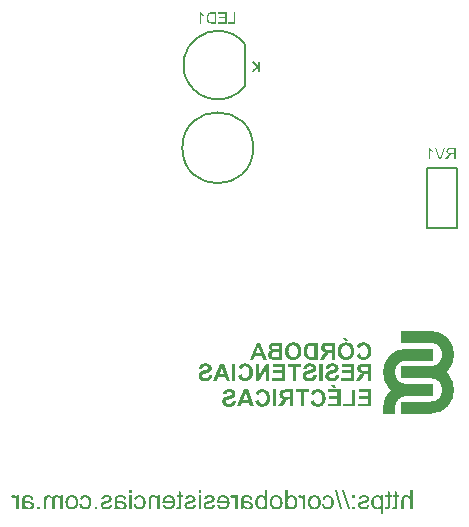
<source format=gbo>
G04*
G04 #@! TF.GenerationSoftware,Altium Limited,Altium Designer,22.1.2 (22)*
G04*
G04 Layer_Color=6922405*
%FSLAX42Y42*%
%MOMM*%
G71*
G04*
G04 #@! TF.SameCoordinates,66CC876A-D426-4744-AE03-0E6BB2EB721C*
G04*
G04*
G04 #@! TF.FilePolarity,Positive*
G04*
G01*
G75*
%ADD10C,0.20*%
%ADD14C,1.00*%
%ADD43C,0.15*%
%ADD44R,1.00X0.50*%
%ADD45R,1.00X1.00*%
G36*
X3253Y1564D02*
X3236D01*
X3208Y1593D01*
X3239D01*
X3253Y1564D01*
D02*
G37*
G36*
X3388Y1553D02*
X3394Y1552D01*
X3398Y1551D01*
X3403Y1550D01*
X3407Y1549D01*
X3411Y1547D01*
X3415Y1545D01*
X3418Y1543D01*
X3421Y1541D01*
X3424Y1539D01*
X3426Y1538D01*
X3428Y1536D01*
X3430Y1535D01*
X3431Y1534D01*
X3431Y1533D01*
X3431Y1533D01*
X3435Y1529D01*
X3438Y1525D01*
X3440Y1521D01*
X3442Y1516D01*
X3444Y1511D01*
X3445Y1507D01*
X3447Y1502D01*
X3448Y1498D01*
X3449Y1493D01*
X3449Y1490D01*
X3449Y1486D01*
X3450Y1483D01*
Y1481D01*
X3450Y1479D01*
Y1478D01*
Y1477D01*
Y1477D01*
X3450Y1471D01*
X3449Y1465D01*
X3448Y1459D01*
X3447Y1454D01*
X3446Y1450D01*
X3444Y1445D01*
X3443Y1441D01*
X3441Y1438D01*
X3439Y1434D01*
X3438Y1431D01*
X3436Y1429D01*
X3435Y1427D01*
X3433Y1425D01*
X3433Y1424D01*
X3432Y1424D01*
X3432Y1423D01*
X3428Y1420D01*
X3424Y1417D01*
X3420Y1414D01*
X3416Y1412D01*
X3413Y1410D01*
X3409Y1409D01*
X3405Y1407D01*
X3401Y1406D01*
X3398Y1405D01*
X3395Y1405D01*
X3392Y1404D01*
X3389Y1404D01*
X3387Y1404D01*
X3386Y1404D01*
X3385D01*
X3380Y1404D01*
X3376Y1404D01*
X3372Y1405D01*
X3369Y1406D01*
X3365Y1407D01*
X3362Y1407D01*
X3359Y1408D01*
X3357Y1410D01*
X3354Y1411D01*
X3352Y1412D01*
X3350Y1413D01*
X3349Y1413D01*
X3348Y1414D01*
X3347Y1415D01*
X3346Y1415D01*
X3346Y1415D01*
X3344Y1418D01*
X3341Y1420D01*
X3336Y1426D01*
X3333Y1432D01*
X3330Y1437D01*
X3329Y1440D01*
X3328Y1442D01*
X3327Y1445D01*
X3326Y1447D01*
X3325Y1448D01*
X3325Y1449D01*
X3325Y1450D01*
Y1450D01*
X3353Y1459D01*
X3355Y1454D01*
X3356Y1449D01*
X3358Y1445D01*
X3360Y1442D01*
X3362Y1439D01*
X3364Y1437D01*
X3365Y1436D01*
X3365Y1436D01*
X3368Y1433D01*
X3372Y1432D01*
X3375Y1430D01*
X3378Y1429D01*
X3381Y1429D01*
X3383Y1429D01*
X3384Y1429D01*
X3385D01*
X3388Y1429D01*
X3390Y1429D01*
X3395Y1430D01*
X3400Y1432D01*
X3403Y1434D01*
X3406Y1437D01*
X3408Y1438D01*
X3409Y1439D01*
X3410Y1440D01*
X3410Y1440D01*
X3410Y1440D01*
X3412Y1442D01*
X3413Y1445D01*
X3415Y1448D01*
X3416Y1451D01*
X3418Y1458D01*
X3419Y1464D01*
X3419Y1467D01*
X3419Y1470D01*
X3420Y1473D01*
Y1475D01*
X3420Y1476D01*
Y1478D01*
Y1479D01*
Y1479D01*
X3420Y1484D01*
X3420Y1488D01*
X3419Y1492D01*
X3419Y1496D01*
X3418Y1499D01*
X3417Y1503D01*
X3416Y1505D01*
X3415Y1508D01*
X3414Y1510D01*
X3413Y1512D01*
X3413Y1513D01*
X3412Y1514D01*
X3411Y1515D01*
X3411Y1516D01*
X3410Y1516D01*
Y1517D01*
X3408Y1519D01*
X3406Y1521D01*
X3404Y1522D01*
X3402Y1523D01*
X3398Y1525D01*
X3393Y1527D01*
X3390Y1528D01*
X3388Y1528D01*
X3387Y1528D01*
X3386Y1528D01*
X3384D01*
X3380Y1528D01*
X3376Y1527D01*
X3373Y1526D01*
X3370Y1525D01*
X3368Y1524D01*
X3366Y1523D01*
X3365Y1522D01*
X3365Y1522D01*
X3362Y1519D01*
X3359Y1516D01*
X3358Y1513D01*
X3356Y1510D01*
X3355Y1508D01*
X3354Y1506D01*
X3354Y1505D01*
Y1505D01*
X3354Y1504D01*
Y1504D01*
X3325Y1511D01*
X3327Y1517D01*
X3329Y1522D01*
X3332Y1527D01*
X3334Y1531D01*
X3336Y1534D01*
X3337Y1535D01*
X3338Y1536D01*
X3339Y1536D01*
X3339Y1537D01*
X3340Y1538D01*
X3340D01*
X3343Y1540D01*
X3346Y1543D01*
X3350Y1545D01*
X3353Y1546D01*
X3357Y1548D01*
X3361Y1549D01*
X3364Y1550D01*
X3368Y1551D01*
X3371Y1552D01*
X3374Y1552D01*
X3376Y1553D01*
X3378Y1553D01*
X3380Y1553D01*
X3383D01*
X3388Y1553D01*
D02*
G37*
G36*
X3143Y1406D02*
X3114D01*
Y1466D01*
X3104D01*
X3101Y1466D01*
X3099Y1466D01*
X3097Y1466D01*
X3095Y1465D01*
X3094Y1465D01*
X3093Y1465D01*
X3093D01*
X3092Y1464D01*
X3090Y1463D01*
X3088Y1462D01*
X3087Y1461D01*
X3086Y1460D01*
X3085Y1459D01*
X3085Y1459D01*
X3084Y1459D01*
X3084Y1458D01*
X3083Y1457D01*
X3080Y1454D01*
X3078Y1450D01*
X3075Y1447D01*
X3073Y1443D01*
X3072Y1442D01*
X3071Y1440D01*
X3070Y1439D01*
X3069Y1438D01*
X3069Y1438D01*
X3069Y1438D01*
X3048Y1406D01*
X3013D01*
X3031Y1434D01*
X3033Y1437D01*
X3035Y1440D01*
X3036Y1443D01*
X3038Y1445D01*
X3039Y1447D01*
X3041Y1449D01*
X3043Y1452D01*
X3045Y1455D01*
X3046Y1457D01*
X3047Y1458D01*
X3048Y1458D01*
X3050Y1460D01*
X3053Y1463D01*
X3055Y1464D01*
X3058Y1466D01*
X3060Y1468D01*
X3061Y1469D01*
X3063Y1470D01*
X3063Y1470D01*
X3063D01*
X3059Y1470D01*
X3056Y1471D01*
X3053Y1472D01*
X3051Y1473D01*
X3048Y1474D01*
X3046Y1475D01*
X3043Y1476D01*
X3042Y1478D01*
X3040Y1479D01*
X3038Y1480D01*
X3037Y1481D01*
X3036Y1481D01*
X3036Y1482D01*
X3035Y1483D01*
X3035Y1483D01*
X3034Y1483D01*
X3033Y1485D01*
X3031Y1487D01*
X3029Y1492D01*
X3027Y1496D01*
X3026Y1501D01*
X3025Y1504D01*
X3025Y1506D01*
Y1507D01*
X3025Y1508D01*
Y1509D01*
Y1510D01*
Y1510D01*
X3025Y1515D01*
X3026Y1519D01*
X3027Y1523D01*
X3028Y1526D01*
X3029Y1529D01*
X3030Y1531D01*
X3031Y1531D01*
X3031Y1532D01*
X3031Y1532D01*
Y1533D01*
X3034Y1536D01*
X3037Y1539D01*
X3039Y1541D01*
X3042Y1543D01*
X3044Y1545D01*
X3046Y1546D01*
X3048Y1546D01*
X3048Y1546D01*
X3048D01*
X3050Y1547D01*
X3052Y1548D01*
X3058Y1549D01*
X3063Y1549D01*
X3069Y1550D01*
X3071D01*
X3074Y1550D01*
X3076D01*
X3078Y1550D01*
X3143D01*
Y1406D01*
D02*
G37*
G36*
X2997D02*
X2943D01*
X2937Y1407D01*
X2932Y1407D01*
X2928Y1407D01*
X2924Y1408D01*
X2921Y1408D01*
X2919Y1409D01*
X2918Y1409D01*
X2918D01*
X2917Y1409D01*
X2917D01*
X2913Y1411D01*
X2908Y1413D01*
X2905Y1415D01*
X2902Y1417D01*
X2900Y1418D01*
X2898Y1419D01*
X2897Y1420D01*
X2897Y1421D01*
X2893Y1425D01*
X2890Y1429D01*
X2887Y1433D01*
X2885Y1437D01*
X2884Y1441D01*
X2883Y1442D01*
X2882Y1444D01*
X2882Y1445D01*
X2882Y1446D01*
X2881Y1446D01*
Y1446D01*
X2880Y1451D01*
X2879Y1457D01*
X2878Y1462D01*
X2877Y1466D01*
X2877Y1469D01*
X2877Y1471D01*
Y1472D01*
X2877Y1474D01*
Y1475D01*
Y1476D01*
Y1477D01*
Y1477D01*
X2877Y1484D01*
X2878Y1491D01*
X2878Y1494D01*
X2878Y1496D01*
X2879Y1499D01*
X2879Y1501D01*
X2880Y1504D01*
X2880Y1505D01*
X2881Y1507D01*
X2881Y1508D01*
X2881Y1509D01*
X2881Y1510D01*
X2882Y1511D01*
Y1511D01*
X2883Y1516D01*
X2886Y1520D01*
X2888Y1524D01*
X2890Y1528D01*
X2892Y1530D01*
X2894Y1533D01*
X2895Y1534D01*
X2895Y1534D01*
X2895D01*
X2899Y1538D01*
X2902Y1540D01*
X2906Y1543D01*
X2910Y1544D01*
X2912Y1546D01*
X2915Y1547D01*
X2916Y1547D01*
X2916Y1547D01*
X2917Y1548D01*
X2917D01*
X2921Y1549D01*
X2925Y1549D01*
X2930Y1550D01*
X2934Y1550D01*
X2938Y1550D01*
X2940Y1550D01*
X2997D01*
Y1406D01*
D02*
G37*
G36*
X2695Y1406D02*
X2633D01*
X2629Y1407D01*
X2623D01*
X2621Y1407D01*
X2617D01*
X2615Y1407D01*
X2613D01*
X2612Y1407D01*
X2611D01*
X2607Y1408D01*
X2604Y1409D01*
X2600Y1410D01*
X2597Y1411D01*
X2595Y1412D01*
X2593Y1413D01*
X2592Y1414D01*
X2592Y1414D01*
X2589Y1416D01*
X2587Y1419D01*
X2584Y1421D01*
X2583Y1424D01*
X2581Y1426D01*
X2580Y1427D01*
X2580Y1428D01*
X2579Y1429D01*
X2578Y1432D01*
X2577Y1436D01*
X2576Y1439D01*
X2575Y1442D01*
X2575Y1444D01*
X2575Y1446D01*
Y1448D01*
Y1448D01*
Y1448D01*
X2575Y1453D01*
X2576Y1457D01*
X2577Y1460D01*
X2578Y1464D01*
X2580Y1466D01*
X2581Y1468D01*
X2582Y1469D01*
X2582Y1470D01*
X2585Y1473D01*
X2588Y1476D01*
X2591Y1478D01*
X2595Y1480D01*
X2598Y1481D01*
X2600Y1482D01*
X2601Y1482D01*
X2601Y1483D01*
X2602Y1483D01*
X2602D01*
X2599Y1485D01*
X2596Y1486D01*
X2593Y1489D01*
X2591Y1491D01*
X2590Y1493D01*
X2589Y1494D01*
X2588Y1495D01*
X2588Y1495D01*
X2586Y1499D01*
X2584Y1502D01*
X2583Y1505D01*
X2583Y1508D01*
X2582Y1510D01*
X2582Y1512D01*
Y1514D01*
Y1514D01*
Y1514D01*
X2582Y1517D01*
X2583Y1521D01*
X2583Y1523D01*
X2584Y1526D01*
X2585Y1528D01*
X2586Y1530D01*
X2586Y1530D01*
X2586Y1531D01*
X2588Y1534D01*
X2590Y1536D01*
X2592Y1538D01*
X2594Y1540D01*
X2595Y1541D01*
X2596Y1542D01*
X2597Y1543D01*
X2598Y1543D01*
X2600Y1545D01*
X2603Y1546D01*
X2605Y1547D01*
X2608Y1548D01*
X2610Y1548D01*
X2611Y1549D01*
X2612Y1549D01*
X2613D01*
X2616Y1549D01*
X2620Y1550D01*
X2624Y1550D01*
X2628Y1550D01*
X2632Y1550D01*
X2695D01*
Y1406D01*
D02*
G37*
G36*
X2565D02*
X2534D01*
X2522Y1439D01*
X2464D01*
X2452Y1406D01*
X2420D01*
X2478Y1550D01*
X2509D01*
X2565Y1406D01*
D02*
G37*
G36*
X3242Y1553D02*
X3248Y1552D01*
X3253Y1551D01*
X3258Y1550D01*
X3260Y1550D01*
X3262Y1549D01*
X3263Y1549D01*
X3264Y1548D01*
X3265Y1548D01*
X3266Y1548D01*
X3267Y1547D01*
X3267D01*
X3271Y1546D01*
X3274Y1544D01*
X3277Y1541D01*
X3280Y1539D01*
X3282Y1537D01*
X3284Y1536D01*
X3285Y1535D01*
X3285Y1534D01*
X3286Y1534D01*
X3289Y1531D01*
X3291Y1527D01*
X3294Y1524D01*
X3295Y1521D01*
X3297Y1518D01*
X3298Y1516D01*
X3298Y1515D01*
X3299Y1515D01*
X3299Y1515D01*
Y1514D01*
X3301Y1509D01*
X3303Y1502D01*
X3304Y1496D01*
X3305Y1490D01*
X3305Y1488D01*
X3305Y1485D01*
X3305Y1483D01*
Y1481D01*
X3305Y1479D01*
Y1478D01*
Y1478D01*
Y1477D01*
X3305Y1471D01*
X3305Y1465D01*
X3304Y1459D01*
X3303Y1454D01*
X3301Y1449D01*
X3299Y1445D01*
X3298Y1441D01*
X3296Y1437D01*
X3294Y1434D01*
X3293Y1431D01*
X3291Y1429D01*
X3289Y1427D01*
X3288Y1425D01*
X3287Y1424D01*
X3287Y1423D01*
X3287Y1423D01*
X3283Y1420D01*
X3279Y1417D01*
X3275Y1414D01*
X3270Y1412D01*
X3266Y1410D01*
X3262Y1408D01*
X3258Y1407D01*
X3254Y1406D01*
X3250Y1405D01*
X3247Y1405D01*
X3243Y1404D01*
X3241Y1404D01*
X3239Y1404D01*
X3237Y1404D01*
X3235D01*
X3230Y1404D01*
X3224Y1404D01*
X3219Y1405D01*
X3214Y1407D01*
X3210Y1408D01*
X3205Y1410D01*
X3202Y1412D01*
X3198Y1413D01*
X3195Y1415D01*
X3193Y1417D01*
X3190Y1419D01*
X3188Y1420D01*
X3187Y1421D01*
X3186Y1422D01*
X3185Y1423D01*
X3185Y1423D01*
X3182Y1427D01*
X3179Y1431D01*
X3176Y1436D01*
X3174Y1440D01*
X3172Y1445D01*
X3170Y1449D01*
X3169Y1454D01*
X3168Y1458D01*
X3167Y1462D01*
X3167Y1466D01*
X3166Y1469D01*
X3166Y1472D01*
Y1475D01*
X3166Y1477D01*
Y1478D01*
Y1478D01*
X3166Y1485D01*
X3167Y1491D01*
X3167Y1496D01*
X3169Y1502D01*
X3170Y1506D01*
X3172Y1511D01*
X3173Y1515D01*
X3175Y1519D01*
X3177Y1522D01*
X3179Y1525D01*
X3180Y1528D01*
X3182Y1530D01*
X3183Y1531D01*
X3184Y1532D01*
X3185Y1533D01*
X3185Y1533D01*
X3189Y1537D01*
X3193Y1540D01*
X3197Y1543D01*
X3201Y1545D01*
X3205Y1547D01*
X3209Y1548D01*
X3214Y1550D01*
X3218Y1551D01*
X3221Y1551D01*
X3225Y1552D01*
X3228Y1553D01*
X3231Y1553D01*
X3233D01*
X3234Y1553D01*
X3236D01*
X3242Y1553D01*
D02*
G37*
G36*
X2795D02*
X2801Y1552D01*
X2806Y1551D01*
X2811Y1550D01*
X2812Y1550D01*
X2814Y1549D01*
X2816Y1549D01*
X2817Y1548D01*
X2818Y1548D01*
X2819Y1548D01*
X2819Y1547D01*
X2820D01*
X2823Y1546D01*
X2827Y1544D01*
X2830Y1541D01*
X2833Y1539D01*
X2835Y1537D01*
X2837Y1536D01*
X2838Y1535D01*
X2838Y1534D01*
X2838Y1534D01*
X2841Y1531D01*
X2844Y1527D01*
X2846Y1524D01*
X2848Y1521D01*
X2850Y1518D01*
X2851Y1516D01*
X2851Y1515D01*
X2851Y1515D01*
X2852Y1515D01*
Y1514D01*
X2854Y1509D01*
X2855Y1502D01*
X2856Y1496D01*
X2857Y1490D01*
X2857Y1488D01*
X2858Y1485D01*
X2858Y1483D01*
Y1481D01*
X2858Y1479D01*
Y1478D01*
Y1478D01*
Y1477D01*
X2858Y1471D01*
X2857Y1465D01*
X2856Y1459D01*
X2855Y1454D01*
X2854Y1449D01*
X2852Y1445D01*
X2850Y1441D01*
X2848Y1437D01*
X2847Y1434D01*
X2845Y1431D01*
X2843Y1429D01*
X2842Y1427D01*
X2841Y1425D01*
X2840Y1424D01*
X2839Y1423D01*
X2839Y1423D01*
X2835Y1420D01*
X2831Y1417D01*
X2827Y1414D01*
X2823Y1412D01*
X2819Y1410D01*
X2815Y1408D01*
X2811Y1407D01*
X2806Y1406D01*
X2803Y1405D01*
X2799Y1405D01*
X2796Y1404D01*
X2793Y1404D01*
X2791Y1404D01*
X2790Y1404D01*
X2788D01*
X2782Y1404D01*
X2777Y1404D01*
X2772Y1405D01*
X2767Y1407D01*
X2762Y1408D01*
X2758Y1410D01*
X2754Y1412D01*
X2751Y1413D01*
X2748Y1415D01*
X2745Y1417D01*
X2743Y1419D01*
X2741Y1420D01*
X2739Y1421D01*
X2738Y1422D01*
X2738Y1423D01*
X2737Y1423D01*
X2734Y1427D01*
X2731Y1431D01*
X2729Y1436D01*
X2726Y1440D01*
X2725Y1445D01*
X2723Y1449D01*
X2722Y1454D01*
X2721Y1458D01*
X2720Y1462D01*
X2719Y1466D01*
X2719Y1469D01*
X2719Y1472D01*
Y1475D01*
X2718Y1477D01*
Y1478D01*
Y1478D01*
X2719Y1485D01*
X2719Y1491D01*
X2720Y1496D01*
X2721Y1502D01*
X2723Y1506D01*
X2724Y1511D01*
X2726Y1515D01*
X2728Y1519D01*
X2730Y1522D01*
X2731Y1525D01*
X2733Y1528D01*
X2735Y1530D01*
X2736Y1531D01*
X2737Y1532D01*
X2737Y1533D01*
X2737Y1533D01*
X2741Y1537D01*
X2745Y1540D01*
X2749Y1543D01*
X2754Y1545D01*
X2758Y1547D01*
X2762Y1548D01*
X2766Y1550D01*
X2770Y1551D01*
X2774Y1551D01*
X2777Y1552D01*
X2781Y1553D01*
X2783Y1553D01*
X2785D01*
X2787Y1553D01*
X2789D01*
X2795Y1553D01*
D02*
G37*
G36*
X2588Y1228D02*
X2561D01*
Y1323D01*
X2503Y1228D01*
X2474D01*
Y1372D01*
X2500D01*
Y1275D01*
X2560Y1372D01*
X2588D01*
Y1228D01*
D02*
G37*
G36*
X2386Y1375D02*
X2392Y1374D01*
X2396Y1373D01*
X2401Y1372D01*
X2405Y1370D01*
X2409Y1369D01*
X2413Y1367D01*
X2416Y1365D01*
X2419Y1363D01*
X2422Y1361D01*
X2424Y1359D01*
X2426Y1358D01*
X2428Y1357D01*
X2429Y1356D01*
X2429Y1355D01*
X2429Y1355D01*
X2433Y1351D01*
X2435Y1347D01*
X2438Y1342D01*
X2440Y1338D01*
X2442Y1333D01*
X2443Y1328D01*
X2445Y1324D01*
X2446Y1319D01*
X2447Y1315D01*
X2447Y1311D01*
X2447Y1308D01*
X2448Y1305D01*
Y1302D01*
X2448Y1300D01*
Y1299D01*
Y1299D01*
Y1299D01*
X2448Y1293D01*
X2447Y1287D01*
X2446Y1281D01*
X2445Y1276D01*
X2444Y1271D01*
X2442Y1267D01*
X2440Y1263D01*
X2439Y1259D01*
X2437Y1256D01*
X2435Y1253D01*
X2434Y1251D01*
X2433Y1249D01*
X2431Y1247D01*
X2430Y1246D01*
X2430Y1245D01*
X2430Y1245D01*
X2426Y1241D01*
X2422Y1239D01*
X2418Y1236D01*
X2414Y1234D01*
X2410Y1232D01*
X2407Y1230D01*
X2403Y1229D01*
X2399Y1228D01*
X2396Y1227D01*
X2393Y1226D01*
X2390Y1226D01*
X2387Y1226D01*
X2385Y1226D01*
X2384Y1225D01*
X2383D01*
X2378Y1226D01*
X2374Y1226D01*
X2370Y1226D01*
X2367Y1227D01*
X2363Y1228D01*
X2360Y1229D01*
X2357Y1230D01*
X2355Y1231D01*
X2352Y1232D01*
X2350Y1233D01*
X2348Y1234D01*
X2347Y1235D01*
X2346Y1236D01*
X2345Y1236D01*
X2344Y1237D01*
X2344Y1237D01*
X2342Y1239D01*
X2339Y1242D01*
X2334Y1247D01*
X2331Y1253D01*
X2328Y1259D01*
X2327Y1261D01*
X2325Y1264D01*
X2325Y1266D01*
X2324Y1268D01*
X2323Y1270D01*
X2323Y1271D01*
X2323Y1272D01*
Y1272D01*
X2351Y1281D01*
X2353Y1275D01*
X2354Y1270D01*
X2356Y1266D01*
X2358Y1263D01*
X2360Y1261D01*
X2362Y1259D01*
X2363Y1258D01*
X2363Y1258D01*
X2366Y1255D01*
X2370Y1253D01*
X2373Y1252D01*
X2376Y1251D01*
X2379Y1251D01*
X2381Y1250D01*
X2382Y1250D01*
X2383D01*
X2386Y1250D01*
X2388Y1251D01*
X2393Y1252D01*
X2398Y1254D01*
X2401Y1256D01*
X2404Y1258D01*
X2406Y1260D01*
X2407Y1261D01*
X2408Y1261D01*
X2408Y1261D01*
X2408Y1262D01*
X2410Y1264D01*
X2411Y1267D01*
X2413Y1270D01*
X2414Y1273D01*
X2415Y1279D01*
X2417Y1286D01*
X2417Y1289D01*
X2417Y1291D01*
X2418Y1294D01*
Y1296D01*
X2418Y1298D01*
Y1300D01*
Y1301D01*
Y1301D01*
X2418Y1306D01*
X2418Y1310D01*
X2417Y1314D01*
X2417Y1318D01*
X2416Y1321D01*
X2415Y1324D01*
X2414Y1327D01*
X2413Y1329D01*
X2412Y1331D01*
X2411Y1333D01*
X2410Y1335D01*
X2410Y1336D01*
X2409Y1337D01*
X2409Y1338D01*
X2408Y1338D01*
Y1338D01*
X2406Y1340D01*
X2404Y1342D01*
X2402Y1344D01*
X2400Y1345D01*
X2395Y1347D01*
X2391Y1349D01*
X2388Y1349D01*
X2386Y1350D01*
X2385Y1350D01*
X2384Y1350D01*
X2382D01*
X2378Y1350D01*
X2374Y1349D01*
X2371Y1348D01*
X2368Y1347D01*
X2366Y1345D01*
X2364Y1344D01*
X2363Y1344D01*
X2363Y1343D01*
X2360Y1341D01*
X2357Y1338D01*
X2355Y1335D01*
X2354Y1332D01*
X2353Y1330D01*
X2352Y1328D01*
X2352Y1327D01*
Y1326D01*
X2352Y1326D01*
Y1326D01*
X2323Y1333D01*
X2325Y1339D01*
X2327Y1344D01*
X2330Y1349D01*
X2332Y1352D01*
X2334Y1355D01*
X2335Y1356D01*
X2336Y1357D01*
X2337Y1358D01*
X2337Y1359D01*
X2338Y1359D01*
X2338D01*
X2341Y1362D01*
X2344Y1364D01*
X2348Y1366D01*
X2351Y1368D01*
X2355Y1370D01*
X2359Y1371D01*
X2362Y1372D01*
X2365Y1373D01*
X2369Y1374D01*
X2372Y1374D01*
X2374Y1374D01*
X2376Y1375D01*
X2378Y1375D01*
X2381D01*
X2386Y1375D01*
D02*
G37*
G36*
X3450Y1228D02*
X3421D01*
Y1288D01*
X3411D01*
X3409Y1288D01*
X3406Y1288D01*
X3404Y1287D01*
X3402Y1287D01*
X3401Y1287D01*
X3401Y1286D01*
X3400D01*
X3399Y1286D01*
X3397Y1285D01*
X3396Y1284D01*
X3394Y1283D01*
X3393Y1282D01*
X3392Y1281D01*
X3392Y1281D01*
X3392Y1280D01*
X3391Y1279D01*
X3390Y1278D01*
X3388Y1275D01*
X3385Y1272D01*
X3382Y1268D01*
X3380Y1265D01*
X3379Y1263D01*
X3378Y1262D01*
X3377Y1261D01*
X3377Y1260D01*
X3376Y1259D01*
X3376Y1259D01*
X3355Y1228D01*
X3320D01*
X3338Y1256D01*
X3340Y1259D01*
X3342Y1262D01*
X3344Y1264D01*
X3345Y1267D01*
X3347Y1269D01*
X3348Y1271D01*
X3350Y1274D01*
X3352Y1276D01*
X3354Y1278D01*
X3355Y1279D01*
X3355Y1279D01*
X3357Y1282D01*
X3360Y1284D01*
X3362Y1286D01*
X3365Y1288D01*
X3367Y1289D01*
X3369Y1290D01*
X3370Y1291D01*
X3370Y1291D01*
X3370D01*
X3367Y1292D01*
X3364Y1293D01*
X3361Y1294D01*
X3358Y1295D01*
X3355Y1296D01*
X3353Y1297D01*
X3351Y1298D01*
X3349Y1299D01*
X3347Y1300D01*
X3346Y1301D01*
X3344Y1302D01*
X3344Y1303D01*
X3343Y1304D01*
X3342Y1304D01*
X3342Y1305D01*
X3342Y1305D01*
X3340Y1307D01*
X3339Y1309D01*
X3336Y1314D01*
X3334Y1318D01*
X3333Y1322D01*
X3333Y1326D01*
X3332Y1327D01*
Y1329D01*
X3332Y1330D01*
Y1331D01*
Y1331D01*
Y1332D01*
X3332Y1336D01*
X3333Y1341D01*
X3334Y1344D01*
X3335Y1348D01*
X3336Y1350D01*
X3338Y1352D01*
X3338Y1353D01*
X3338Y1354D01*
X3339Y1354D01*
Y1354D01*
X3341Y1358D01*
X3344Y1361D01*
X3346Y1363D01*
X3349Y1365D01*
X3352Y1366D01*
X3354Y1367D01*
X3355Y1368D01*
X3355Y1368D01*
X3355D01*
X3357Y1369D01*
X3360Y1369D01*
X3365Y1370D01*
X3370Y1371D01*
X3376Y1372D01*
X3379D01*
X3381Y1372D01*
X3383D01*
X3385Y1372D01*
X3450D01*
Y1228D01*
D02*
G37*
G36*
X3305D02*
X3195D01*
Y1252D01*
X3275D01*
Y1291D01*
X3203D01*
Y1316D01*
X3275D01*
Y1348D01*
X3198D01*
Y1372D01*
X3305D01*
Y1228D01*
D02*
G37*
G36*
X3037D02*
X3008D01*
Y1372D01*
X3037D01*
Y1228D01*
D02*
G37*
G36*
X2856Y1348D02*
X2813D01*
Y1228D01*
X2784D01*
Y1348D01*
X2741D01*
Y1372D01*
X2856D01*
Y1348D01*
D02*
G37*
G36*
X2722Y1228D02*
X2613D01*
Y1252D01*
X2693D01*
Y1291D01*
X2621D01*
Y1316D01*
X2693D01*
Y1348D01*
X2616D01*
Y1372D01*
X2722D01*
Y1228D01*
D02*
G37*
G36*
X2298D02*
X2269D01*
Y1372D01*
X2298D01*
Y1228D01*
D02*
G37*
G36*
X2256D02*
X2225D01*
X2213Y1261D01*
X2156D01*
X2143Y1228D01*
X2112D01*
X2169Y1372D01*
X2200D01*
X2256Y1228D01*
D02*
G37*
G36*
X3126Y1375D02*
X3132Y1374D01*
X3136Y1373D01*
X3140Y1372D01*
X3142Y1372D01*
X3144Y1371D01*
X3145Y1371D01*
X3147Y1370D01*
X3147Y1370D01*
X3148Y1370D01*
X3148Y1370D01*
X3149D01*
X3153Y1367D01*
X3156Y1365D01*
X3159Y1363D01*
X3162Y1360D01*
X3164Y1358D01*
X3165Y1357D01*
X3166Y1355D01*
X3167Y1355D01*
Y1355D01*
X3169Y1351D01*
X3170Y1348D01*
X3171Y1344D01*
X3172Y1341D01*
X3172Y1338D01*
X3173Y1336D01*
Y1335D01*
Y1335D01*
Y1335D01*
Y1334D01*
X3172Y1331D01*
X3172Y1328D01*
X3171Y1325D01*
X3170Y1323D01*
X3168Y1318D01*
X3166Y1313D01*
X3165Y1311D01*
X3164Y1310D01*
X3163Y1309D01*
X3162Y1307D01*
X3161Y1306D01*
X3160Y1306D01*
X3160Y1305D01*
X3159Y1305D01*
X3158Y1304D01*
X3155Y1302D01*
X3153Y1301D01*
X3150Y1300D01*
X3145Y1297D01*
X3140Y1295D01*
X3137Y1294D01*
X3135Y1293D01*
X3132Y1293D01*
X3130Y1292D01*
X3129Y1292D01*
X3128Y1291D01*
X3127Y1291D01*
X3127D01*
X3123Y1290D01*
X3121Y1289D01*
X3118Y1289D01*
X3115Y1288D01*
X3113Y1288D01*
X3111Y1287D01*
X3110Y1286D01*
X3108Y1286D01*
X3107Y1286D01*
X3106Y1285D01*
X3104Y1285D01*
X3104Y1285D01*
X3103D01*
X3101Y1284D01*
X3099Y1283D01*
X3097Y1281D01*
X3095Y1280D01*
X3094Y1280D01*
X3094Y1279D01*
X3093Y1279D01*
X3093Y1278D01*
X3092Y1277D01*
X3091Y1275D01*
X3091Y1274D01*
X3090Y1273D01*
X3090Y1271D01*
X3090Y1270D01*
Y1270D01*
Y1270D01*
X3090Y1267D01*
X3091Y1264D01*
X3092Y1262D01*
X3093Y1260D01*
X3095Y1258D01*
X3096Y1257D01*
X3097Y1256D01*
X3097Y1256D01*
X3100Y1254D01*
X3103Y1252D01*
X3107Y1251D01*
X3110Y1251D01*
X3113Y1250D01*
X3116Y1250D01*
X3118D01*
X3123Y1250D01*
X3127Y1251D01*
X3131Y1252D01*
X3134Y1253D01*
X3136Y1254D01*
X3138Y1255D01*
X3139Y1256D01*
X3139Y1256D01*
X3142Y1259D01*
X3144Y1263D01*
X3146Y1266D01*
X3147Y1270D01*
X3148Y1273D01*
X3149Y1275D01*
X3149Y1276D01*
Y1277D01*
X3150Y1277D01*
Y1278D01*
X3178Y1275D01*
X3177Y1270D01*
X3177Y1266D01*
X3175Y1262D01*
X3174Y1259D01*
X3173Y1255D01*
X3171Y1252D01*
X3170Y1250D01*
X3168Y1247D01*
X3167Y1245D01*
X3165Y1243D01*
X3164Y1241D01*
X3163Y1240D01*
X3162Y1239D01*
X3161Y1238D01*
X3161Y1238D01*
X3161Y1238D01*
X3158Y1235D01*
X3155Y1234D01*
X3151Y1232D01*
X3148Y1230D01*
X3144Y1229D01*
X3141Y1228D01*
X3134Y1227D01*
X3131Y1226D01*
X3128Y1226D01*
X3125Y1226D01*
X3123Y1225D01*
X3121Y1225D01*
X3119D01*
X3112Y1225D01*
X3106Y1226D01*
X3101Y1227D01*
X3098Y1227D01*
X3096Y1228D01*
X3094Y1228D01*
X3092Y1229D01*
X3091Y1229D01*
X3090Y1230D01*
X3089Y1230D01*
X3088Y1230D01*
X3088Y1230D01*
X3087D01*
X3083Y1233D01*
X3079Y1235D01*
X3076Y1238D01*
X3073Y1240D01*
X3071Y1243D01*
X3069Y1245D01*
X3068Y1246D01*
X3068Y1246D01*
Y1246D01*
X3066Y1251D01*
X3064Y1255D01*
X3062Y1259D01*
X3062Y1262D01*
X3061Y1265D01*
X3061Y1267D01*
X3061Y1268D01*
Y1269D01*
Y1269D01*
Y1270D01*
Y1270D01*
X3061Y1275D01*
X3062Y1279D01*
X3063Y1283D01*
X3064Y1286D01*
X3065Y1289D01*
X3066Y1291D01*
X3066Y1292D01*
X3067Y1293D01*
X3069Y1296D01*
X3072Y1299D01*
X3074Y1301D01*
X3077Y1304D01*
X3079Y1305D01*
X3081Y1306D01*
X3082Y1307D01*
X3082Y1307D01*
X3083D01*
X3085Y1309D01*
X3087Y1310D01*
X3092Y1311D01*
X3097Y1313D01*
X3102Y1315D01*
X3104Y1315D01*
X3107Y1316D01*
X3109Y1317D01*
X3110Y1317D01*
X3112Y1317D01*
X3113Y1318D01*
X3114Y1318D01*
X3114D01*
X3118Y1319D01*
X3121Y1320D01*
X3124Y1321D01*
X3127Y1321D01*
X3129Y1322D01*
X3132Y1323D01*
X3133Y1324D01*
X3135Y1325D01*
X3137Y1325D01*
X3138Y1326D01*
X3139Y1326D01*
X3139Y1327D01*
X3140Y1327D01*
X3140Y1327D01*
X3142Y1329D01*
X3143Y1330D01*
X3144Y1332D01*
X3144Y1333D01*
X3144Y1334D01*
X3145Y1335D01*
Y1336D01*
Y1336D01*
X3144Y1338D01*
X3144Y1340D01*
X3143Y1342D01*
X3142Y1343D01*
X3142Y1344D01*
X3141Y1345D01*
X3140Y1345D01*
X3140Y1345D01*
X3137Y1347D01*
X3134Y1348D01*
X3131Y1349D01*
X3128Y1350D01*
X3125Y1350D01*
X3123Y1351D01*
X3121D01*
X3116Y1350D01*
X3112Y1350D01*
X3109Y1349D01*
X3107Y1348D01*
X3105Y1347D01*
X3103Y1346D01*
X3102Y1346D01*
X3102Y1346D01*
X3100Y1344D01*
X3098Y1341D01*
X3097Y1339D01*
X3096Y1336D01*
X3095Y1334D01*
X3094Y1332D01*
X3094Y1330D01*
Y1330D01*
Y1330D01*
X3065Y1331D01*
X3065Y1335D01*
X3066Y1338D01*
X3067Y1341D01*
X3068Y1344D01*
X3069Y1347D01*
X3070Y1350D01*
X3071Y1352D01*
X3072Y1354D01*
X3074Y1356D01*
X3075Y1358D01*
X3076Y1359D01*
X3077Y1361D01*
X3078Y1361D01*
X3079Y1362D01*
X3079Y1362D01*
X3079Y1363D01*
X3082Y1365D01*
X3085Y1367D01*
X3088Y1368D01*
X3092Y1370D01*
X3095Y1371D01*
X3098Y1372D01*
X3105Y1373D01*
X3108Y1374D01*
X3111Y1374D01*
X3113Y1374D01*
X3116Y1375D01*
X3118Y1375D01*
X3120D01*
X3126Y1375D01*
D02*
G37*
G36*
X2936D02*
X2941Y1374D01*
X2946Y1373D01*
X2950Y1372D01*
X2952Y1372D01*
X2954Y1371D01*
X2955Y1371D01*
X2956Y1370D01*
X2957Y1370D01*
X2958Y1370D01*
X2958Y1370D01*
X2958D01*
X2962Y1367D01*
X2966Y1365D01*
X2969Y1363D01*
X2972Y1360D01*
X2974Y1358D01*
X2975Y1357D01*
X2976Y1355D01*
X2976Y1355D01*
Y1355D01*
X2978Y1351D01*
X2980Y1348D01*
X2981Y1344D01*
X2981Y1341D01*
X2982Y1338D01*
X2982Y1336D01*
Y1335D01*
Y1335D01*
Y1335D01*
Y1334D01*
X2982Y1331D01*
X2982Y1328D01*
X2981Y1325D01*
X2980Y1323D01*
X2978Y1318D01*
X2976Y1313D01*
X2974Y1311D01*
X2973Y1310D01*
X2972Y1309D01*
X2971Y1307D01*
X2970Y1306D01*
X2970Y1306D01*
X2969Y1305D01*
X2969Y1305D01*
X2967Y1304D01*
X2965Y1302D01*
X2963Y1301D01*
X2960Y1300D01*
X2955Y1297D01*
X2949Y1295D01*
X2947Y1294D01*
X2944Y1293D01*
X2942Y1293D01*
X2940Y1292D01*
X2939Y1292D01*
X2937Y1291D01*
X2937Y1291D01*
X2936D01*
X2933Y1290D01*
X2930Y1289D01*
X2927Y1289D01*
X2925Y1288D01*
X2923Y1288D01*
X2921Y1287D01*
X2919Y1286D01*
X2918Y1286D01*
X2917Y1286D01*
X2916Y1285D01*
X2914Y1285D01*
X2913Y1285D01*
X2913D01*
X2910Y1284D01*
X2908Y1283D01*
X2906Y1281D01*
X2905Y1280D01*
X2904Y1280D01*
X2903Y1279D01*
X2903Y1279D01*
X2903Y1278D01*
X2902Y1277D01*
X2901Y1275D01*
X2900Y1274D01*
X2900Y1273D01*
X2900Y1271D01*
X2900Y1270D01*
Y1270D01*
Y1270D01*
X2900Y1267D01*
X2901Y1264D01*
X2902Y1262D01*
X2903Y1260D01*
X2905Y1258D01*
X2906Y1257D01*
X2906Y1256D01*
X2907Y1256D01*
X2910Y1254D01*
X2913Y1252D01*
X2917Y1251D01*
X2920Y1251D01*
X2923Y1250D01*
X2926Y1250D01*
X2928D01*
X2933Y1250D01*
X2937Y1251D01*
X2940Y1252D01*
X2943Y1253D01*
X2946Y1254D01*
X2948Y1255D01*
X2949Y1256D01*
X2949Y1256D01*
X2952Y1259D01*
X2954Y1263D01*
X2956Y1266D01*
X2957Y1270D01*
X2958Y1273D01*
X2959Y1275D01*
X2959Y1276D01*
Y1277D01*
X2959Y1277D01*
Y1278D01*
X2988Y1275D01*
X2987Y1270D01*
X2986Y1266D01*
X2985Y1262D01*
X2984Y1259D01*
X2982Y1255D01*
X2981Y1252D01*
X2979Y1250D01*
X2978Y1247D01*
X2977Y1245D01*
X2975Y1243D01*
X2974Y1241D01*
X2973Y1240D01*
X2972Y1239D01*
X2971Y1238D01*
X2971Y1238D01*
X2970Y1238D01*
X2967Y1235D01*
X2964Y1234D01*
X2961Y1232D01*
X2957Y1230D01*
X2954Y1229D01*
X2951Y1228D01*
X2944Y1227D01*
X2941Y1226D01*
X2938Y1226D01*
X2935Y1226D01*
X2933Y1225D01*
X2931Y1225D01*
X2928D01*
X2922Y1225D01*
X2916Y1226D01*
X2910Y1227D01*
X2908Y1227D01*
X2906Y1228D01*
X2904Y1228D01*
X2902Y1229D01*
X2901Y1229D01*
X2899Y1230D01*
X2898Y1230D01*
X2898Y1230D01*
X2897Y1230D01*
X2897D01*
X2892Y1233D01*
X2889Y1235D01*
X2885Y1238D01*
X2882Y1240D01*
X2880Y1243D01*
X2879Y1245D01*
X2878Y1246D01*
X2877Y1246D01*
Y1246D01*
X2875Y1251D01*
X2873Y1255D01*
X2872Y1259D01*
X2871Y1262D01*
X2871Y1265D01*
X2871Y1267D01*
X2870Y1268D01*
Y1269D01*
Y1269D01*
Y1270D01*
Y1270D01*
X2871Y1275D01*
X2871Y1279D01*
X2872Y1283D01*
X2873Y1286D01*
X2874Y1289D01*
X2875Y1291D01*
X2876Y1292D01*
X2876Y1293D01*
X2878Y1296D01*
X2881Y1299D01*
X2884Y1301D01*
X2886Y1304D01*
X2889Y1305D01*
X2891Y1306D01*
X2892Y1307D01*
X2892Y1307D01*
X2892D01*
X2894Y1309D01*
X2896Y1310D01*
X2901Y1311D01*
X2907Y1313D01*
X2912Y1315D01*
X2914Y1315D01*
X2916Y1316D01*
X2918Y1317D01*
X2920Y1317D01*
X2921Y1317D01*
X2922Y1318D01*
X2923Y1318D01*
X2923D01*
X2927Y1319D01*
X2931Y1320D01*
X2934Y1321D01*
X2937Y1321D01*
X2939Y1322D01*
X2941Y1323D01*
X2943Y1324D01*
X2945Y1325D01*
X2946Y1325D01*
X2947Y1326D01*
X2948Y1326D01*
X2949Y1327D01*
X2950Y1327D01*
X2950Y1327D01*
X2952Y1329D01*
X2953Y1330D01*
X2953Y1332D01*
X2954Y1333D01*
X2954Y1334D01*
X2954Y1335D01*
Y1336D01*
Y1336D01*
X2954Y1338D01*
X2954Y1340D01*
X2953Y1342D01*
X2952Y1343D01*
X2951Y1344D01*
X2950Y1345D01*
X2950Y1345D01*
X2950Y1345D01*
X2947Y1347D01*
X2944Y1348D01*
X2940Y1349D01*
X2937Y1350D01*
X2935Y1350D01*
X2932Y1351D01*
X2930D01*
X2926Y1350D01*
X2922Y1350D01*
X2919Y1349D01*
X2916Y1348D01*
X2914Y1347D01*
X2913Y1346D01*
X2912Y1346D01*
X2912Y1346D01*
X2910Y1344D01*
X2908Y1341D01*
X2906Y1339D01*
X2905Y1336D01*
X2905Y1334D01*
X2904Y1332D01*
X2904Y1330D01*
Y1330D01*
Y1330D01*
X2875Y1331D01*
X2875Y1335D01*
X2875Y1338D01*
X2876Y1341D01*
X2877Y1344D01*
X2878Y1347D01*
X2880Y1350D01*
X2881Y1352D01*
X2882Y1354D01*
X2883Y1356D01*
X2885Y1358D01*
X2886Y1359D01*
X2887Y1361D01*
X2888Y1361D01*
X2888Y1362D01*
X2889Y1362D01*
X2889Y1363D01*
X2892Y1365D01*
X2895Y1367D01*
X2898Y1368D01*
X2901Y1370D01*
X2905Y1371D01*
X2908Y1372D01*
X2915Y1373D01*
X2918Y1374D01*
X2920Y1374D01*
X2923Y1374D01*
X2925Y1375D01*
X2927Y1375D01*
X2930D01*
X2936Y1375D01*
D02*
G37*
G36*
X2052Y1375D02*
X2057Y1374D01*
X2062Y1373D01*
X2066Y1372D01*
X2068Y1372D01*
X2070Y1371D01*
X2071Y1371D01*
X2072Y1370D01*
X2073Y1370D01*
X2074Y1370D01*
X2074Y1370D01*
X2074D01*
X2078Y1367D01*
X2082Y1365D01*
X2085Y1363D01*
X2088Y1360D01*
X2090Y1358D01*
X2091Y1357D01*
X2092Y1355D01*
X2092Y1355D01*
Y1355D01*
X2094Y1351D01*
X2096Y1348D01*
X2097Y1344D01*
X2097Y1341D01*
X2098Y1338D01*
X2098Y1336D01*
Y1335D01*
Y1335D01*
Y1335D01*
Y1334D01*
X2098Y1331D01*
X2098Y1328D01*
X2097Y1325D01*
X2096Y1323D01*
X2094Y1318D01*
X2092Y1313D01*
X2091Y1311D01*
X2089Y1310D01*
X2088Y1309D01*
X2087Y1307D01*
X2086Y1306D01*
X2086Y1306D01*
X2085Y1305D01*
X2085Y1305D01*
X2083Y1304D01*
X2081Y1302D01*
X2079Y1301D01*
X2076Y1300D01*
X2071Y1297D01*
X2065Y1295D01*
X2063Y1294D01*
X2060Y1293D01*
X2058Y1293D01*
X2056Y1292D01*
X2055Y1292D01*
X2053Y1291D01*
X2053Y1291D01*
X2052D01*
X2049Y1290D01*
X2046Y1289D01*
X2043Y1289D01*
X2041Y1288D01*
X2039Y1288D01*
X2037Y1287D01*
X2035Y1286D01*
X2034Y1286D01*
X2033Y1286D01*
X2032Y1285D01*
X2030Y1285D01*
X2029Y1285D01*
X2029D01*
X2026Y1284D01*
X2024Y1283D01*
X2022Y1281D01*
X2021Y1280D01*
X2020Y1280D01*
X2019Y1279D01*
X2019Y1279D01*
X2019Y1278D01*
X2018Y1277D01*
X2017Y1275D01*
X2016Y1274D01*
X2016Y1273D01*
X2016Y1271D01*
X2016Y1270D01*
Y1270D01*
Y1270D01*
X2016Y1267D01*
X2017Y1264D01*
X2018Y1262D01*
X2019Y1260D01*
X2021Y1258D01*
X2022Y1257D01*
X2022Y1256D01*
X2023Y1256D01*
X2026Y1254D01*
X2029Y1252D01*
X2033Y1251D01*
X2036Y1251D01*
X2039Y1250D01*
X2042Y1250D01*
X2044D01*
X2049Y1250D01*
X2053Y1251D01*
X2056Y1252D01*
X2060Y1253D01*
X2062Y1254D01*
X2064Y1255D01*
X2065Y1256D01*
X2065Y1256D01*
X2068Y1259D01*
X2070Y1263D01*
X2072Y1266D01*
X2073Y1270D01*
X2074Y1273D01*
X2075Y1275D01*
X2075Y1276D01*
Y1277D01*
X2075Y1277D01*
Y1278D01*
X2104Y1275D01*
X2103Y1270D01*
X2102Y1266D01*
X2101Y1262D01*
X2100Y1259D01*
X2098Y1255D01*
X2097Y1252D01*
X2096Y1250D01*
X2094Y1247D01*
X2093Y1245D01*
X2091Y1243D01*
X2090Y1241D01*
X2089Y1240D01*
X2088Y1239D01*
X2087Y1238D01*
X2087Y1238D01*
X2086Y1238D01*
X2083Y1235D01*
X2080Y1234D01*
X2077Y1232D01*
X2073Y1230D01*
X2070Y1229D01*
X2067Y1228D01*
X2060Y1227D01*
X2057Y1226D01*
X2054Y1226D01*
X2051Y1226D01*
X2049Y1225D01*
X2047Y1225D01*
X2044D01*
X2038Y1225D01*
X2032Y1226D01*
X2026Y1227D01*
X2024Y1227D01*
X2022Y1228D01*
X2020Y1228D01*
X2018Y1229D01*
X2017Y1229D01*
X2015Y1230D01*
X2014Y1230D01*
X2014Y1230D01*
X2013Y1230D01*
X2013D01*
X2008Y1233D01*
X2005Y1235D01*
X2001Y1238D01*
X1998Y1240D01*
X1996Y1243D01*
X1995Y1245D01*
X1994Y1246D01*
X1993Y1246D01*
Y1246D01*
X1991Y1251D01*
X1989Y1255D01*
X1988Y1259D01*
X1987Y1262D01*
X1987Y1265D01*
X1987Y1267D01*
X1986Y1268D01*
Y1269D01*
Y1269D01*
Y1270D01*
Y1270D01*
X1987Y1275D01*
X1987Y1279D01*
X1988Y1283D01*
X1989Y1286D01*
X1990Y1289D01*
X1991Y1291D01*
X1992Y1292D01*
X1992Y1293D01*
X1995Y1296D01*
X1997Y1299D01*
X2000Y1301D01*
X2002Y1304D01*
X2005Y1305D01*
X2007Y1306D01*
X2008Y1307D01*
X2008Y1307D01*
X2008D01*
X2010Y1309D01*
X2012Y1310D01*
X2017Y1311D01*
X2023Y1313D01*
X2028Y1315D01*
X2030Y1315D01*
X2032Y1316D01*
X2034Y1317D01*
X2036Y1317D01*
X2037Y1317D01*
X2038Y1318D01*
X2039Y1318D01*
X2040D01*
X2043Y1319D01*
X2047Y1320D01*
X2050Y1321D01*
X2053Y1321D01*
X2055Y1322D01*
X2057Y1323D01*
X2059Y1324D01*
X2061Y1325D01*
X2062Y1325D01*
X2063Y1326D01*
X2064Y1326D01*
X2065Y1327D01*
X2066Y1327D01*
X2066Y1327D01*
X2068Y1329D01*
X2069Y1330D01*
X2069Y1332D01*
X2070Y1333D01*
X2070Y1334D01*
X2070Y1335D01*
Y1336D01*
Y1336D01*
X2070Y1338D01*
X2070Y1340D01*
X2069Y1342D01*
X2068Y1343D01*
X2067Y1344D01*
X2066Y1345D01*
X2066Y1345D01*
X2066Y1345D01*
X2063Y1347D01*
X2060Y1348D01*
X2056Y1349D01*
X2053Y1350D01*
X2051Y1350D01*
X2048Y1351D01*
X2046D01*
X2042Y1350D01*
X2038Y1350D01*
X2035Y1349D01*
X2032Y1348D01*
X2030Y1347D01*
X2029Y1346D01*
X2028Y1346D01*
X2028Y1346D01*
X2026Y1344D01*
X2024Y1341D01*
X2022Y1339D01*
X2021Y1336D01*
X2021Y1334D01*
X2020Y1332D01*
X2020Y1330D01*
Y1330D01*
Y1330D01*
X1991Y1331D01*
X1991Y1335D01*
X1991Y1338D01*
X1992Y1341D01*
X1993Y1344D01*
X1994Y1347D01*
X1996Y1350D01*
X1997Y1352D01*
X1998Y1354D01*
X2000Y1356D01*
X2001Y1358D01*
X2002Y1359D01*
X2003Y1361D01*
X2004Y1361D01*
X2005Y1362D01*
X2005Y1362D01*
X2005Y1363D01*
X2008Y1365D01*
X2011Y1367D01*
X2014Y1368D01*
X2017Y1370D01*
X2021Y1371D01*
X2024Y1372D01*
X2031Y1373D01*
X2034Y1374D01*
X2036Y1374D01*
X2039Y1374D01*
X2041Y1375D01*
X2043Y1375D01*
X2046D01*
X2052Y1375D01*
D02*
G37*
G36*
X3153Y1167D02*
X3136D01*
X3108Y1196D01*
X3139D01*
X3153Y1167D01*
D02*
G37*
G36*
X3002Y1156D02*
X3007Y1156D01*
X3012Y1155D01*
X3017Y1153D01*
X3021Y1152D01*
X3025Y1150D01*
X3028Y1148D01*
X3032Y1147D01*
X3035Y1145D01*
X3037Y1143D01*
X3040Y1141D01*
X3042Y1140D01*
X3043Y1139D01*
X3044Y1137D01*
X3045Y1137D01*
X3045Y1137D01*
X3048Y1133D01*
X3051Y1129D01*
X3053Y1124D01*
X3056Y1120D01*
X3057Y1115D01*
X3059Y1110D01*
X3060Y1106D01*
X3061Y1101D01*
X3062Y1097D01*
X3062Y1093D01*
X3063Y1090D01*
X3063Y1087D01*
Y1084D01*
X3063Y1082D01*
Y1081D01*
Y1081D01*
Y1081D01*
X3063Y1074D01*
X3063Y1069D01*
X3062Y1063D01*
X3061Y1058D01*
X3059Y1053D01*
X3058Y1049D01*
X3056Y1045D01*
X3054Y1041D01*
X3053Y1038D01*
X3051Y1035D01*
X3049Y1032D01*
X3048Y1030D01*
X3047Y1029D01*
X3046Y1028D01*
X3045Y1027D01*
X3045Y1027D01*
X3042Y1023D01*
X3038Y1020D01*
X3034Y1018D01*
X3030Y1016D01*
X3026Y1014D01*
X3022Y1012D01*
X3018Y1011D01*
X3015Y1010D01*
X3011Y1009D01*
X3008Y1008D01*
X3005Y1008D01*
X3003Y1008D01*
X3001Y1007D01*
X2999Y1007D01*
X2998D01*
X2994Y1007D01*
X2990Y1008D01*
X2986Y1008D01*
X2982Y1009D01*
X2979Y1010D01*
X2976Y1011D01*
X2973Y1012D01*
X2970Y1013D01*
X2968Y1014D01*
X2966Y1015D01*
X2964Y1016D01*
X2962Y1017D01*
X2961Y1018D01*
X2960Y1018D01*
X2960Y1019D01*
X2960Y1019D01*
X2957Y1021D01*
X2955Y1024D01*
X2950Y1029D01*
X2946Y1035D01*
X2943Y1041D01*
X2942Y1043D01*
X2941Y1046D01*
X2940Y1048D01*
X2939Y1050D01*
X2939Y1052D01*
X2938Y1053D01*
X2938Y1054D01*
Y1054D01*
X2966Y1063D01*
X2968Y1057D01*
X2970Y1052D01*
X2972Y1048D01*
X2974Y1045D01*
X2976Y1042D01*
X2977Y1041D01*
X2978Y1040D01*
X2978Y1039D01*
X2982Y1037D01*
X2985Y1035D01*
X2988Y1034D01*
X2991Y1033D01*
X2994Y1032D01*
X2996Y1032D01*
X2997Y1032D01*
X2998D01*
X3001Y1032D01*
X3004Y1032D01*
X3009Y1034D01*
X3013Y1036D01*
X3017Y1038D01*
X3020Y1040D01*
X3022Y1042D01*
X3023Y1042D01*
X3023Y1043D01*
X3023Y1043D01*
X3024Y1044D01*
X3025Y1046D01*
X3027Y1049D01*
X3028Y1051D01*
X3029Y1055D01*
X3031Y1061D01*
X3032Y1067D01*
X3033Y1071D01*
X3033Y1073D01*
X3033Y1076D01*
Y1078D01*
X3033Y1080D01*
Y1081D01*
Y1082D01*
Y1083D01*
X3033Y1087D01*
X3033Y1092D01*
X3033Y1096D01*
X3032Y1100D01*
X3031Y1103D01*
X3030Y1106D01*
X3029Y1109D01*
X3028Y1111D01*
X3028Y1113D01*
X3027Y1115D01*
X3026Y1117D01*
X3025Y1118D01*
X3024Y1119D01*
X3024Y1120D01*
X3024Y1120D01*
Y1120D01*
X3022Y1122D01*
X3020Y1124D01*
X3018Y1126D01*
X3015Y1127D01*
X3011Y1129D01*
X3007Y1130D01*
X3003Y1131D01*
X3002Y1131D01*
X3000Y1132D01*
X2999Y1132D01*
X2998D01*
X2993Y1132D01*
X2990Y1131D01*
X2986Y1130D01*
X2983Y1129D01*
X2981Y1127D01*
X2979Y1126D01*
X2978Y1125D01*
X2978Y1125D01*
X2975Y1123D01*
X2973Y1120D01*
X2971Y1117D01*
X2969Y1114D01*
X2968Y1111D01*
X2968Y1110D01*
X2967Y1109D01*
Y1108D01*
X2967Y1108D01*
Y1108D01*
X2938Y1115D01*
X2941Y1121D01*
X2943Y1126D01*
X2945Y1130D01*
X2948Y1134D01*
X2950Y1137D01*
X2951Y1138D01*
X2952Y1139D01*
X2952Y1140D01*
X2953Y1141D01*
X2953Y1141D01*
X2953D01*
X2956Y1144D01*
X2960Y1146D01*
X2963Y1148D01*
X2967Y1150D01*
X2971Y1152D01*
X2974Y1153D01*
X2978Y1154D01*
X2981Y1155D01*
X2984Y1155D01*
X2987Y1156D01*
X2989Y1156D01*
X2992Y1156D01*
X2994Y1157D01*
X2996D01*
X3002Y1156D01*
D02*
G37*
G36*
X2532Y1156D02*
X2537Y1156D01*
X2542Y1155D01*
X2547Y1153D01*
X2551Y1152D01*
X2555Y1150D01*
X2559Y1148D01*
X2562Y1147D01*
X2565Y1145D01*
X2568Y1143D01*
X2570Y1141D01*
X2572Y1140D01*
X2573Y1139D01*
X2574Y1137D01*
X2575Y1137D01*
X2575Y1137D01*
X2578Y1133D01*
X2581Y1129D01*
X2584Y1124D01*
X2586Y1120D01*
X2588Y1115D01*
X2589Y1110D01*
X2590Y1106D01*
X2591Y1101D01*
X2592Y1097D01*
X2593Y1093D01*
X2593Y1090D01*
X2593Y1087D01*
Y1084D01*
X2594Y1082D01*
Y1081D01*
Y1081D01*
Y1081D01*
X2593Y1074D01*
X2593Y1069D01*
X2592Y1063D01*
X2591Y1058D01*
X2589Y1053D01*
X2588Y1049D01*
X2586Y1045D01*
X2584Y1041D01*
X2583Y1038D01*
X2581Y1035D01*
X2579Y1032D01*
X2578Y1030D01*
X2577Y1029D01*
X2576Y1028D01*
X2575Y1027D01*
X2575Y1027D01*
X2572Y1023D01*
X2568Y1020D01*
X2564Y1018D01*
X2560Y1016D01*
X2556Y1014D01*
X2552Y1012D01*
X2548Y1011D01*
X2545Y1010D01*
X2541Y1009D01*
X2538Y1008D01*
X2535Y1008D01*
X2533Y1008D01*
X2531Y1007D01*
X2529Y1007D01*
X2528D01*
X2524Y1007D01*
X2520Y1008D01*
X2516Y1008D01*
X2512Y1009D01*
X2509Y1010D01*
X2506Y1011D01*
X2503Y1012D01*
X2500Y1013D01*
X2498Y1014D01*
X2496Y1015D01*
X2494Y1016D01*
X2493Y1017D01*
X2491Y1018D01*
X2490Y1018D01*
X2490Y1019D01*
X2490Y1019D01*
X2487Y1021D01*
X2485Y1024D01*
X2480Y1029D01*
X2476Y1035D01*
X2473Y1041D01*
X2472Y1043D01*
X2471Y1046D01*
X2470Y1048D01*
X2469Y1050D01*
X2469Y1052D01*
X2468Y1053D01*
X2468Y1054D01*
Y1054D01*
X2496Y1063D01*
X2498Y1057D01*
X2500Y1052D01*
X2502Y1048D01*
X2504Y1045D01*
X2506Y1042D01*
X2507Y1041D01*
X2508Y1040D01*
X2509Y1039D01*
X2512Y1037D01*
X2515Y1035D01*
X2519Y1034D01*
X2521Y1033D01*
X2524Y1032D01*
X2526Y1032D01*
X2527Y1032D01*
X2528D01*
X2531Y1032D01*
X2534Y1032D01*
X2539Y1034D01*
X2543Y1036D01*
X2547Y1038D01*
X2550Y1040D01*
X2552Y1042D01*
X2553Y1042D01*
X2553Y1043D01*
X2554Y1043D01*
X2554Y1044D01*
X2555Y1046D01*
X2557Y1049D01*
X2558Y1051D01*
X2559Y1055D01*
X2561Y1061D01*
X2562Y1067D01*
X2563Y1071D01*
X2563Y1073D01*
X2563Y1076D01*
Y1078D01*
X2564Y1080D01*
Y1081D01*
Y1082D01*
Y1083D01*
X2563Y1087D01*
X2563Y1092D01*
X2563Y1096D01*
X2562Y1100D01*
X2561Y1103D01*
X2560Y1106D01*
X2560Y1109D01*
X2559Y1111D01*
X2558Y1113D01*
X2557Y1115D01*
X2556Y1117D01*
X2555Y1118D01*
X2555Y1119D01*
X2554Y1120D01*
X2554Y1120D01*
Y1120D01*
X2552Y1122D01*
X2550Y1124D01*
X2548Y1126D01*
X2545Y1127D01*
X2541Y1129D01*
X2537Y1130D01*
X2533Y1131D01*
X2532Y1131D01*
X2530Y1132D01*
X2529Y1132D01*
X2528D01*
X2524Y1132D01*
X2520Y1131D01*
X2516Y1130D01*
X2514Y1129D01*
X2511Y1127D01*
X2510Y1126D01*
X2509Y1125D01*
X2508Y1125D01*
X2505Y1123D01*
X2503Y1120D01*
X2501Y1117D01*
X2500Y1114D01*
X2499Y1111D01*
X2498Y1110D01*
X2498Y1109D01*
Y1108D01*
X2497Y1108D01*
Y1108D01*
X2469Y1115D01*
X2471Y1121D01*
X2473Y1126D01*
X2475Y1130D01*
X2478Y1134D01*
X2480Y1137D01*
X2481Y1138D01*
X2482Y1139D01*
X2482Y1140D01*
X2483Y1141D01*
X2483Y1141D01*
X2483D01*
X2486Y1144D01*
X2490Y1146D01*
X2493Y1148D01*
X2497Y1150D01*
X2501Y1152D01*
X2504Y1153D01*
X2508Y1154D01*
X2511Y1155D01*
X2514Y1155D01*
X2517Y1156D01*
X2520Y1156D01*
X2522Y1156D01*
X2524Y1157D01*
X2526D01*
X2532Y1156D01*
D02*
G37*
G36*
X3450Y1010D02*
X3340D01*
Y1034D01*
X3421D01*
Y1073D01*
X3349D01*
Y1098D01*
X3421D01*
Y1130D01*
X3343D01*
Y1154D01*
X3450D01*
Y1010D01*
D02*
G37*
G36*
X3315D02*
X3213D01*
Y1034D01*
X3286D01*
Y1153D01*
X3315D01*
Y1010D01*
D02*
G37*
G36*
X3193D02*
X3083D01*
Y1034D01*
X3163D01*
Y1073D01*
X3091D01*
Y1098D01*
X3163D01*
Y1130D01*
X3086D01*
Y1154D01*
X3193D01*
Y1010D01*
D02*
G37*
G36*
X2923Y1130D02*
X2880D01*
Y1010D01*
X2851D01*
Y1130D01*
X2809D01*
Y1154D01*
X2923D01*
Y1130D01*
D02*
G37*
G36*
X2790Y1010D02*
X2761D01*
Y1070D01*
X2751D01*
X2748Y1070D01*
X2746Y1070D01*
X2744Y1069D01*
X2742Y1069D01*
X2741Y1069D01*
X2740Y1068D01*
X2740D01*
X2739Y1067D01*
X2737Y1067D01*
X2735Y1066D01*
X2734Y1065D01*
X2733Y1064D01*
X2732Y1063D01*
X2732Y1062D01*
X2731Y1062D01*
X2731Y1061D01*
X2730Y1060D01*
X2727Y1057D01*
X2725Y1054D01*
X2722Y1050D01*
X2720Y1047D01*
X2719Y1045D01*
X2718Y1044D01*
X2717Y1043D01*
X2716Y1042D01*
X2716Y1041D01*
X2716Y1041D01*
X2695Y1010D01*
X2660D01*
X2678Y1038D01*
X2680Y1041D01*
X2682Y1044D01*
X2683Y1046D01*
X2685Y1049D01*
X2686Y1051D01*
X2688Y1053D01*
X2690Y1056D01*
X2692Y1058D01*
X2693Y1060D01*
X2694Y1061D01*
X2695Y1061D01*
X2697Y1064D01*
X2700Y1066D01*
X2702Y1068D01*
X2705Y1070D01*
X2707Y1071D01*
X2708Y1072D01*
X2710Y1073D01*
X2710Y1073D01*
X2710D01*
X2706Y1074D01*
X2703Y1075D01*
X2700Y1076D01*
X2697Y1077D01*
X2695Y1078D01*
X2693Y1079D01*
X2690Y1080D01*
X2689Y1081D01*
X2687Y1082D01*
X2685Y1083D01*
X2684Y1084D01*
X2683Y1085D01*
X2682Y1086D01*
X2682Y1086D01*
X2682Y1086D01*
X2681Y1087D01*
X2680Y1089D01*
X2678Y1091D01*
X2676Y1095D01*
X2674Y1100D01*
X2673Y1104D01*
X2672Y1108D01*
X2672Y1109D01*
Y1111D01*
X2672Y1112D01*
Y1113D01*
Y1113D01*
Y1114D01*
X2672Y1118D01*
X2673Y1122D01*
X2674Y1126D01*
X2675Y1130D01*
X2676Y1132D01*
X2677Y1134D01*
X2678Y1135D01*
X2678Y1136D01*
X2678Y1136D01*
Y1136D01*
X2681Y1140D01*
X2684Y1142D01*
X2686Y1145D01*
X2689Y1147D01*
X2691Y1148D01*
X2693Y1149D01*
X2695Y1150D01*
X2695Y1150D01*
X2695D01*
X2697Y1151D01*
X2699Y1151D01*
X2705Y1152D01*
X2710Y1153D01*
X2716Y1153D01*
X2718D01*
X2721Y1154D01*
X2723D01*
X2725Y1154D01*
X2790D01*
Y1010D01*
D02*
G37*
G36*
X2645Y1010D02*
X2616D01*
Y1154D01*
X2645D01*
Y1010D01*
D02*
G37*
G36*
X2458D02*
X2427D01*
X2415Y1042D01*
X2357D01*
X2345Y1010D01*
X2313D01*
X2371Y1154D01*
X2402D01*
X2458Y1010D01*
D02*
G37*
G36*
X2253Y1156D02*
X2259Y1156D01*
X2264Y1155D01*
X2268Y1154D01*
X2270Y1153D01*
X2271Y1153D01*
X2273Y1153D01*
X2274Y1152D01*
X2275Y1152D01*
X2275Y1152D01*
X2276Y1151D01*
X2276D01*
X2280Y1149D01*
X2284Y1147D01*
X2287Y1145D01*
X2289Y1142D01*
X2291Y1140D01*
X2293Y1139D01*
X2294Y1137D01*
X2294Y1137D01*
Y1137D01*
X2296Y1133D01*
X2297Y1130D01*
X2298Y1126D01*
X2299Y1123D01*
X2299Y1120D01*
X2300Y1118D01*
Y1117D01*
Y1117D01*
Y1116D01*
Y1116D01*
X2300Y1113D01*
X2299Y1110D01*
X2299Y1107D01*
X2298Y1105D01*
X2296Y1100D01*
X2293Y1095D01*
X2292Y1093D01*
X2291Y1092D01*
X2290Y1090D01*
X2289Y1089D01*
X2288Y1088D01*
X2287Y1088D01*
X2287Y1087D01*
X2287Y1087D01*
X2285Y1086D01*
X2283Y1084D01*
X2280Y1083D01*
X2278Y1081D01*
X2272Y1079D01*
X2267Y1077D01*
X2264Y1076D01*
X2262Y1075D01*
X2260Y1075D01*
X2258Y1074D01*
X2256Y1074D01*
X2255Y1073D01*
X2254Y1073D01*
X2254D01*
X2251Y1072D01*
X2248Y1071D01*
X2245Y1071D01*
X2243Y1070D01*
X2241Y1069D01*
X2239Y1069D01*
X2237Y1068D01*
X2236Y1068D01*
X2234Y1068D01*
X2233Y1067D01*
X2232Y1067D01*
X2231Y1066D01*
X2231D01*
X2228Y1065D01*
X2226Y1064D01*
X2224Y1063D01*
X2223Y1062D01*
X2222Y1061D01*
X2221Y1061D01*
X2221Y1060D01*
X2220Y1060D01*
X2219Y1059D01*
X2218Y1057D01*
X2218Y1056D01*
X2218Y1055D01*
X2217Y1053D01*
X2217Y1052D01*
Y1052D01*
Y1051D01*
X2217Y1049D01*
X2218Y1046D01*
X2219Y1044D01*
X2221Y1041D01*
X2222Y1040D01*
X2223Y1039D01*
X2224Y1038D01*
X2224Y1037D01*
X2227Y1036D01*
X2231Y1034D01*
X2234Y1033D01*
X2238Y1032D01*
X2241Y1032D01*
X2243Y1032D01*
X2246D01*
X2250Y1032D01*
X2254Y1033D01*
X2258Y1034D01*
X2261Y1035D01*
X2264Y1036D01*
X2265Y1037D01*
X2266Y1038D01*
X2267Y1038D01*
X2269Y1041D01*
X2272Y1044D01*
X2273Y1048D01*
X2275Y1051D01*
X2276Y1055D01*
X2277Y1057D01*
X2277Y1058D01*
Y1059D01*
X2277Y1059D01*
Y1059D01*
X2305Y1057D01*
X2305Y1052D01*
X2304Y1048D01*
X2303Y1044D01*
X2302Y1041D01*
X2300Y1037D01*
X2299Y1034D01*
X2297Y1031D01*
X2296Y1029D01*
X2294Y1027D01*
X2293Y1025D01*
X2292Y1023D01*
X2290Y1022D01*
X2289Y1021D01*
X2289Y1020D01*
X2288Y1020D01*
X2288Y1020D01*
X2285Y1017D01*
X2282Y1015D01*
X2279Y1014D01*
X2275Y1012D01*
X2272Y1011D01*
X2268Y1010D01*
X2261Y1009D01*
X2258Y1008D01*
X2255Y1008D01*
X2253Y1007D01*
X2251Y1007D01*
X2249Y1007D01*
X2246D01*
X2239Y1007D01*
X2233Y1008D01*
X2228Y1009D01*
X2226Y1009D01*
X2223Y1010D01*
X2221Y1010D01*
X2220Y1011D01*
X2218Y1011D01*
X2217Y1011D01*
X2216Y1012D01*
X2215Y1012D01*
X2215Y1012D01*
X2215D01*
X2210Y1015D01*
X2206Y1017D01*
X2203Y1020D01*
X2200Y1022D01*
X2198Y1025D01*
X2196Y1027D01*
X2196Y1028D01*
X2195Y1028D01*
Y1028D01*
X2193Y1032D01*
X2191Y1036D01*
X2190Y1040D01*
X2189Y1044D01*
X2188Y1047D01*
X2188Y1049D01*
X2188Y1050D01*
Y1050D01*
Y1051D01*
Y1051D01*
Y1052D01*
X2188Y1057D01*
X2189Y1061D01*
X2190Y1065D01*
X2191Y1068D01*
X2192Y1071D01*
X2193Y1073D01*
X2194Y1074D01*
X2194Y1075D01*
X2196Y1078D01*
X2199Y1081D01*
X2202Y1083D01*
X2204Y1085D01*
X2206Y1087D01*
X2208Y1088D01*
X2209Y1089D01*
X2210Y1089D01*
X2210D01*
X2212Y1090D01*
X2214Y1091D01*
X2219Y1093D01*
X2224Y1095D01*
X2229Y1097D01*
X2232Y1097D01*
X2234Y1098D01*
X2236Y1099D01*
X2238Y1099D01*
X2239Y1099D01*
X2240Y1100D01*
X2241Y1100D01*
X2241D01*
X2245Y1101D01*
X2248Y1102D01*
X2251Y1102D01*
X2254Y1103D01*
X2257Y1104D01*
X2259Y1105D01*
X2261Y1106D01*
X2262Y1106D01*
X2264Y1107D01*
X2265Y1108D01*
X2266Y1108D01*
X2267Y1109D01*
X2268Y1109D01*
X2268Y1109D01*
X2269Y1111D01*
X2270Y1112D01*
X2271Y1114D01*
X2271Y1115D01*
X2272Y1116D01*
X2272Y1117D01*
Y1118D01*
Y1118D01*
X2272Y1120D01*
X2271Y1122D01*
X2271Y1124D01*
X2270Y1125D01*
X2269Y1126D01*
X2268Y1126D01*
X2268Y1127D01*
X2267Y1127D01*
X2264Y1129D01*
X2261Y1130D01*
X2258Y1131D01*
X2255Y1132D01*
X2252Y1132D01*
X2250Y1132D01*
X2248D01*
X2243Y1132D01*
X2240Y1132D01*
X2237Y1131D01*
X2234Y1130D01*
X2232Y1129D01*
X2231Y1128D01*
X2230Y1128D01*
X2229Y1127D01*
X2227Y1125D01*
X2226Y1123D01*
X2224Y1120D01*
X2223Y1118D01*
X2222Y1115D01*
X2222Y1114D01*
X2221Y1112D01*
Y1112D01*
Y1112D01*
X2192Y1113D01*
X2192Y1116D01*
X2193Y1120D01*
X2194Y1123D01*
X2195Y1126D01*
X2196Y1129D01*
X2197Y1132D01*
X2198Y1134D01*
X2200Y1136D01*
X2201Y1138D01*
X2202Y1140D01*
X2204Y1141D01*
X2205Y1142D01*
X2206Y1143D01*
X2206Y1144D01*
X2207Y1144D01*
X2207Y1145D01*
X2209Y1147D01*
X2212Y1148D01*
X2216Y1150D01*
X2219Y1152D01*
X2222Y1153D01*
X2226Y1154D01*
X2232Y1155D01*
X2235Y1156D01*
X2238Y1156D01*
X2241Y1156D01*
X2243Y1156D01*
X2245Y1157D01*
X2247D01*
X2253Y1156D01*
D02*
G37*
G36*
X2007Y278D02*
X1987D01*
Y301D01*
X2007D01*
Y278D01*
D02*
G37*
G36*
X1422Y278D02*
X1402D01*
Y301D01*
X1422D01*
Y278D01*
D02*
G37*
G36*
X2567Y141D02*
X2549D01*
Y155D01*
X2547Y152D01*
X2544Y150D01*
X2542Y147D01*
X2539Y145D01*
X2537Y144D01*
X2534Y142D01*
X2531Y141D01*
X2529Y140D01*
X2524Y139D01*
X2522Y139D01*
X2520Y138D01*
X2519D01*
X2518Y138D01*
X2517D01*
X2513Y138D01*
X2509Y139D01*
X2506Y140D01*
X2503Y141D01*
X2496Y143D01*
X2494Y145D01*
X2491Y146D01*
X2489Y148D01*
X2487Y149D01*
X2486Y151D01*
X2484Y152D01*
X2483Y153D01*
X2482Y154D01*
X2482Y154D01*
X2481Y154D01*
X2479Y158D01*
X2477Y161D01*
X2475Y165D01*
X2473Y169D01*
X2472Y172D01*
X2470Y176D01*
X2468Y184D01*
X2468Y187D01*
X2467Y190D01*
X2467Y193D01*
X2467Y196D01*
X2467Y198D01*
Y199D01*
Y200D01*
Y200D01*
X2467Y205D01*
X2467Y209D01*
X2468Y213D01*
X2468Y217D01*
X2469Y220D01*
X2470Y222D01*
X2470Y223D01*
X2470Y224D01*
X2470Y224D01*
Y224D01*
X2472Y228D01*
X2473Y232D01*
X2475Y235D01*
X2477Y238D01*
X2478Y240D01*
X2479Y241D01*
X2480Y243D01*
X2480Y243D01*
X2482Y246D01*
X2485Y248D01*
X2488Y250D01*
X2490Y252D01*
X2492Y253D01*
X2494Y254D01*
X2495Y255D01*
X2496Y255D01*
X2499Y256D01*
X2503Y258D01*
X2506Y258D01*
X2509Y259D01*
X2512Y259D01*
X2514Y259D01*
X2516D01*
X2519Y259D01*
X2523Y259D01*
X2526Y258D01*
X2529Y257D01*
X2534Y255D01*
X2539Y252D01*
X2541Y250D01*
X2543Y249D01*
X2544Y247D01*
X2545Y246D01*
X2546Y245D01*
X2547Y244D01*
X2547Y244D01*
X2548Y244D01*
Y301D01*
X2567D01*
Y141D01*
D02*
G37*
G36*
X3799Y141D02*
X3779D01*
Y204D01*
X3779Y209D01*
X3779Y213D01*
X3778Y217D01*
X3778Y220D01*
X3777Y222D01*
X3777Y224D01*
X3776Y225D01*
X3776Y225D01*
X3775Y228D01*
X3773Y231D01*
X3771Y233D01*
X3769Y235D01*
X3768Y236D01*
X3766Y237D01*
X3765Y238D01*
X3765Y238D01*
X3762Y240D01*
X3759Y241D01*
X3757Y241D01*
X3754Y242D01*
X3752Y242D01*
X3750Y243D01*
X3749D01*
X3745Y242D01*
X3741Y241D01*
X3738Y240D01*
X3736Y239D01*
X3734Y238D01*
X3732Y237D01*
X3731Y236D01*
X3731Y236D01*
X3729Y233D01*
X3727Y229D01*
X3726Y226D01*
X3725Y222D01*
X3725Y219D01*
X3725Y217D01*
Y216D01*
Y215D01*
Y215D01*
Y214D01*
Y141D01*
X3705D01*
Y214D01*
X3705Y220D01*
X3706Y225D01*
X3706Y230D01*
X3707Y234D01*
X3708Y237D01*
X3708Y239D01*
X3709Y240D01*
X3709Y240D01*
X3711Y244D01*
X3713Y246D01*
X3715Y249D01*
X3717Y251D01*
X3719Y252D01*
X3721Y253D01*
X3722Y254D01*
X3723Y254D01*
X3726Y256D01*
X3730Y257D01*
X3734Y258D01*
X3737Y259D01*
X3740Y259D01*
X3743Y259D01*
X3745D01*
X3749Y259D01*
X3752Y259D01*
X3756Y258D01*
X3759Y257D01*
X3765Y254D01*
X3768Y253D01*
X3770Y252D01*
X3772Y250D01*
X3774Y249D01*
X3776Y247D01*
X3777Y246D01*
X3778Y245D01*
X3779Y244D01*
X3779Y244D01*
X3779Y244D01*
Y301D01*
X3799D01*
Y141D01*
D02*
G37*
G36*
X789Y259D02*
X793Y259D01*
X796Y258D01*
X799Y257D01*
X802Y256D01*
X803Y255D01*
X805Y254D01*
X805Y254D01*
X808Y252D01*
X811Y250D01*
X814Y247D01*
X816Y245D01*
X817Y243D01*
X819Y242D01*
X819Y241D01*
X820Y240D01*
Y257D01*
X837D01*
Y141D01*
X817D01*
Y201D01*
X817Y206D01*
X817Y211D01*
X817Y216D01*
X816Y219D01*
X815Y222D01*
X815Y223D01*
X814Y225D01*
X814Y225D01*
X813Y228D01*
X811Y231D01*
X810Y233D01*
X808Y235D01*
X806Y236D01*
X805Y237D01*
X804Y238D01*
X804Y238D01*
X801Y239D01*
X799Y240D01*
X796Y241D01*
X794Y242D01*
X792Y242D01*
X790Y242D01*
X789D01*
X785Y242D01*
X782Y241D01*
X779Y240D01*
X777Y239D01*
X775Y238D01*
X774Y237D01*
X773Y236D01*
X773Y236D01*
X771Y233D01*
X770Y230D01*
X769Y227D01*
X769Y223D01*
X768Y221D01*
X768Y218D01*
Y217D01*
Y217D01*
Y216D01*
Y216D01*
Y141D01*
X749D01*
Y208D01*
X748Y214D01*
X747Y220D01*
X746Y224D01*
X744Y228D01*
X743Y231D01*
X742Y232D01*
X741Y234D01*
X740Y234D01*
X737Y237D01*
X734Y239D01*
X730Y240D01*
X727Y241D01*
X724Y242D01*
X722Y242D01*
X721Y242D01*
X720D01*
X717Y242D01*
X715Y242D01*
X713Y241D01*
X712Y241D01*
X710Y240D01*
X709Y240D01*
X708Y239D01*
X708Y239D01*
X706Y238D01*
X705Y236D01*
X704Y235D01*
X703Y234D01*
X702Y232D01*
X702Y231D01*
X701Y231D01*
Y231D01*
X700Y228D01*
X700Y226D01*
X700Y223D01*
X699Y220D01*
X699Y218D01*
Y216D01*
Y214D01*
Y214D01*
Y214D01*
Y141D01*
X680D01*
Y220D01*
Y224D01*
X680Y227D01*
X681Y231D01*
X681Y233D01*
X682Y236D01*
X683Y238D01*
X683Y240D01*
X684Y243D01*
X685Y244D01*
X686Y246D01*
X687Y248D01*
X688Y249D01*
X689Y250D01*
X693Y253D01*
X697Y255D01*
X701Y257D01*
X706Y258D01*
X709Y259D01*
X711Y259D01*
X713D01*
X714Y259D01*
X715D01*
X720Y259D01*
X723Y259D01*
X727Y258D01*
X730Y256D01*
X734Y255D01*
X737Y253D01*
X739Y251D01*
X742Y249D01*
X744Y247D01*
X746Y245D01*
X748Y244D01*
X749Y242D01*
X750Y241D01*
X751Y240D01*
X751Y239D01*
X752Y239D01*
X753Y242D01*
X755Y245D01*
X757Y248D01*
X759Y250D01*
X761Y252D01*
X762Y253D01*
X763Y254D01*
X763Y254D01*
X767Y256D01*
X770Y257D01*
X774Y258D01*
X777Y259D01*
X780Y259D01*
X782Y259D01*
X784D01*
X789Y259D01*
D02*
G37*
G36*
X3308Y234D02*
X3286D01*
Y257D01*
X3308D01*
Y234D01*
D02*
G37*
G36*
X2399Y259D02*
X2404Y259D01*
X2408Y258D01*
X2412Y257D01*
X2415Y257D01*
X2418Y256D01*
X2419Y256D01*
X2419Y256D01*
X2419Y255D01*
X2420D01*
X2424Y254D01*
X2427Y252D01*
X2430Y250D01*
X2433Y248D01*
X2434Y246D01*
X2436Y245D01*
X2437Y244D01*
X2437Y244D01*
X2439Y240D01*
X2441Y237D01*
X2442Y234D01*
X2444Y231D01*
X2444Y228D01*
X2445Y226D01*
X2445Y225D01*
Y224D01*
X2446Y224D01*
Y224D01*
X2426Y221D01*
X2425Y225D01*
X2424Y229D01*
X2422Y232D01*
X2421Y234D01*
X2419Y236D01*
X2418Y237D01*
X2417Y238D01*
X2417Y238D01*
X2414Y240D01*
X2411Y241D01*
X2407Y242D01*
X2404Y243D01*
X2401Y243D01*
X2399Y243D01*
X2396D01*
X2391Y243D01*
X2386Y242D01*
X2383Y241D01*
X2379Y240D01*
X2377Y239D01*
X2375Y238D01*
X2374Y237D01*
X2374Y237D01*
X2372Y234D01*
X2371Y232D01*
X2369Y229D01*
X2369Y226D01*
X2368Y224D01*
X2368Y222D01*
Y220D01*
Y220D01*
Y220D01*
Y219D01*
Y218D01*
Y217D01*
X2368Y215D01*
Y215D01*
Y215D01*
X2371Y214D01*
X2373Y213D01*
X2378Y212D01*
X2384Y211D01*
X2390Y209D01*
X2393Y209D01*
X2395Y209D01*
X2398Y208D01*
X2400Y208D01*
X2401Y208D01*
X2402D01*
X2403Y208D01*
X2403D01*
X2408Y207D01*
X2411Y206D01*
X2414Y206D01*
X2416Y206D01*
X2418Y205D01*
X2420Y205D01*
X2421Y205D01*
X2421D01*
X2424Y204D01*
X2426Y203D01*
X2429Y202D01*
X2431Y201D01*
X2433Y200D01*
X2434Y199D01*
X2435Y198D01*
X2435Y198D01*
X2437Y197D01*
X2439Y195D01*
X2441Y193D01*
X2443Y191D01*
X2444Y189D01*
X2445Y188D01*
X2445Y187D01*
X2445Y187D01*
X2447Y184D01*
X2447Y181D01*
X2448Y179D01*
X2449Y176D01*
X2449Y174D01*
X2449Y173D01*
Y172D01*
Y171D01*
X2449Y169D01*
X2449Y166D01*
X2447Y161D01*
X2446Y157D01*
X2444Y154D01*
X2442Y151D01*
X2440Y149D01*
X2439Y148D01*
X2439Y147D01*
X2435Y144D01*
X2430Y142D01*
X2425Y141D01*
X2420Y139D01*
X2416Y139D01*
X2414Y138D01*
X2413D01*
X2411Y138D01*
X2409D01*
X2405Y138D01*
X2401Y139D01*
X2397Y139D01*
X2394Y140D01*
X2392Y141D01*
X2390Y141D01*
X2388Y142D01*
X2388Y142D01*
X2384Y144D01*
X2380Y146D01*
X2377Y148D01*
X2373Y150D01*
X2370Y152D01*
X2368Y154D01*
X2367Y155D01*
X2367Y155D01*
X2366D01*
X2366Y152D01*
X2366Y150D01*
X2365Y147D01*
X2364Y145D01*
X2364Y143D01*
X2363Y142D01*
X2363Y141D01*
X2363Y141D01*
X2342D01*
X2343Y143D01*
X2344Y146D01*
X2345Y148D01*
X2346Y150D01*
X2347Y152D01*
X2347Y153D01*
X2347Y154D01*
Y155D01*
X2347Y156D01*
X2347Y158D01*
Y161D01*
X2348Y163D01*
X2348Y169D01*
Y175D01*
X2348Y180D01*
Y183D01*
Y185D01*
Y187D01*
Y188D01*
Y189D01*
Y189D01*
Y216D01*
Y220D01*
X2348Y224D01*
X2349Y227D01*
Y230D01*
X2349Y231D01*
X2349Y233D01*
X2349Y234D01*
Y234D01*
X2350Y237D01*
X2351Y239D01*
X2352Y241D01*
X2353Y244D01*
X2354Y245D01*
X2355Y246D01*
X2355Y247D01*
X2355Y247D01*
X2357Y249D01*
X2359Y251D01*
X2362Y252D01*
X2364Y253D01*
X2366Y254D01*
X2368Y255D01*
X2369Y256D01*
X2369Y256D01*
X2373Y257D01*
X2377Y258D01*
X2381Y259D01*
X2385Y259D01*
X2388Y259D01*
X2391Y259D01*
X2393D01*
X2399Y259D01*
D02*
G37*
G36*
X1329Y259D02*
X1334Y259D01*
X1338Y258D01*
X1342Y257D01*
X1345Y257D01*
X1347Y256D01*
X1348Y256D01*
X1349Y256D01*
X1349Y255D01*
X1349D01*
X1353Y254D01*
X1357Y252D01*
X1360Y250D01*
X1362Y248D01*
X1364Y246D01*
X1366Y245D01*
X1367Y244D01*
X1367Y244D01*
X1369Y240D01*
X1371Y237D01*
X1372Y234D01*
X1373Y231D01*
X1374Y228D01*
X1375Y226D01*
X1375Y225D01*
Y224D01*
X1375Y224D01*
Y224D01*
X1356Y221D01*
X1355Y225D01*
X1353Y229D01*
X1352Y232D01*
X1350Y234D01*
X1349Y236D01*
X1348Y237D01*
X1347Y238D01*
X1347Y238D01*
X1344Y240D01*
X1341Y241D01*
X1337Y242D01*
X1334Y243D01*
X1331Y243D01*
X1328Y243D01*
X1326D01*
X1321Y243D01*
X1316Y242D01*
X1312Y241D01*
X1309Y240D01*
X1307Y239D01*
X1305Y238D01*
X1304Y237D01*
X1304Y237D01*
X1302Y234D01*
X1300Y232D01*
X1299Y229D01*
X1299Y226D01*
X1298Y224D01*
X1298Y222D01*
Y220D01*
Y220D01*
Y220D01*
Y219D01*
Y218D01*
Y217D01*
X1298Y215D01*
Y215D01*
Y215D01*
X1300Y214D01*
X1303Y213D01*
X1308Y212D01*
X1314Y211D01*
X1320Y209D01*
X1323Y209D01*
X1325Y209D01*
X1327Y208D01*
X1329Y208D01*
X1331Y208D01*
X1332D01*
X1333Y208D01*
X1333D01*
X1337Y207D01*
X1341Y206D01*
X1344Y206D01*
X1346Y206D01*
X1348Y205D01*
X1349Y205D01*
X1350Y205D01*
X1351D01*
X1354Y204D01*
X1356Y203D01*
X1359Y202D01*
X1361Y201D01*
X1363Y200D01*
X1364Y199D01*
X1365Y198D01*
X1365Y198D01*
X1367Y197D01*
X1369Y195D01*
X1371Y193D01*
X1372Y191D01*
X1374Y189D01*
X1374Y188D01*
X1375Y187D01*
X1375Y187D01*
X1376Y184D01*
X1377Y181D01*
X1378Y179D01*
X1378Y176D01*
X1379Y174D01*
X1379Y173D01*
Y172D01*
Y171D01*
X1379Y169D01*
X1378Y166D01*
X1377Y161D01*
X1376Y157D01*
X1374Y154D01*
X1372Y151D01*
X1370Y149D01*
X1369Y148D01*
X1369Y147D01*
X1365Y144D01*
X1360Y142D01*
X1355Y141D01*
X1350Y139D01*
X1346Y139D01*
X1344Y138D01*
X1343D01*
X1341Y138D01*
X1339D01*
X1335Y138D01*
X1331Y139D01*
X1327Y139D01*
X1324Y140D01*
X1321Y141D01*
X1319Y141D01*
X1318Y142D01*
X1318Y142D01*
X1314Y144D01*
X1310Y146D01*
X1306Y148D01*
X1303Y150D01*
X1300Y152D01*
X1298Y154D01*
X1297Y155D01*
X1296Y155D01*
X1296D01*
X1296Y152D01*
X1295Y150D01*
X1295Y147D01*
X1294Y145D01*
X1293Y143D01*
X1293Y142D01*
X1293Y141D01*
X1293Y141D01*
X1272D01*
X1273Y143D01*
X1274Y146D01*
X1275Y148D01*
X1276Y150D01*
X1276Y152D01*
X1277Y153D01*
X1277Y154D01*
Y155D01*
X1277Y156D01*
X1277Y158D01*
Y161D01*
X1278Y163D01*
X1278Y169D01*
Y175D01*
X1278Y180D01*
Y183D01*
Y185D01*
Y187D01*
Y188D01*
Y189D01*
Y189D01*
Y216D01*
Y220D01*
X1278Y224D01*
X1278Y227D01*
Y230D01*
X1279Y231D01*
X1279Y233D01*
X1279Y234D01*
Y234D01*
X1280Y237D01*
X1281Y239D01*
X1282Y241D01*
X1283Y244D01*
X1284Y245D01*
X1284Y246D01*
X1285Y247D01*
X1285Y247D01*
X1287Y249D01*
X1289Y251D01*
X1291Y252D01*
X1294Y253D01*
X1296Y254D01*
X1297Y255D01*
X1299Y256D01*
X1299Y256D01*
X1303Y257D01*
X1307Y258D01*
X1311Y259D01*
X1315Y259D01*
X1318Y259D01*
X1321Y259D01*
X1323D01*
X1329Y259D01*
D02*
G37*
G36*
X545D02*
X550Y259D01*
X554Y258D01*
X558Y257D01*
X561Y257D01*
X563Y256D01*
X564Y256D01*
X565Y256D01*
X565Y255D01*
X566D01*
X569Y254D01*
X573Y252D01*
X576Y250D01*
X578Y248D01*
X580Y246D01*
X582Y245D01*
X583Y244D01*
X583Y244D01*
X585Y240D01*
X587Y237D01*
X588Y234D01*
X589Y231D01*
X590Y228D01*
X591Y226D01*
X591Y225D01*
Y224D01*
X591Y224D01*
Y224D01*
X572Y221D01*
X571Y225D01*
X569Y229D01*
X568Y232D01*
X566Y234D01*
X565Y236D01*
X564Y237D01*
X563Y238D01*
X563Y238D01*
X560Y240D01*
X557Y241D01*
X553Y242D01*
X550Y243D01*
X547Y243D01*
X544Y243D01*
X542D01*
X537Y243D01*
X532Y242D01*
X528Y241D01*
X525Y240D01*
X523Y239D01*
X521Y238D01*
X520Y237D01*
X520Y237D01*
X518Y234D01*
X516Y232D01*
X515Y229D01*
X515Y226D01*
X514Y224D01*
X514Y222D01*
Y220D01*
Y220D01*
Y220D01*
Y219D01*
Y218D01*
Y217D01*
X514Y215D01*
Y215D01*
Y215D01*
X516Y214D01*
X519Y213D01*
X524Y212D01*
X530Y211D01*
X536Y209D01*
X539Y209D01*
X541Y209D01*
X544Y208D01*
X545Y208D01*
X547Y208D01*
X548D01*
X549Y208D01*
X549D01*
X553Y207D01*
X557Y206D01*
X560Y206D01*
X562Y206D01*
X564Y205D01*
X566Y205D01*
X566Y205D01*
X567D01*
X570Y204D01*
X572Y203D01*
X575Y202D01*
X577Y201D01*
X579Y200D01*
X580Y199D01*
X581Y198D01*
X581Y198D01*
X583Y197D01*
X585Y195D01*
X587Y193D01*
X588Y191D01*
X590Y189D01*
X591Y188D01*
X591Y187D01*
X591Y187D01*
X592Y184D01*
X593Y181D01*
X594Y179D01*
X594Y176D01*
X595Y174D01*
X595Y173D01*
Y172D01*
Y171D01*
X595Y169D01*
X594Y166D01*
X593Y161D01*
X592Y157D01*
X590Y154D01*
X588Y151D01*
X586Y149D01*
X585Y148D01*
X585Y147D01*
X581Y144D01*
X576Y142D01*
X571Y141D01*
X566Y139D01*
X562Y139D01*
X560Y138D01*
X559D01*
X557Y138D01*
X555D01*
X551Y138D01*
X547Y139D01*
X543Y139D01*
X540Y140D01*
X538Y141D01*
X535Y141D01*
X534Y142D01*
X534Y142D01*
X530Y144D01*
X526Y146D01*
X522Y148D01*
X519Y150D01*
X516Y152D01*
X514Y154D01*
X513Y155D01*
X513Y155D01*
X512D01*
X512Y152D01*
X511Y150D01*
X511Y147D01*
X510Y145D01*
X510Y143D01*
X509Y142D01*
X509Y141D01*
X509Y141D01*
X488D01*
X489Y143D01*
X490Y146D01*
X491Y148D01*
X492Y150D01*
X492Y152D01*
X493Y153D01*
X493Y154D01*
Y155D01*
X493Y156D01*
X493Y158D01*
Y161D01*
X494Y163D01*
X494Y169D01*
Y175D01*
X494Y180D01*
Y183D01*
Y185D01*
Y187D01*
Y188D01*
Y189D01*
Y189D01*
Y216D01*
Y220D01*
X494Y224D01*
X494Y227D01*
Y230D01*
X495Y231D01*
X495Y233D01*
X495Y234D01*
Y234D01*
X496Y237D01*
X497Y239D01*
X498Y241D01*
X499Y244D01*
X500Y245D01*
X500Y246D01*
X501Y247D01*
X501Y247D01*
X503Y249D01*
X505Y251D01*
X507Y252D01*
X510Y253D01*
X512Y254D01*
X513Y255D01*
X515Y256D01*
X515Y256D01*
X519Y257D01*
X523Y258D01*
X527Y259D01*
X531Y259D01*
X534Y259D01*
X537Y259D01*
X539D01*
X545Y259D01*
D02*
G37*
G36*
X3671Y286D02*
Y257D01*
X3686D01*
Y242D01*
X3671D01*
Y175D01*
Y171D01*
Y169D01*
X3671Y166D01*
X3671Y163D01*
Y161D01*
X3671Y160D01*
X3670Y156D01*
X3670Y154D01*
X3669Y153D01*
X3669Y152D01*
Y151D01*
X3668Y149D01*
X3667Y148D01*
X3665Y146D01*
X3664Y145D01*
X3663Y144D01*
X3662Y143D01*
X3661Y143D01*
X3661Y142D01*
X3658Y141D01*
X3656Y141D01*
X3653Y140D01*
X3650Y140D01*
X3648Y139D01*
X3646Y139D01*
X3644D01*
X3639Y139D01*
X3637Y140D01*
X3634Y140D01*
X3632Y140D01*
X3631Y141D01*
X3630Y141D01*
X3629D01*
X3632Y158D01*
X3634Y158D01*
X3635Y158D01*
X3637D01*
X3638Y157D01*
X3641D01*
X3644Y158D01*
X3646Y158D01*
X3647Y159D01*
X3647Y159D01*
X3649Y160D01*
X3650Y161D01*
X3650Y162D01*
X3651Y163D01*
X3651Y164D01*
X3651Y165D01*
X3651Y169D01*
X3652Y171D01*
Y172D01*
Y173D01*
Y173D01*
Y242D01*
X3632D01*
Y257D01*
X3652D01*
Y297D01*
X3671Y286D01*
D02*
G37*
G36*
X3609D02*
Y257D01*
X3624D01*
Y242D01*
X3609D01*
Y175D01*
Y171D01*
Y169D01*
X3609Y166D01*
X3609Y163D01*
Y161D01*
X3608Y160D01*
X3608Y156D01*
X3607Y154D01*
X3607Y153D01*
X3607Y152D01*
Y151D01*
X3606Y149D01*
X3604Y148D01*
X3603Y146D01*
X3602Y145D01*
X3600Y144D01*
X3600Y143D01*
X3599Y143D01*
X3599Y142D01*
X3596Y141D01*
X3594Y141D01*
X3591Y140D01*
X3588Y140D01*
X3586Y139D01*
X3584Y139D01*
X3582D01*
X3577Y139D01*
X3574Y140D01*
X3572Y140D01*
X3570Y140D01*
X3568Y141D01*
X3567Y141D01*
X3567D01*
X3569Y158D01*
X3571Y158D01*
X3573Y158D01*
X3575D01*
X3576Y157D01*
X3578D01*
X3581Y158D01*
X3583Y158D01*
X3585Y159D01*
X3585Y159D01*
X3587Y160D01*
X3588Y161D01*
X3588Y162D01*
X3588Y163D01*
X3589Y164D01*
X3589Y165D01*
X3589Y169D01*
X3589Y171D01*
Y172D01*
Y173D01*
Y173D01*
Y242D01*
X3569D01*
Y257D01*
X3589D01*
Y297D01*
X3609Y286D01*
D02*
G37*
G36*
X1842Y286D02*
Y257D01*
X1856D01*
Y242D01*
X1842D01*
Y175D01*
Y171D01*
Y169D01*
X1842Y166D01*
X1841Y163D01*
Y161D01*
X1841Y160D01*
X1841Y156D01*
X1840Y154D01*
X1840Y153D01*
X1840Y152D01*
Y151D01*
X1839Y149D01*
X1837Y148D01*
X1836Y146D01*
X1835Y145D01*
X1833Y144D01*
X1832Y143D01*
X1832Y143D01*
X1831Y142D01*
X1829Y141D01*
X1826Y141D01*
X1824Y140D01*
X1821Y140D01*
X1819Y139D01*
X1817Y139D01*
X1815D01*
X1810Y139D01*
X1807Y140D01*
X1805Y140D01*
X1803Y140D01*
X1801Y141D01*
X1800Y141D01*
X1800D01*
X1802Y158D01*
X1804Y158D01*
X1806Y158D01*
X1808D01*
X1809Y157D01*
X1811D01*
X1814Y158D01*
X1816Y158D01*
X1817Y159D01*
X1818Y159D01*
X1819Y160D01*
X1820Y161D01*
X1821Y162D01*
X1821Y163D01*
X1822Y164D01*
X1822Y165D01*
X1822Y169D01*
X1822Y171D01*
Y172D01*
Y173D01*
Y173D01*
Y242D01*
X1802D01*
Y257D01*
X1822D01*
Y297D01*
X1842Y286D01*
D02*
G37*
G36*
X3085Y259D02*
X3090Y258D01*
X3095Y257D01*
X3099Y256D01*
X3103Y255D01*
X3104Y254D01*
X3105Y253D01*
X3106Y253D01*
X3107Y253D01*
X3107Y252D01*
X3108D01*
X3112Y250D01*
X3116Y246D01*
X3119Y243D01*
X3122Y239D01*
X3124Y236D01*
X3125Y234D01*
X3126Y233D01*
X3126Y232D01*
X3127Y231D01*
Y231D01*
X3129Y226D01*
X3130Y220D01*
X3131Y215D01*
X3132Y209D01*
X3132Y207D01*
X3132Y205D01*
Y203D01*
X3133Y202D01*
Y200D01*
Y199D01*
Y199D01*
Y198D01*
X3132Y193D01*
X3132Y188D01*
X3131Y183D01*
X3130Y179D01*
X3129Y175D01*
X3128Y172D01*
X3127Y168D01*
X3125Y165D01*
X3124Y163D01*
X3123Y160D01*
X3121Y158D01*
X3121Y156D01*
X3120Y155D01*
X3119Y154D01*
X3118Y154D01*
X3118Y154D01*
X3115Y151D01*
X3112Y149D01*
X3109Y147D01*
X3106Y145D01*
X3103Y143D01*
X3100Y142D01*
X3094Y140D01*
X3091Y140D01*
X3088Y139D01*
X3086Y139D01*
X3084Y138D01*
X3082Y138D01*
X3080D01*
X3077Y138D01*
X3073Y139D01*
X3067Y140D01*
X3062Y142D01*
X3057Y144D01*
X3055Y145D01*
X3053Y146D01*
X3052Y147D01*
X3050Y148D01*
X3050Y148D01*
X3049Y149D01*
X3048Y149D01*
X3048Y149D01*
X3046Y152D01*
X3044Y154D01*
X3040Y159D01*
X3037Y164D01*
X3035Y169D01*
X3033Y174D01*
X3033Y176D01*
X3032Y178D01*
X3032Y179D01*
X3032Y180D01*
X3032Y181D01*
Y181D01*
X3051Y183D01*
X3052Y178D01*
X3053Y174D01*
X3055Y170D01*
X3057Y167D01*
X3059Y164D01*
X3060Y163D01*
X3061Y162D01*
X3061Y161D01*
X3064Y159D01*
X3067Y157D01*
X3071Y156D01*
X3074Y155D01*
X3076Y155D01*
X3078Y155D01*
X3080Y154D01*
X3080D01*
X3083Y155D01*
X3085Y155D01*
X3090Y156D01*
X3094Y158D01*
X3097Y160D01*
X3100Y162D01*
X3102Y163D01*
X3103Y164D01*
X3104Y165D01*
X3105Y167D01*
X3107Y169D01*
X3109Y175D01*
X3110Y180D01*
X3111Y186D01*
X3112Y191D01*
X3112Y193D01*
Y195D01*
X3112Y197D01*
Y198D01*
Y199D01*
Y199D01*
Y203D01*
X3112Y207D01*
X3112Y211D01*
X3111Y214D01*
X3110Y217D01*
X3109Y220D01*
X3109Y222D01*
X3108Y225D01*
X3107Y226D01*
X3106Y228D01*
X3105Y229D01*
X3105Y231D01*
X3104Y231D01*
X3104Y232D01*
X3103Y232D01*
Y233D01*
X3101Y234D01*
X3100Y236D01*
X3096Y239D01*
X3091Y241D01*
X3088Y242D01*
X3084Y243D01*
X3082Y243D01*
X3081Y243D01*
X3079D01*
X3076Y243D01*
X3072Y242D01*
X3070Y241D01*
X3067Y240D01*
X3065Y239D01*
X3064Y238D01*
X3063Y237D01*
X3062Y237D01*
X3060Y235D01*
X3058Y232D01*
X3056Y229D01*
X3055Y226D01*
X3054Y224D01*
X3053Y222D01*
X3053Y220D01*
X3053Y220D01*
Y220D01*
X3034Y223D01*
X3035Y229D01*
X3037Y234D01*
X3040Y239D01*
X3043Y243D01*
X3045Y246D01*
X3047Y248D01*
X3049Y249D01*
X3049Y250D01*
X3049D01*
X3054Y253D01*
X3059Y255D01*
X3064Y257D01*
X3069Y258D01*
X3073Y259D01*
X3075Y259D01*
X3077D01*
X3078Y259D01*
X3080D01*
X3085Y259D01*
D02*
G37*
G36*
X2200D02*
X2204Y259D01*
X2208Y258D01*
X2212Y257D01*
X2216Y256D01*
X2219Y254D01*
X2222Y253D01*
X2224Y251D01*
X2227Y250D01*
X2229Y248D01*
X2231Y247D01*
X2232Y246D01*
X2233Y245D01*
X2234Y244D01*
X2235Y244D01*
X2235Y243D01*
X2238Y240D01*
X2240Y237D01*
X2242Y233D01*
X2244Y229D01*
X2245Y225D01*
X2246Y222D01*
X2248Y214D01*
X2249Y211D01*
X2249Y208D01*
X2250Y205D01*
X2250Y203D01*
X2250Y200D01*
Y199D01*
Y198D01*
Y198D01*
X2250Y193D01*
X2249Y188D01*
X2249Y183D01*
X2248Y179D01*
X2247Y175D01*
X2245Y171D01*
X2244Y168D01*
X2243Y165D01*
X2241Y163D01*
X2240Y160D01*
X2239Y158D01*
X2238Y157D01*
X2237Y155D01*
X2236Y154D01*
X2235Y154D01*
X2235Y154D01*
X2232Y151D01*
X2229Y149D01*
X2226Y147D01*
X2223Y145D01*
X2219Y143D01*
X2216Y142D01*
X2209Y140D01*
X2206Y140D01*
X2204Y139D01*
X2201Y139D01*
X2199Y138D01*
X2197Y138D01*
X2195D01*
X2188Y139D01*
X2181Y140D01*
X2175Y141D01*
X2173Y142D01*
X2171Y143D01*
X2169Y144D01*
X2167Y145D01*
X2165Y146D01*
X2164Y146D01*
X2163Y147D01*
X2162Y147D01*
X2162Y148D01*
X2162D01*
X2157Y152D01*
X2153Y156D01*
X2150Y161D01*
X2148Y166D01*
X2146Y169D01*
X2145Y171D01*
X2145Y173D01*
X2144Y174D01*
X2144Y175D01*
X2144Y175D01*
Y176D01*
X2164Y178D01*
X2166Y174D01*
X2168Y170D01*
X2170Y167D01*
X2172Y164D01*
X2173Y163D01*
X2175Y161D01*
X2176Y160D01*
X2176Y160D01*
X2179Y158D01*
X2182Y157D01*
X2185Y156D01*
X2188Y155D01*
X2191Y155D01*
X2193Y154D01*
X2195D01*
X2198Y155D01*
X2200Y155D01*
X2205Y156D01*
X2209Y158D01*
X2213Y160D01*
X2215Y161D01*
X2217Y163D01*
X2219Y164D01*
X2219Y164D01*
X2219D01*
X2223Y169D01*
X2225Y173D01*
X2227Y178D01*
X2228Y183D01*
X2229Y187D01*
X2229Y189D01*
X2230Y191D01*
Y192D01*
X2230Y193D01*
Y194D01*
Y194D01*
X2143D01*
X2143Y196D01*
Y198D01*
Y199D01*
Y199D01*
X2143Y204D01*
X2144Y209D01*
X2144Y214D01*
X2145Y218D01*
X2146Y222D01*
X2148Y226D01*
X2149Y229D01*
X2150Y232D01*
X2152Y235D01*
X2153Y237D01*
X2154Y239D01*
X2155Y240D01*
X2156Y242D01*
X2157Y243D01*
X2158Y243D01*
X2158Y244D01*
X2161Y246D01*
X2164Y249D01*
X2167Y251D01*
X2170Y253D01*
X2173Y254D01*
X2176Y256D01*
X2179Y257D01*
X2182Y257D01*
X2185Y258D01*
X2188Y259D01*
X2190Y259D01*
X2192Y259D01*
X2194Y259D01*
X2196D01*
X2200Y259D01*
D02*
G37*
G36*
X1740D02*
X1744Y259D01*
X1748Y258D01*
X1752Y257D01*
X1755Y256D01*
X1758Y254D01*
X1761Y253D01*
X1764Y251D01*
X1766Y250D01*
X1769Y248D01*
X1770Y247D01*
X1772Y246D01*
X1773Y245D01*
X1774Y244D01*
X1774Y244D01*
X1775Y243D01*
X1777Y240D01*
X1779Y237D01*
X1781Y233D01*
X1783Y229D01*
X1785Y225D01*
X1786Y222D01*
X1788Y214D01*
X1788Y211D01*
X1789Y208D01*
X1789Y205D01*
X1789Y203D01*
X1790Y200D01*
Y199D01*
Y198D01*
Y198D01*
X1789Y193D01*
X1789Y188D01*
X1788Y183D01*
X1787Y179D01*
X1786Y175D01*
X1785Y171D01*
X1784Y168D01*
X1782Y165D01*
X1781Y163D01*
X1779Y160D01*
X1778Y158D01*
X1777Y157D01*
X1776Y155D01*
X1775Y154D01*
X1775Y154D01*
X1775Y154D01*
X1772Y151D01*
X1769Y149D01*
X1766Y147D01*
X1762Y145D01*
X1759Y143D01*
X1755Y142D01*
X1749Y140D01*
X1746Y140D01*
X1743Y139D01*
X1741Y139D01*
X1738Y138D01*
X1737Y138D01*
X1734D01*
X1727Y139D01*
X1721Y140D01*
X1715Y141D01*
X1713Y142D01*
X1710Y143D01*
X1708Y144D01*
X1706Y145D01*
X1705Y146D01*
X1704Y146D01*
X1703Y147D01*
X1702Y147D01*
X1701Y148D01*
X1701D01*
X1697Y152D01*
X1693Y156D01*
X1690Y161D01*
X1687Y166D01*
X1685Y169D01*
X1685Y171D01*
X1684Y173D01*
X1684Y174D01*
X1683Y175D01*
X1683Y175D01*
Y176D01*
X1704Y178D01*
X1705Y174D01*
X1707Y170D01*
X1710Y167D01*
X1711Y164D01*
X1713Y163D01*
X1714Y161D01*
X1716Y160D01*
X1716Y160D01*
X1719Y158D01*
X1722Y157D01*
X1725Y156D01*
X1728Y155D01*
X1730Y155D01*
X1732Y154D01*
X1734D01*
X1737Y155D01*
X1740Y155D01*
X1744Y156D01*
X1748Y158D01*
X1752Y160D01*
X1755Y161D01*
X1757Y163D01*
X1758Y164D01*
X1759Y164D01*
X1759D01*
X1762Y169D01*
X1765Y173D01*
X1766Y178D01*
X1768Y183D01*
X1769Y187D01*
X1769Y189D01*
X1769Y191D01*
Y192D01*
X1769Y193D01*
Y194D01*
Y194D01*
X1683D01*
X1682Y196D01*
Y198D01*
Y199D01*
Y199D01*
X1683Y204D01*
X1683Y209D01*
X1684Y214D01*
X1685Y218D01*
X1686Y222D01*
X1687Y226D01*
X1688Y229D01*
X1690Y232D01*
X1691Y235D01*
X1693Y237D01*
X1694Y239D01*
X1695Y240D01*
X1696Y242D01*
X1697Y243D01*
X1697Y243D01*
X1697Y244D01*
X1700Y246D01*
X1703Y249D01*
X1706Y251D01*
X1710Y253D01*
X1713Y254D01*
X1716Y256D01*
X1719Y257D01*
X1722Y257D01*
X1725Y258D01*
X1727Y259D01*
X1730Y259D01*
X1732Y259D01*
X1733Y259D01*
X1735D01*
X1740Y259D01*
D02*
G37*
G36*
X1492Y259D02*
X1498Y258D01*
X1502Y257D01*
X1506Y256D01*
X1510Y255D01*
X1511Y254D01*
X1512Y253D01*
X1513Y253D01*
X1514Y253D01*
X1514Y252D01*
X1515D01*
X1519Y250D01*
X1523Y246D01*
X1526Y243D01*
X1529Y239D01*
X1531Y236D01*
X1533Y234D01*
X1533Y233D01*
X1533Y232D01*
X1534Y231D01*
Y231D01*
X1536Y226D01*
X1537Y220D01*
X1538Y215D01*
X1539Y209D01*
X1539Y207D01*
X1539Y205D01*
Y203D01*
X1540Y202D01*
Y200D01*
Y199D01*
Y199D01*
Y198D01*
X1539Y193D01*
X1539Y188D01*
X1538Y183D01*
X1537Y179D01*
X1536Y175D01*
X1535Y172D01*
X1534Y168D01*
X1533Y165D01*
X1531Y163D01*
X1530Y160D01*
X1529Y158D01*
X1528Y156D01*
X1527Y155D01*
X1526Y154D01*
X1526Y154D01*
X1525Y154D01*
X1523Y151D01*
X1520Y149D01*
X1517Y147D01*
X1513Y145D01*
X1510Y143D01*
X1507Y142D01*
X1501Y140D01*
X1498Y140D01*
X1495Y139D01*
X1493Y139D01*
X1491Y138D01*
X1489Y138D01*
X1487D01*
X1484Y138D01*
X1480Y139D01*
X1474Y140D01*
X1469Y142D01*
X1464Y144D01*
X1462Y145D01*
X1460Y146D01*
X1459Y147D01*
X1458Y148D01*
X1457Y148D01*
X1456Y149D01*
X1455Y149D01*
X1455Y149D01*
X1453Y152D01*
X1451Y154D01*
X1447Y159D01*
X1444Y164D01*
X1442Y169D01*
X1440Y174D01*
X1440Y176D01*
X1439Y178D01*
X1439Y179D01*
X1439Y180D01*
X1439Y181D01*
Y181D01*
X1458Y183D01*
X1459Y178D01*
X1461Y174D01*
X1462Y170D01*
X1464Y167D01*
X1466Y164D01*
X1467Y163D01*
X1468Y162D01*
X1468Y161D01*
X1471Y159D01*
X1474Y157D01*
X1478Y156D01*
X1481Y155D01*
X1483Y155D01*
X1486Y155D01*
X1487Y154D01*
X1487D01*
X1490Y155D01*
X1492Y155D01*
X1497Y156D01*
X1501Y158D01*
X1505Y160D01*
X1507Y162D01*
X1509Y163D01*
X1510Y164D01*
X1511Y165D01*
X1512Y167D01*
X1514Y169D01*
X1516Y175D01*
X1517Y180D01*
X1518Y186D01*
X1519Y191D01*
X1519Y193D01*
Y195D01*
X1520Y197D01*
Y198D01*
Y199D01*
Y199D01*
Y203D01*
X1519Y207D01*
X1519Y211D01*
X1518Y214D01*
X1517Y217D01*
X1517Y220D01*
X1516Y222D01*
X1515Y225D01*
X1514Y226D01*
X1513Y228D01*
X1512Y229D01*
X1512Y231D01*
X1511Y231D01*
X1511Y232D01*
X1510Y232D01*
Y233D01*
X1508Y234D01*
X1507Y236D01*
X1503Y239D01*
X1498Y241D01*
X1495Y242D01*
X1491Y243D01*
X1489Y243D01*
X1488Y243D01*
X1486D01*
X1483Y243D01*
X1480Y242D01*
X1477Y241D01*
X1474Y240D01*
X1472Y239D01*
X1471Y238D01*
X1470Y237D01*
X1470Y237D01*
X1467Y235D01*
X1465Y232D01*
X1463Y229D01*
X1462Y226D01*
X1461Y224D01*
X1460Y222D01*
X1460Y220D01*
X1460Y220D01*
Y220D01*
X1441Y223D01*
X1442Y229D01*
X1445Y234D01*
X1447Y239D01*
X1450Y243D01*
X1452Y246D01*
X1454Y248D01*
X1456Y249D01*
X1456Y250D01*
X1456D01*
X1461Y253D01*
X1466Y255D01*
X1471Y257D01*
X1476Y258D01*
X1480Y259D01*
X1482Y259D01*
X1484D01*
X1485Y259D01*
X1487D01*
X1492Y259D01*
D02*
G37*
G36*
X1032D02*
X1037Y258D01*
X1042Y257D01*
X1046Y256D01*
X1049Y255D01*
X1051Y254D01*
X1052Y253D01*
X1053Y253D01*
X1054Y253D01*
X1054Y252D01*
X1054D01*
X1059Y250D01*
X1063Y246D01*
X1066Y243D01*
X1069Y239D01*
X1071Y236D01*
X1072Y234D01*
X1072Y233D01*
X1073Y232D01*
X1073Y231D01*
Y231D01*
X1075Y226D01*
X1077Y220D01*
X1078Y215D01*
X1079Y209D01*
X1079Y207D01*
X1079Y205D01*
Y203D01*
X1079Y202D01*
Y200D01*
Y199D01*
Y199D01*
Y198D01*
X1079Y193D01*
X1079Y188D01*
X1078Y183D01*
X1077Y179D01*
X1076Y175D01*
X1075Y172D01*
X1073Y168D01*
X1072Y165D01*
X1071Y163D01*
X1069Y160D01*
X1068Y158D01*
X1067Y156D01*
X1066Y155D01*
X1066Y154D01*
X1065Y154D01*
X1065Y154D01*
X1062Y151D01*
X1059Y149D01*
X1056Y147D01*
X1053Y145D01*
X1050Y143D01*
X1047Y142D01*
X1040Y140D01*
X1038Y140D01*
X1035Y139D01*
X1033Y139D01*
X1031Y138D01*
X1029Y138D01*
X1027D01*
X1023Y138D01*
X1020Y139D01*
X1014Y140D01*
X1008Y142D01*
X1004Y144D01*
X1002Y145D01*
X1000Y146D01*
X998Y147D01*
X997Y148D01*
X996Y148D01*
X995Y149D01*
X995Y149D01*
X995Y149D01*
X992Y152D01*
X990Y154D01*
X987Y159D01*
X984Y164D01*
X982Y169D01*
X980Y174D01*
X979Y176D01*
X979Y178D01*
X979Y179D01*
X979Y180D01*
X978Y181D01*
Y181D01*
X998Y183D01*
X999Y178D01*
X1000Y174D01*
X1002Y170D01*
X1004Y167D01*
X1005Y164D01*
X1007Y163D01*
X1007Y162D01*
X1008Y161D01*
X1011Y159D01*
X1014Y157D01*
X1017Y156D01*
X1020Y155D01*
X1023Y155D01*
X1025Y155D01*
X1026Y154D01*
X1027D01*
X1029Y155D01*
X1032Y155D01*
X1037Y156D01*
X1041Y158D01*
X1044Y160D01*
X1047Y162D01*
X1049Y163D01*
X1050Y164D01*
X1050Y165D01*
X1052Y167D01*
X1053Y169D01*
X1055Y175D01*
X1057Y180D01*
X1058Y186D01*
X1059Y191D01*
X1059Y193D01*
Y195D01*
X1059Y197D01*
Y198D01*
Y199D01*
Y199D01*
Y203D01*
X1059Y207D01*
X1058Y211D01*
X1058Y214D01*
X1057Y217D01*
X1056Y220D01*
X1055Y222D01*
X1054Y225D01*
X1054Y226D01*
X1053Y228D01*
X1052Y229D01*
X1051Y231D01*
X1051Y231D01*
X1050Y232D01*
X1050Y232D01*
Y233D01*
X1048Y234D01*
X1046Y236D01*
X1042Y239D01*
X1038Y241D01*
X1034Y242D01*
X1031Y243D01*
X1028Y243D01*
X1027Y243D01*
X1026D01*
X1022Y243D01*
X1019Y242D01*
X1016Y241D01*
X1014Y240D01*
X1012Y239D01*
X1010Y238D01*
X1009Y237D01*
X1009Y237D01*
X1007Y235D01*
X1005Y232D01*
X1003Y229D01*
X1002Y226D01*
X1001Y224D01*
X1000Y222D01*
X1000Y220D01*
X999Y220D01*
Y220D01*
X980Y223D01*
X982Y229D01*
X984Y234D01*
X987Y239D01*
X989Y243D01*
X992Y246D01*
X994Y248D01*
X995Y249D01*
X995Y250D01*
X996D01*
X1001Y253D01*
X1006Y255D01*
X1011Y257D01*
X1016Y258D01*
X1020Y259D01*
X1022Y259D01*
X1023D01*
X1025Y259D01*
X1026D01*
X1032Y259D01*
D02*
G37*
G36*
X3308Y141D02*
X3286D01*
Y163D01*
X3308D01*
Y141D01*
D02*
G37*
G36*
X2850Y259D02*
X2853Y259D01*
X2855Y258D01*
X2857Y257D01*
X2858Y257D01*
X2860Y256D01*
X2860Y256D01*
X2860Y255D01*
X2863Y253D01*
X2865Y251D01*
X2867Y248D01*
X2869Y246D01*
X2870Y243D01*
X2872Y241D01*
X2873Y240D01*
X2873Y239D01*
Y257D01*
X2891D01*
Y141D01*
X2871D01*
Y201D01*
X2871Y206D01*
X2870Y210D01*
X2870Y214D01*
X2869Y218D01*
X2869Y220D01*
X2868Y222D01*
X2868Y224D01*
X2868Y224D01*
X2867Y227D01*
X2866Y229D01*
X2864Y231D01*
X2863Y232D01*
X2862Y234D01*
X2861Y234D01*
X2861Y235D01*
X2860Y235D01*
X2859Y237D01*
X2857Y237D01*
X2854Y238D01*
X2853Y239D01*
X2851Y239D01*
X2850Y239D01*
X2849D01*
X2846Y239D01*
X2844Y238D01*
X2841Y238D01*
X2839Y237D01*
X2837Y236D01*
X2836Y236D01*
X2835Y235D01*
X2835Y235D01*
X2828Y253D01*
X2832Y255D01*
X2835Y257D01*
X2838Y258D01*
X2842Y259D01*
X2844Y259D01*
X2846Y259D01*
X2848D01*
X2850Y259D01*
D02*
G37*
G36*
X2278D02*
X2280Y259D01*
X2282Y258D01*
X2284Y257D01*
X2286Y257D01*
X2287Y256D01*
X2288Y256D01*
X2288Y255D01*
X2290Y253D01*
X2292Y251D01*
X2294Y248D01*
X2296Y246D01*
X2298Y243D01*
X2299Y241D01*
X2300Y240D01*
X2300Y239D01*
Y257D01*
X2318D01*
Y141D01*
X2298D01*
Y201D01*
X2298Y206D01*
X2298Y210D01*
X2297Y214D01*
X2297Y218D01*
X2296Y220D01*
X2296Y222D01*
X2295Y224D01*
X2295Y224D01*
X2294Y227D01*
X2293Y229D01*
X2292Y231D01*
X2291Y232D01*
X2290Y234D01*
X2289Y234D01*
X2288Y235D01*
X2288Y235D01*
X2286Y237D01*
X2284Y237D01*
X2282Y238D01*
X2280Y239D01*
X2279Y239D01*
X2278Y239D01*
X2276D01*
X2274Y239D01*
X2271Y238D01*
X2269Y238D01*
X2267Y237D01*
X2265Y236D01*
X2263Y236D01*
X2263Y235D01*
X2262Y235D01*
X2255Y253D01*
X2259Y255D01*
X2263Y257D01*
X2266Y258D01*
X2269Y259D01*
X2272Y259D01*
X2274Y259D01*
X2275D01*
X2278Y259D01*
D02*
G37*
G36*
X2007Y141D02*
X1987D01*
Y257D01*
X2007D01*
Y141D01*
D02*
G37*
G36*
X1608Y259D02*
X1613Y259D01*
X1616Y258D01*
X1620Y256D01*
X1623Y255D01*
X1626Y253D01*
X1629Y252D01*
X1631Y250D01*
X1634Y248D01*
X1635Y246D01*
X1637Y245D01*
X1638Y243D01*
X1639Y242D01*
X1640Y241D01*
X1641Y240D01*
X1641Y240D01*
Y257D01*
X1658Y257D01*
Y141D01*
X1639Y141D01*
Y204D01*
Y208D01*
X1638Y212D01*
X1638Y215D01*
X1637Y218D01*
X1637Y221D01*
X1636Y223D01*
X1635Y226D01*
X1634Y228D01*
X1633Y229D01*
X1632Y231D01*
X1632Y232D01*
X1631Y233D01*
X1630Y234D01*
X1630Y234D01*
X1626Y237D01*
X1623Y239D01*
X1619Y240D01*
X1616Y241D01*
X1613Y242D01*
X1610Y242D01*
X1609Y242D01*
X1608D01*
X1605Y242D01*
X1603Y242D01*
X1600Y241D01*
X1598Y240D01*
X1597Y240D01*
X1595Y239D01*
X1595Y239D01*
X1595Y239D01*
X1592Y237D01*
X1591Y236D01*
X1589Y234D01*
X1588Y233D01*
X1587Y231D01*
X1587Y230D01*
X1586Y229D01*
Y229D01*
X1585Y227D01*
X1585Y224D01*
X1584Y221D01*
X1584Y218D01*
X1584Y215D01*
Y213D01*
Y212D01*
Y211D01*
Y211D01*
Y141D01*
X1564D01*
Y212D01*
Y217D01*
X1564Y221D01*
X1565Y224D01*
Y227D01*
X1565Y229D01*
X1565Y230D01*
X1565Y231D01*
Y231D01*
X1566Y234D01*
X1567Y237D01*
X1568Y239D01*
X1569Y242D01*
X1570Y243D01*
X1571Y244D01*
X1571Y245D01*
X1572Y246D01*
X1573Y248D01*
X1576Y250D01*
X1578Y252D01*
X1580Y253D01*
X1582Y254D01*
X1583Y255D01*
X1584Y255D01*
X1585Y256D01*
X1588Y257D01*
X1592Y258D01*
X1595Y259D01*
X1598Y259D01*
X1600Y259D01*
X1602Y259D01*
X1604D01*
X1608Y259D01*
D02*
G37*
G36*
X1422Y141D02*
X1402D01*
Y257D01*
X1422D01*
Y141D01*
D02*
G37*
G36*
X1130D02*
X1108D01*
Y163D01*
X1130D01*
Y141D01*
D02*
G37*
G36*
X645D02*
X622D01*
Y163D01*
X645D01*
Y141D01*
D02*
G37*
G36*
X424Y259D02*
X426Y259D01*
X428Y258D01*
X430Y257D01*
X432Y257D01*
X433Y256D01*
X434Y256D01*
X434Y255D01*
X436Y253D01*
X438Y251D01*
X440Y248D01*
X442Y246D01*
X444Y243D01*
X445Y241D01*
X446Y240D01*
X446Y239D01*
Y257D01*
X464D01*
Y141D01*
X444D01*
Y201D01*
X444Y206D01*
X444Y210D01*
X443Y214D01*
X443Y218D01*
X442Y220D01*
X441Y222D01*
X441Y224D01*
X441Y224D01*
X440Y227D01*
X439Y229D01*
X438Y231D01*
X437Y232D01*
X435Y234D01*
X435Y234D01*
X434Y235D01*
X434Y235D01*
X432Y237D01*
X430Y237D01*
X428Y238D01*
X426Y239D01*
X425Y239D01*
X423Y239D01*
X422D01*
X420Y239D01*
X417Y238D01*
X415Y238D01*
X413Y237D01*
X411Y236D01*
X409Y236D01*
X408Y235D01*
X408Y235D01*
X401Y253D01*
X405Y255D01*
X409Y257D01*
X412Y258D01*
X415Y259D01*
X417Y259D01*
X420Y259D01*
X421D01*
X424Y259D01*
D02*
G37*
G36*
X3394Y259D02*
X3397Y259D01*
X3399Y258D01*
X3401Y258D01*
X3403Y257D01*
X3404Y257D01*
X3404Y257D01*
X3407Y256D01*
X3410Y255D01*
X3412Y254D01*
X3414Y253D01*
X3415Y253D01*
X3416Y252D01*
X3417Y252D01*
X3417Y251D01*
X3419Y250D01*
X3421Y248D01*
X3423Y246D01*
X3424Y244D01*
X3425Y243D01*
X3426Y241D01*
X3426Y240D01*
X3427Y240D01*
X3428Y238D01*
X3429Y235D01*
X3429Y233D01*
X3430Y231D01*
X3430Y229D01*
X3430Y227D01*
Y226D01*
Y226D01*
X3430Y223D01*
X3429Y220D01*
X3429Y217D01*
X3428Y215D01*
X3427Y213D01*
X3427Y211D01*
X3426Y210D01*
X3426Y210D01*
X3424Y208D01*
X3422Y206D01*
X3420Y204D01*
X3418Y202D01*
X3416Y201D01*
X3415Y200D01*
X3414Y200D01*
X3413Y199D01*
X3412Y199D01*
X3410Y198D01*
X3405Y196D01*
X3400Y195D01*
X3395Y193D01*
X3391Y192D01*
X3389Y191D01*
X3387Y191D01*
X3385Y190D01*
X3384Y190D01*
X3383Y190D01*
X3383D01*
X3380Y189D01*
X3378Y188D01*
X3375Y188D01*
X3373Y187D01*
X3371Y187D01*
X3370Y186D01*
X3367Y185D01*
X3365Y184D01*
X3364Y184D01*
X3363Y183D01*
X3363Y183D01*
X3361Y182D01*
X3360Y180D01*
X3358Y178D01*
X3358Y177D01*
X3357Y175D01*
X3357Y174D01*
Y173D01*
Y173D01*
X3357Y170D01*
X3358Y168D01*
X3359Y165D01*
X3360Y163D01*
X3362Y162D01*
X3363Y161D01*
X3364Y160D01*
X3364Y160D01*
X3367Y158D01*
X3370Y157D01*
X3373Y156D01*
X3376Y155D01*
X3379Y155D01*
X3382Y154D01*
X3384D01*
X3389Y155D01*
X3393Y155D01*
X3396Y156D01*
X3399Y157D01*
X3402Y159D01*
X3404Y160D01*
X3404Y160D01*
X3405Y160D01*
X3407Y163D01*
X3410Y166D01*
X3411Y169D01*
X3412Y172D01*
X3413Y174D01*
X3414Y177D01*
X3414Y178D01*
Y178D01*
Y178D01*
X3433Y175D01*
X3432Y169D01*
X3430Y163D01*
X3427Y159D01*
X3425Y155D01*
X3422Y151D01*
X3420Y149D01*
X3419Y148D01*
X3419Y148D01*
X3418Y147D01*
X3416Y146D01*
X3414Y144D01*
X3408Y142D01*
X3402Y141D01*
X3397Y139D01*
X3394Y139D01*
X3392Y139D01*
X3389Y138D01*
X3388D01*
X3386Y138D01*
X3384D01*
X3379Y138D01*
X3374Y139D01*
X3370Y140D01*
X3367Y141D01*
X3364Y141D01*
X3361Y142D01*
X3360Y143D01*
X3360Y143D01*
X3359D01*
X3355Y145D01*
X3352Y147D01*
X3349Y149D01*
X3347Y151D01*
X3345Y153D01*
X3344Y155D01*
X3343Y156D01*
X3343Y156D01*
X3341Y160D01*
X3339Y163D01*
X3338Y166D01*
X3338Y169D01*
X3337Y171D01*
X3337Y173D01*
Y174D01*
Y175D01*
X3337Y178D01*
X3338Y182D01*
X3339Y184D01*
X3339Y187D01*
X3340Y189D01*
X3341Y191D01*
X3342Y191D01*
X3342Y192D01*
X3344Y194D01*
X3346Y196D01*
X3348Y198D01*
X3350Y199D01*
X3352Y200D01*
X3353Y201D01*
X3354Y202D01*
X3355Y202D01*
X3356Y203D01*
X3358Y203D01*
X3363Y205D01*
X3367Y206D01*
X3372Y208D01*
X3377Y209D01*
X3379Y210D01*
X3380Y210D01*
X3382Y211D01*
X3383Y211D01*
X3384Y211D01*
X3384D01*
X3386Y212D01*
X3389Y212D01*
X3391Y213D01*
X3393Y214D01*
X3396Y214D01*
X3398Y215D01*
X3400Y216D01*
X3401Y216D01*
X3401Y216D01*
X3401D01*
X3403Y217D01*
X3405Y218D01*
X3406Y219D01*
X3407Y219D01*
X3408Y220D01*
X3408Y221D01*
X3409Y221D01*
X3409Y221D01*
X3410Y224D01*
X3411Y226D01*
Y227D01*
X3411Y228D01*
Y228D01*
Y228D01*
X3411Y230D01*
X3410Y232D01*
X3409Y234D01*
X3408Y236D01*
X3407Y237D01*
X3406Y238D01*
X3406Y238D01*
X3405Y239D01*
X3403Y240D01*
X3400Y241D01*
X3397Y242D01*
X3394Y243D01*
X3391Y243D01*
X3388Y243D01*
X3386D01*
X3382Y243D01*
X3378Y243D01*
X3375Y242D01*
X3373Y241D01*
X3371Y240D01*
X3370Y239D01*
X3369Y238D01*
X3368Y238D01*
X3366Y236D01*
X3364Y234D01*
X3363Y231D01*
X3362Y229D01*
X3361Y227D01*
X3361Y226D01*
X3361Y225D01*
Y224D01*
X3341Y227D01*
X3342Y231D01*
X3343Y234D01*
X3344Y237D01*
X3345Y240D01*
X3347Y242D01*
X3348Y244D01*
X3348Y244D01*
X3348Y245D01*
X3350Y247D01*
X3353Y249D01*
X3355Y251D01*
X3358Y253D01*
X3360Y254D01*
X3362Y255D01*
X3363Y255D01*
X3363Y255D01*
X3364D01*
X3367Y257D01*
X3372Y258D01*
X3376Y259D01*
X3379Y259D01*
X3383Y259D01*
X3385Y259D01*
X3391D01*
X3394Y259D01*
D02*
G37*
G36*
X2972Y259D02*
X2975Y259D01*
X2983Y257D01*
X2989Y255D01*
X2992Y254D01*
X2994Y253D01*
X2997Y252D01*
X2998Y251D01*
X3000Y250D01*
X3002Y249D01*
X3003Y248D01*
X3004Y247D01*
X3004Y247D01*
X3004Y247D01*
X3008Y244D01*
X3010Y240D01*
X3013Y236D01*
X3015Y233D01*
X3016Y229D01*
X3018Y225D01*
X3019Y221D01*
X3020Y217D01*
X3021Y213D01*
X3021Y210D01*
X3022Y207D01*
X3022Y204D01*
Y202D01*
X3022Y200D01*
Y199D01*
Y199D01*
X3022Y194D01*
X3022Y188D01*
X3021Y184D01*
X3020Y179D01*
X3019Y175D01*
X3018Y172D01*
X3016Y168D01*
X3015Y165D01*
X3013Y163D01*
X3012Y160D01*
X3011Y158D01*
X3010Y157D01*
X3009Y155D01*
X3008Y154D01*
X3008Y154D01*
X3007Y154D01*
X3004Y151D01*
X3001Y149D01*
X2998Y147D01*
X2995Y145D01*
X2992Y143D01*
X2988Y142D01*
X2982Y140D01*
X2979Y140D01*
X2976Y139D01*
X2974Y139D01*
X2972Y138D01*
X2970Y138D01*
X2968D01*
X2962Y138D01*
X2957Y139D01*
X2952Y141D01*
X2948Y142D01*
X2945Y143D01*
X2944Y144D01*
X2942Y144D01*
X2941Y144D01*
X2941Y145D01*
X2940Y145D01*
X2940D01*
X2935Y148D01*
X2932Y151D01*
X2928Y155D01*
X2925Y158D01*
X2923Y161D01*
X2922Y163D01*
X2921Y164D01*
X2921Y165D01*
X2920Y165D01*
Y165D01*
X2918Y170D01*
X2916Y176D01*
X2915Y182D01*
X2914Y188D01*
X2914Y190D01*
Y193D01*
X2914Y195D01*
X2913Y197D01*
Y198D01*
Y200D01*
Y200D01*
Y200D01*
X2914Y206D01*
X2914Y210D01*
X2915Y215D01*
X2916Y219D01*
X2917Y223D01*
X2918Y226D01*
X2920Y230D01*
X2921Y232D01*
X2922Y235D01*
X2924Y237D01*
X2925Y239D01*
X2926Y241D01*
X2927Y242D01*
X2928Y243D01*
X2929Y244D01*
X2929Y244D01*
X2932Y247D01*
X2935Y249D01*
X2938Y251D01*
X2941Y253D01*
X2944Y254D01*
X2948Y256D01*
X2954Y258D01*
X2957Y258D01*
X2960Y259D01*
X2962Y259D01*
X2964Y259D01*
X2966Y259D01*
X2968D01*
X2972Y259D01*
D02*
G37*
G36*
X2742Y244D02*
X2744Y246D01*
X2747Y248D01*
X2749Y250D01*
X2751Y252D01*
X2753Y253D01*
X2754Y254D01*
X2755Y255D01*
X2756Y255D01*
X2759Y256D01*
X2762Y258D01*
X2765Y258D01*
X2768Y259D01*
X2771Y259D01*
X2773Y259D01*
X2774D01*
X2779Y259D01*
X2784Y258D01*
X2789Y257D01*
X2792Y256D01*
X2796Y254D01*
X2798Y253D01*
X2799Y253D01*
X2800Y252D01*
X2800Y252D01*
X2800D01*
X2804Y249D01*
X2808Y245D01*
X2811Y242D01*
X2813Y238D01*
X2815Y235D01*
X2816Y232D01*
X2817Y231D01*
X2817Y231D01*
X2817Y230D01*
Y230D01*
X2819Y225D01*
X2821Y219D01*
X2822Y214D01*
X2823Y209D01*
X2823Y205D01*
Y203D01*
X2823Y202D01*
Y200D01*
Y199D01*
Y199D01*
Y199D01*
X2823Y192D01*
X2822Y186D01*
X2821Y181D01*
X2820Y176D01*
X2820Y174D01*
X2819Y172D01*
X2818Y171D01*
X2818Y169D01*
X2817Y169D01*
X2817Y168D01*
X2817Y167D01*
Y167D01*
X2814Y162D01*
X2811Y158D01*
X2808Y154D01*
X2805Y151D01*
X2803Y149D01*
X2801Y147D01*
X2799Y146D01*
X2799Y146D01*
X2799D01*
X2795Y143D01*
X2790Y141D01*
X2786Y140D01*
X2782Y139D01*
X2779Y139D01*
X2776Y138D01*
X2775Y138D01*
X2773D01*
X2770Y138D01*
X2766Y139D01*
X2762Y140D01*
X2759Y141D01*
X2756Y142D01*
X2754Y144D01*
X2751Y145D01*
X2749Y147D01*
X2747Y148D01*
X2745Y150D01*
X2744Y151D01*
X2743Y153D01*
X2742Y154D01*
X2741Y155D01*
X2741Y155D01*
X2741Y155D01*
Y141D01*
X2723D01*
Y301D01*
X2742D01*
Y244D01*
D02*
G37*
G36*
X2648Y259D02*
X2652Y259D01*
X2659Y257D01*
X2665Y255D01*
X2668Y254D01*
X2671Y253D01*
X2673Y252D01*
X2675Y251D01*
X2677Y250D01*
X2678Y249D01*
X2679Y248D01*
X2680Y247D01*
X2681Y247D01*
X2681Y247D01*
X2684Y244D01*
X2687Y240D01*
X2689Y236D01*
X2691Y233D01*
X2693Y229D01*
X2694Y225D01*
X2695Y221D01*
X2696Y217D01*
X2697Y213D01*
X2698Y210D01*
X2698Y207D01*
X2699Y204D01*
Y202D01*
X2699Y200D01*
Y199D01*
Y199D01*
X2699Y194D01*
X2698Y188D01*
X2697Y184D01*
X2696Y179D01*
X2695Y175D01*
X2694Y172D01*
X2693Y168D01*
X2691Y165D01*
X2690Y163D01*
X2689Y160D01*
X2687Y158D01*
X2686Y157D01*
X2685Y155D01*
X2685Y154D01*
X2684Y154D01*
X2684Y154D01*
X2681Y151D01*
X2678Y149D01*
X2675Y147D01*
X2671Y145D01*
X2668Y143D01*
X2665Y142D01*
X2658Y140D01*
X2656Y140D01*
X2653Y139D01*
X2651Y139D01*
X2649Y138D01*
X2647Y138D01*
X2644D01*
X2639Y138D01*
X2634Y139D01*
X2629Y141D01*
X2625Y142D01*
X2621Y143D01*
X2620Y144D01*
X2619Y144D01*
X2618Y144D01*
X2617Y145D01*
X2617Y145D01*
X2617D01*
X2612Y148D01*
X2608Y151D01*
X2605Y155D01*
X2602Y158D01*
X2600Y161D01*
X2598Y163D01*
X2598Y164D01*
X2597Y165D01*
X2597Y165D01*
Y165D01*
X2595Y170D01*
X2593Y176D01*
X2592Y182D01*
X2591Y188D01*
X2590Y190D01*
Y193D01*
X2590Y195D01*
X2590Y197D01*
Y198D01*
Y200D01*
Y200D01*
Y200D01*
X2590Y206D01*
X2591Y210D01*
X2591Y215D01*
X2592Y219D01*
X2593Y223D01*
X2595Y226D01*
X2596Y230D01*
X2598Y232D01*
X2599Y235D01*
X2600Y237D01*
X2602Y239D01*
X2603Y241D01*
X2604Y242D01*
X2605Y243D01*
X2605Y244D01*
X2605Y244D01*
X2608Y247D01*
X2611Y249D01*
X2615Y251D01*
X2618Y253D01*
X2621Y254D01*
X2624Y256D01*
X2630Y258D01*
X2633Y258D01*
X2636Y259D01*
X2638Y259D01*
X2640Y259D01*
X2642Y259D01*
X2644D01*
X2648Y259D01*
D02*
G37*
G36*
X2087Y259D02*
X2090Y259D01*
X2093Y258D01*
X2095Y258D01*
X2096Y257D01*
X2097Y257D01*
X2098Y257D01*
X2101Y256D01*
X2103Y255D01*
X2105Y254D01*
X2107Y253D01*
X2108Y253D01*
X2109Y252D01*
X2110Y252D01*
X2110Y251D01*
X2113Y250D01*
X2114Y248D01*
X2116Y246D01*
X2117Y244D01*
X2119Y243D01*
X2119Y241D01*
X2120Y240D01*
X2120Y240D01*
X2121Y238D01*
X2122Y235D01*
X2123Y233D01*
X2123Y231D01*
X2123Y229D01*
X2123Y227D01*
Y226D01*
Y226D01*
X2123Y223D01*
X2123Y220D01*
X2122Y217D01*
X2121Y215D01*
X2121Y213D01*
X2120Y211D01*
X2120Y210D01*
X2119Y210D01*
X2117Y208D01*
X2115Y206D01*
X2113Y204D01*
X2111Y202D01*
X2109Y201D01*
X2108Y200D01*
X2107Y200D01*
X2107Y199D01*
X2105Y199D01*
X2103Y198D01*
X2098Y196D01*
X2093Y195D01*
X2088Y193D01*
X2084Y192D01*
X2082Y191D01*
X2080Y191D01*
X2079Y190D01*
X2077Y190D01*
X2077Y190D01*
X2077D01*
X2074Y189D01*
X2071Y188D01*
X2069Y188D01*
X2067Y187D01*
X2065Y187D01*
X2063Y186D01*
X2060Y185D01*
X2058Y184D01*
X2057Y184D01*
X2057Y183D01*
X2056Y183D01*
X2054Y182D01*
X2053Y180D01*
X2052Y178D01*
X2051Y177D01*
X2051Y175D01*
X2050Y174D01*
Y173D01*
Y173D01*
X2051Y170D01*
X2051Y168D01*
X2052Y165D01*
X2054Y163D01*
X2055Y162D01*
X2056Y161D01*
X2057Y160D01*
X2057Y160D01*
X2060Y158D01*
X2063Y157D01*
X2066Y156D01*
X2070Y155D01*
X2073Y155D01*
X2075Y154D01*
X2077D01*
X2082Y155D01*
X2086Y155D01*
X2090Y156D01*
X2093Y157D01*
X2095Y159D01*
X2097Y160D01*
X2098Y160D01*
X2098Y160D01*
X2101Y163D01*
X2103Y166D01*
X2104Y169D01*
X2105Y172D01*
X2106Y174D01*
X2107Y177D01*
X2107Y178D01*
Y178D01*
Y178D01*
X2127Y175D01*
X2125Y169D01*
X2123Y163D01*
X2120Y159D01*
X2118Y155D01*
X2116Y151D01*
X2114Y149D01*
X2112Y148D01*
X2112Y148D01*
X2112Y147D01*
X2109Y146D01*
X2107Y144D01*
X2101Y142D01*
X2095Y141D01*
X2090Y139D01*
X2087Y139D01*
X2085Y139D01*
X2083Y138D01*
X2081D01*
X2079Y138D01*
X2077D01*
X2072Y138D01*
X2068Y139D01*
X2064Y140D01*
X2060Y141D01*
X2057Y141D01*
X2055Y142D01*
X2053Y143D01*
X2053Y143D01*
X2053D01*
X2049Y145D01*
X2046Y147D01*
X2043Y149D01*
X2040Y151D01*
X2038Y153D01*
X2037Y155D01*
X2036Y156D01*
X2036Y156D01*
X2034Y160D01*
X2033Y163D01*
X2032Y166D01*
X2031Y169D01*
X2030Y171D01*
X2030Y173D01*
Y174D01*
Y175D01*
X2030Y178D01*
X2031Y182D01*
X2032Y184D01*
X2033Y187D01*
X2033Y189D01*
X2034Y191D01*
X2035Y191D01*
X2035Y192D01*
X2037Y194D01*
X2039Y196D01*
X2041Y198D01*
X2043Y199D01*
X2045Y200D01*
X2047Y201D01*
X2048Y202D01*
X2048Y202D01*
X2050Y203D01*
X2052Y203D01*
X2056Y205D01*
X2061Y206D01*
X2066Y208D01*
X2070Y209D01*
X2072Y210D01*
X2074Y210D01*
X2075Y211D01*
X2076Y211D01*
X2077Y211D01*
X2077D01*
X2080Y212D01*
X2082Y212D01*
X2084Y213D01*
X2086Y214D01*
X2089Y214D01*
X2091Y215D01*
X2093Y216D01*
X2094Y216D01*
X2094Y216D01*
X2095D01*
X2096Y217D01*
X2098Y218D01*
X2099Y219D01*
X2100Y219D01*
X2101Y220D01*
X2102Y221D01*
X2102Y221D01*
X2102Y221D01*
X2104Y224D01*
X2104Y226D01*
Y227D01*
X2105Y228D01*
Y228D01*
Y228D01*
X2104Y230D01*
X2104Y232D01*
X2103Y234D01*
X2102Y236D01*
X2101Y237D01*
X2100Y238D01*
X2099Y238D01*
X2099Y239D01*
X2096Y240D01*
X2093Y241D01*
X2090Y242D01*
X2087Y243D01*
X2084Y243D01*
X2082Y243D01*
X2079D01*
X2075Y243D01*
X2072Y243D01*
X2069Y242D01*
X2066Y241D01*
X2064Y240D01*
X2063Y239D01*
X2062Y238D01*
X2062Y238D01*
X2059Y236D01*
X2058Y234D01*
X2056Y231D01*
X2055Y229D01*
X2055Y227D01*
X2054Y226D01*
X2054Y225D01*
Y224D01*
X2035Y227D01*
X2036Y231D01*
X2036Y234D01*
X2038Y237D01*
X2039Y240D01*
X2040Y242D01*
X2041Y244D01*
X2041Y244D01*
X2042Y245D01*
X2044Y247D01*
X2046Y249D01*
X2049Y251D01*
X2051Y253D01*
X2053Y254D01*
X2055Y255D01*
X2056Y255D01*
X2057Y255D01*
X2057D01*
X2061Y257D01*
X2065Y258D01*
X2069Y259D01*
X2073Y259D01*
X2076Y259D01*
X2079Y259D01*
X2084D01*
X2087Y259D01*
D02*
G37*
G36*
X1926D02*
X1928Y259D01*
X1931Y258D01*
X1933Y258D01*
X1935Y257D01*
X1936Y257D01*
X1936Y257D01*
X1939Y256D01*
X1941Y255D01*
X1943Y254D01*
X1945Y253D01*
X1947Y253D01*
X1948Y252D01*
X1948Y252D01*
X1949Y251D01*
X1951Y250D01*
X1953Y248D01*
X1954Y246D01*
X1956Y244D01*
X1957Y243D01*
X1958Y241D01*
X1958Y240D01*
X1958Y240D01*
X1959Y238D01*
X1960Y235D01*
X1961Y233D01*
X1961Y231D01*
X1962Y229D01*
X1962Y227D01*
Y226D01*
Y226D01*
X1962Y223D01*
X1961Y220D01*
X1960Y217D01*
X1960Y215D01*
X1959Y213D01*
X1958Y211D01*
X1958Y210D01*
X1958Y210D01*
X1956Y208D01*
X1954Y206D01*
X1952Y204D01*
X1949Y202D01*
X1948Y201D01*
X1946Y200D01*
X1945Y200D01*
X1945Y199D01*
X1943Y199D01*
X1941Y198D01*
X1937Y196D01*
X1932Y195D01*
X1927Y193D01*
X1922Y192D01*
X1920Y191D01*
X1918Y191D01*
X1917Y190D01*
X1916Y190D01*
X1915Y190D01*
X1915D01*
X1912Y189D01*
X1909Y188D01*
X1907Y188D01*
X1905Y187D01*
X1903Y187D01*
X1901Y186D01*
X1899Y185D01*
X1897Y184D01*
X1896Y184D01*
X1895Y183D01*
X1895Y183D01*
X1893Y182D01*
X1891Y180D01*
X1890Y178D01*
X1889Y177D01*
X1889Y175D01*
X1889Y174D01*
Y173D01*
Y173D01*
X1889Y170D01*
X1890Y168D01*
X1891Y165D01*
X1892Y163D01*
X1893Y162D01*
X1894Y161D01*
X1895Y160D01*
X1895Y160D01*
X1898Y158D01*
X1901Y157D01*
X1905Y156D01*
X1908Y155D01*
X1911Y155D01*
X1913Y154D01*
X1915D01*
X1920Y155D01*
X1924Y155D01*
X1928Y156D01*
X1931Y157D01*
X1933Y159D01*
X1935Y160D01*
X1936Y160D01*
X1937Y160D01*
X1939Y163D01*
X1941Y166D01*
X1943Y169D01*
X1944Y172D01*
X1945Y174D01*
X1945Y177D01*
X1946Y178D01*
Y178D01*
Y178D01*
X1965Y175D01*
X1963Y169D01*
X1961Y163D01*
X1959Y159D01*
X1956Y155D01*
X1954Y151D01*
X1952Y149D01*
X1950Y148D01*
X1950Y148D01*
X1950Y147D01*
X1948Y146D01*
X1945Y144D01*
X1940Y142D01*
X1934Y141D01*
X1928Y139D01*
X1926Y139D01*
X1923Y139D01*
X1921Y138D01*
X1919D01*
X1918Y138D01*
X1915D01*
X1910Y138D01*
X1906Y139D01*
X1902Y140D01*
X1898Y141D01*
X1895Y141D01*
X1893Y142D01*
X1891Y143D01*
X1891Y143D01*
X1891D01*
X1887Y145D01*
X1884Y147D01*
X1881Y149D01*
X1878Y151D01*
X1877Y153D01*
X1875Y155D01*
X1875Y156D01*
X1874Y156D01*
X1872Y160D01*
X1871Y163D01*
X1870Y166D01*
X1869Y169D01*
X1869Y171D01*
X1868Y173D01*
Y174D01*
Y175D01*
X1869Y178D01*
X1869Y182D01*
X1870Y184D01*
X1871Y187D01*
X1872Y189D01*
X1873Y191D01*
X1873Y191D01*
X1873Y192D01*
X1875Y194D01*
X1877Y196D01*
X1879Y198D01*
X1881Y199D01*
X1884Y200D01*
X1885Y201D01*
X1886Y202D01*
X1886Y202D01*
X1888Y203D01*
X1890Y203D01*
X1894Y205D01*
X1899Y206D01*
X1904Y208D01*
X1908Y209D01*
X1910Y210D01*
X1912Y210D01*
X1913Y211D01*
X1915Y211D01*
X1915Y211D01*
X1915D01*
X1918Y212D01*
X1920Y212D01*
X1922Y213D01*
X1924Y214D01*
X1927Y214D01*
X1930Y215D01*
X1931Y216D01*
X1932Y216D01*
X1933Y216D01*
X1933D01*
X1935Y217D01*
X1936Y218D01*
X1938Y219D01*
X1939Y219D01*
X1940Y220D01*
X1940Y221D01*
X1940Y221D01*
X1940Y221D01*
X1942Y224D01*
X1943Y226D01*
Y227D01*
X1943Y228D01*
Y228D01*
Y228D01*
X1943Y230D01*
X1942Y232D01*
X1941Y234D01*
X1940Y236D01*
X1939Y237D01*
X1938Y238D01*
X1937Y238D01*
X1937Y239D01*
X1934Y240D01*
X1931Y241D01*
X1928Y242D01*
X1925Y243D01*
X1922Y243D01*
X1920Y243D01*
X1918D01*
X1914Y243D01*
X1910Y243D01*
X1907Y242D01*
X1905Y241D01*
X1903Y240D01*
X1901Y239D01*
X1900Y238D01*
X1900Y238D01*
X1898Y236D01*
X1896Y234D01*
X1895Y231D01*
X1893Y229D01*
X1893Y227D01*
X1892Y226D01*
X1892Y225D01*
Y224D01*
X1873Y227D01*
X1874Y231D01*
X1875Y234D01*
X1876Y237D01*
X1877Y240D01*
X1878Y242D01*
X1879Y244D01*
X1880Y244D01*
X1880Y245D01*
X1882Y247D01*
X1884Y249D01*
X1887Y251D01*
X1889Y253D01*
X1892Y254D01*
X1893Y255D01*
X1895Y255D01*
X1895Y255D01*
X1895D01*
X1899Y257D01*
X1903Y258D01*
X1907Y259D01*
X1911Y259D01*
X1914Y259D01*
X1917Y259D01*
X1922D01*
X1926Y259D01*
D02*
G37*
G36*
X1216Y259D02*
X1219Y259D01*
X1222Y258D01*
X1224Y258D01*
X1225Y257D01*
X1226Y257D01*
X1227Y257D01*
X1229Y256D01*
X1232Y255D01*
X1234Y254D01*
X1236Y253D01*
X1237Y253D01*
X1238Y252D01*
X1239Y252D01*
X1239Y251D01*
X1241Y250D01*
X1243Y248D01*
X1245Y246D01*
X1246Y244D01*
X1247Y243D01*
X1248Y241D01*
X1249Y240D01*
X1249Y240D01*
X1250Y238D01*
X1251Y235D01*
X1251Y233D01*
X1252Y231D01*
X1252Y229D01*
X1252Y227D01*
Y226D01*
Y226D01*
X1252Y223D01*
X1252Y220D01*
X1251Y217D01*
X1250Y215D01*
X1250Y213D01*
X1249Y211D01*
X1248Y210D01*
X1248Y210D01*
X1246Y208D01*
X1244Y206D01*
X1242Y204D01*
X1240Y202D01*
X1238Y201D01*
X1237Y200D01*
X1236Y200D01*
X1235Y199D01*
X1234Y199D01*
X1232Y198D01*
X1227Y196D01*
X1222Y195D01*
X1217Y193D01*
X1213Y192D01*
X1211Y191D01*
X1209Y191D01*
X1207Y190D01*
X1206Y190D01*
X1206Y190D01*
X1205D01*
X1202Y189D01*
X1200Y188D01*
X1197Y188D01*
X1195Y187D01*
X1194Y187D01*
X1192Y186D01*
X1189Y185D01*
X1187Y184D01*
X1186Y184D01*
X1185Y183D01*
X1185Y183D01*
X1183Y182D01*
X1182Y180D01*
X1181Y178D01*
X1180Y177D01*
X1179Y175D01*
X1179Y174D01*
Y173D01*
Y173D01*
X1179Y170D01*
X1180Y168D01*
X1181Y165D01*
X1182Y163D01*
X1184Y162D01*
X1185Y161D01*
X1186Y160D01*
X1186Y160D01*
X1189Y158D01*
X1192Y157D01*
X1195Y156D01*
X1198Y155D01*
X1201Y155D01*
X1204Y154D01*
X1206D01*
X1211Y155D01*
X1215Y155D01*
X1219Y156D01*
X1222Y157D01*
X1224Y159D01*
X1226Y160D01*
X1227Y160D01*
X1227Y160D01*
X1230Y163D01*
X1232Y166D01*
X1233Y169D01*
X1234Y172D01*
X1235Y174D01*
X1236Y177D01*
X1236Y178D01*
Y178D01*
Y178D01*
X1256Y175D01*
X1254Y169D01*
X1252Y163D01*
X1249Y159D01*
X1247Y155D01*
X1244Y151D01*
X1242Y149D01*
X1241Y148D01*
X1241Y148D01*
X1240Y147D01*
X1238Y146D01*
X1236Y144D01*
X1230Y142D01*
X1224Y141D01*
X1219Y139D01*
X1216Y139D01*
X1214Y139D01*
X1212Y138D01*
X1210D01*
X1208Y138D01*
X1206D01*
X1201Y138D01*
X1197Y139D01*
X1192Y140D01*
X1189Y141D01*
X1186Y141D01*
X1183Y142D01*
X1182Y143D01*
X1182Y143D01*
X1181D01*
X1178Y145D01*
X1174Y147D01*
X1172Y149D01*
X1169Y151D01*
X1167Y153D01*
X1166Y155D01*
X1165Y156D01*
X1165Y156D01*
X1163Y160D01*
X1162Y163D01*
X1160Y166D01*
X1160Y169D01*
X1159Y171D01*
X1159Y173D01*
Y174D01*
Y175D01*
X1159Y178D01*
X1160Y182D01*
X1161Y184D01*
X1161Y187D01*
X1162Y189D01*
X1163Y191D01*
X1164Y191D01*
X1164Y192D01*
X1166Y194D01*
X1168Y196D01*
X1170Y198D01*
X1172Y199D01*
X1174Y200D01*
X1175Y201D01*
X1176Y202D01*
X1177Y202D01*
X1178Y203D01*
X1180Y203D01*
X1185Y205D01*
X1190Y206D01*
X1194Y208D01*
X1199Y209D01*
X1201Y210D01*
X1203Y210D01*
X1204Y211D01*
X1205Y211D01*
X1206Y211D01*
X1206D01*
X1209Y212D01*
X1211Y212D01*
X1213Y213D01*
X1215Y214D01*
X1218Y214D01*
X1220Y215D01*
X1222Y216D01*
X1223Y216D01*
X1223Y216D01*
X1223D01*
X1225Y217D01*
X1227Y218D01*
X1228Y219D01*
X1229Y219D01*
X1230Y220D01*
X1231Y221D01*
X1231Y221D01*
X1231Y221D01*
X1232Y224D01*
X1233Y226D01*
Y227D01*
X1233Y228D01*
Y228D01*
Y228D01*
X1233Y230D01*
X1232Y232D01*
X1231Y234D01*
X1230Y236D01*
X1229Y237D01*
X1228Y238D01*
X1228Y238D01*
X1228Y239D01*
X1225Y240D01*
X1222Y241D01*
X1219Y242D01*
X1216Y243D01*
X1213Y243D01*
X1210Y243D01*
X1208D01*
X1204Y243D01*
X1200Y243D01*
X1197Y242D01*
X1195Y241D01*
X1193Y240D01*
X1192Y239D01*
X1191Y238D01*
X1191Y238D01*
X1188Y236D01*
X1187Y234D01*
X1185Y231D01*
X1184Y229D01*
X1183Y227D01*
X1183Y226D01*
X1183Y225D01*
Y224D01*
X1163Y227D01*
X1164Y231D01*
X1165Y234D01*
X1166Y237D01*
X1168Y240D01*
X1169Y242D01*
X1170Y244D01*
X1170Y244D01*
X1170Y245D01*
X1172Y247D01*
X1175Y249D01*
X1177Y251D01*
X1180Y253D01*
X1182Y254D01*
X1184Y255D01*
X1185Y255D01*
X1185Y255D01*
X1186D01*
X1190Y257D01*
X1194Y258D01*
X1198Y259D01*
X1201Y259D01*
X1205Y259D01*
X1207Y259D01*
X1213D01*
X1216Y259D01*
D02*
G37*
G36*
X918Y259D02*
X922Y259D01*
X929Y257D01*
X936Y255D01*
X938Y254D01*
X941Y253D01*
X943Y252D01*
X945Y251D01*
X947Y250D01*
X948Y249D01*
X949Y248D01*
X950Y247D01*
X951Y247D01*
X951Y247D01*
X954Y244D01*
X957Y240D01*
X959Y236D01*
X961Y233D01*
X963Y229D01*
X964Y225D01*
X966Y221D01*
X967Y217D01*
X967Y213D01*
X968Y210D01*
X968Y207D01*
X969Y204D01*
Y202D01*
X969Y200D01*
Y199D01*
Y199D01*
X969Y194D01*
X968Y188D01*
X967Y184D01*
X967Y179D01*
X965Y175D01*
X964Y172D01*
X963Y168D01*
X961Y165D01*
X960Y163D01*
X959Y160D01*
X957Y158D01*
X956Y157D01*
X955Y155D01*
X955Y154D01*
X954Y154D01*
X954Y154D01*
X951Y151D01*
X948Y149D01*
X945Y147D01*
X942Y145D01*
X938Y143D01*
X935Y142D01*
X929Y140D01*
X926Y140D01*
X923Y139D01*
X921Y139D01*
X919Y138D01*
X917Y138D01*
X914D01*
X909Y138D01*
X904Y139D01*
X899Y141D01*
X895Y142D01*
X892Y143D01*
X890Y144D01*
X889Y144D01*
X888Y144D01*
X887Y145D01*
X887Y145D01*
X887D01*
X882Y148D01*
X878Y151D01*
X875Y155D01*
X872Y158D01*
X870Y161D01*
X868Y163D01*
X868Y164D01*
X867Y165D01*
X867Y165D01*
Y165D01*
X865Y170D01*
X863Y176D01*
X862Y182D01*
X861Y188D01*
X861Y190D01*
Y193D01*
X860Y195D01*
X860Y197D01*
Y198D01*
Y200D01*
Y200D01*
Y200D01*
X860Y206D01*
X861Y210D01*
X861Y215D01*
X862Y219D01*
X864Y223D01*
X865Y226D01*
X866Y230D01*
X868Y232D01*
X869Y235D01*
X870Y237D01*
X872Y239D01*
X873Y241D01*
X874Y242D01*
X875Y243D01*
X875Y244D01*
X875Y244D01*
X878Y247D01*
X881Y249D01*
X885Y251D01*
X888Y253D01*
X891Y254D01*
X894Y256D01*
X901Y258D01*
X904Y258D01*
X906Y259D01*
X908Y259D01*
X911Y259D01*
X912Y259D01*
X914D01*
X918Y259D01*
D02*
G37*
G36*
X3266Y138D02*
X3250D01*
X3204Y304D01*
X3220D01*
X3266Y138D01*
D02*
G37*
G36*
X3204D02*
X3188D01*
X3142Y304D01*
X3157D01*
X3204Y138D01*
D02*
G37*
G36*
X3503Y259D02*
X3507Y259D01*
X3510Y258D01*
X3513Y257D01*
X3515Y256D01*
X3517Y256D01*
X3518Y255D01*
X3518Y255D01*
X3521Y253D01*
X3524Y251D01*
X3526Y249D01*
X3528Y247D01*
X3530Y245D01*
X3531Y243D01*
X3532Y242D01*
X3532Y242D01*
Y257D01*
X3550D01*
Y96D01*
X3530D01*
Y153D01*
X3529Y150D01*
X3526Y148D01*
X3524Y147D01*
X3522Y145D01*
X3520Y144D01*
X3519Y143D01*
X3518Y142D01*
X3518Y142D01*
X3515Y141D01*
X3512Y140D01*
X3509Y139D01*
X3506Y139D01*
X3504Y138D01*
X3502Y138D01*
X3500D01*
X3495Y138D01*
X3490Y139D01*
X3486Y141D01*
X3482Y142D01*
X3479Y143D01*
X3477Y144D01*
X3476Y145D01*
X3475Y145D01*
X3475Y146D01*
X3475D01*
X3470Y149D01*
X3466Y152D01*
X3463Y156D01*
X3461Y159D01*
X3459Y163D01*
X3457Y165D01*
X3457Y166D01*
X3456Y167D01*
X3456Y167D01*
Y167D01*
X3454Y173D01*
X3452Y178D01*
X3451Y184D01*
X3450Y189D01*
X3450Y193D01*
Y195D01*
X3449Y197D01*
Y198D01*
Y199D01*
Y199D01*
Y200D01*
X3450Y206D01*
X3450Y211D01*
X3451Y216D01*
X3452Y221D01*
X3454Y225D01*
X3454Y226D01*
X3454Y228D01*
X3455Y229D01*
X3455Y229D01*
X3455Y230D01*
Y230D01*
X3458Y235D01*
X3460Y239D01*
X3463Y243D01*
X3466Y246D01*
X3469Y248D01*
X3471Y250D01*
X3472Y251D01*
X3472Y252D01*
X3473D01*
X3477Y254D01*
X3481Y256D01*
X3486Y258D01*
X3490Y259D01*
X3493Y259D01*
X3495Y259D01*
X3496Y259D01*
X3499D01*
X3503Y259D01*
D02*
G37*
G36*
X3946Y3196D02*
X3948Y3194D01*
X3950Y3191D01*
X3951Y3189D01*
X3953Y3188D01*
X3954Y3186D01*
X3955Y3186D01*
X3955Y3186D01*
X3955Y3185D01*
X3955Y3185D01*
X3958Y3183D01*
X3961Y3181D01*
X3964Y3179D01*
X3967Y3177D01*
X3969Y3176D01*
X3970Y3175D01*
X3971Y3175D01*
X3972Y3174D01*
X3972Y3174D01*
X3972Y3174D01*
X3973D01*
Y3163D01*
X3970Y3164D01*
X3968Y3164D01*
X3966Y3165D01*
X3964Y3166D01*
X3963Y3167D01*
X3961Y3168D01*
X3960Y3169D01*
X3960Y3169D01*
X3960D01*
X3958Y3170D01*
X3955Y3172D01*
X3954Y3173D01*
X3952Y3174D01*
X3951Y3175D01*
X3950Y3176D01*
X3949Y3177D01*
X3949Y3177D01*
Y3102D01*
X3937D01*
Y3198D01*
X3945D01*
X3946Y3196D01*
D02*
G37*
G36*
X4039Y3102D02*
X4026D01*
X3988Y3198D01*
X4001D01*
X4027Y3128D01*
X4028Y3125D01*
X4029Y3122D01*
X4030Y3120D01*
X4031Y3117D01*
X4031Y3115D01*
X4032Y3114D01*
X4032Y3113D01*
X4032Y3113D01*
X4032Y3112D01*
Y3112D01*
X4034Y3118D01*
X4035Y3121D01*
X4036Y3123D01*
X4036Y3125D01*
X4037Y3126D01*
X4037Y3127D01*
X4037Y3127D01*
X4037Y3128D01*
X4037Y3128D01*
Y3128D01*
X4062Y3198D01*
X4076D01*
X4039Y3102D01*
D02*
G37*
G36*
X4163D02*
X4150D01*
Y3144D01*
X4134D01*
X4132Y3144D01*
X4131D01*
X4130Y3144D01*
X4129Y3144D01*
X4129D01*
X4129Y3144D01*
X4128D01*
X4126Y3143D01*
X4125Y3143D01*
X4124Y3142D01*
X4124Y3142D01*
X4123Y3142D01*
X4123Y3141D01*
X4123Y3141D01*
X4121Y3141D01*
X4120Y3140D01*
X4118Y3137D01*
X4117Y3136D01*
X4117Y3136D01*
X4116Y3135D01*
X4116Y3135D01*
X4115Y3133D01*
X4113Y3131D01*
X4112Y3129D01*
X4110Y3127D01*
X4109Y3125D01*
X4108Y3123D01*
X4107Y3123D01*
X4107Y3122D01*
X4107Y3122D01*
Y3122D01*
X4094Y3102D01*
X4078D01*
X4095Y3128D01*
X4097Y3131D01*
X4099Y3133D01*
X4101Y3135D01*
X4102Y3137D01*
X4103Y3139D01*
X4105Y3140D01*
X4105Y3140D01*
X4106Y3141D01*
X4107Y3141D01*
X4108Y3142D01*
X4110Y3144D01*
X4112Y3145D01*
X4112Y3145D01*
X4113Y3145D01*
X4113Y3145D01*
X4111Y3146D01*
X4108Y3146D01*
X4106Y3147D01*
X4104Y3148D01*
X4102Y3148D01*
X4101Y3149D01*
X4099Y3150D01*
X4098Y3150D01*
X4097Y3151D01*
X4096Y3152D01*
X4095Y3153D01*
X4094Y3153D01*
X4093Y3154D01*
X4093Y3154D01*
X4093Y3154D01*
X4093Y3154D01*
X4092Y3156D01*
X4091Y3157D01*
X4089Y3160D01*
X4088Y3163D01*
X4087Y3166D01*
X4086Y3168D01*
X4086Y3169D01*
Y3170D01*
X4086Y3171D01*
Y3171D01*
Y3171D01*
Y3172D01*
X4086Y3174D01*
X4087Y3177D01*
X4087Y3180D01*
X4088Y3182D01*
X4089Y3183D01*
X4089Y3185D01*
X4090Y3186D01*
X4090Y3186D01*
Y3186D01*
X4092Y3188D01*
X4093Y3190D01*
X4095Y3192D01*
X4097Y3193D01*
X4098Y3194D01*
X4100Y3195D01*
X4101Y3195D01*
X4101Y3195D01*
X4101D01*
X4102Y3196D01*
X4104Y3196D01*
X4107Y3197D01*
X4110Y3197D01*
X4113Y3197D01*
X4116Y3198D01*
X4117D01*
X4118Y3198D01*
X4163D01*
Y3102D01*
D02*
G37*
G36*
X2009Y4346D02*
X2010Y4344D01*
X2012Y4341D01*
X2014Y4339D01*
X2015Y4338D01*
X2016Y4336D01*
X2017Y4336D01*
X2017Y4336D01*
X2018Y4335D01*
X2018Y4335D01*
X2021Y4333D01*
X2024Y4331D01*
X2026Y4329D01*
X2029Y4327D01*
X2031Y4326D01*
X2032Y4325D01*
X2033Y4325D01*
X2034Y4324D01*
X2034Y4324D01*
X2035Y4324D01*
X2035D01*
Y4313D01*
X2033Y4314D01*
X2031Y4314D01*
X2029Y4315D01*
X2027Y4316D01*
X2025Y4317D01*
X2024Y4318D01*
X2023Y4319D01*
X2023Y4319D01*
X2023D01*
X2020Y4320D01*
X2018Y4322D01*
X2016Y4323D01*
X2014Y4324D01*
X2013Y4325D01*
X2012Y4326D01*
X2011Y4327D01*
X2011Y4327D01*
Y4252D01*
X2000D01*
Y4348D01*
X2007D01*
X2009Y4346D01*
D02*
G37*
G36*
X2300Y4252D02*
X2240D01*
Y4263D01*
X2288D01*
Y4348D01*
X2300D01*
Y4252D01*
D02*
G37*
G36*
X2225D02*
X2153D01*
Y4263D01*
X2212D01*
Y4296D01*
X2159D01*
Y4307D01*
X2212D01*
Y4336D01*
X2156D01*
Y4348D01*
X2225D01*
Y4252D01*
D02*
G37*
G36*
X2136D02*
X2101D01*
X2098Y4252D01*
X2095Y4252D01*
X2093Y4252D01*
X2090Y4253D01*
X2088Y4253D01*
X2087Y4253D01*
X2087Y4253D01*
X2086Y4253D01*
X2086D01*
X2083Y4254D01*
X2081Y4255D01*
X2079Y4256D01*
X2078Y4256D01*
X2076Y4257D01*
X2075Y4258D01*
X2075Y4258D01*
X2074Y4258D01*
X2073Y4259D01*
X2071Y4261D01*
X2070Y4262D01*
X2068Y4264D01*
X2067Y4265D01*
X2066Y4266D01*
X2066Y4267D01*
X2066Y4267D01*
X2064Y4269D01*
X2063Y4272D01*
X2062Y4274D01*
X2061Y4276D01*
X2060Y4278D01*
X2060Y4279D01*
X2059Y4280D01*
X2059Y4280D01*
X2059Y4281D01*
Y4281D01*
X2058Y4284D01*
X2058Y4287D01*
X2057Y4291D01*
X2057Y4294D01*
X2057Y4296D01*
Y4297D01*
X2057Y4298D01*
Y4299D01*
Y4300D01*
Y4300D01*
Y4300D01*
X2057Y4305D01*
X2057Y4309D01*
X2058Y4313D01*
X2058Y4315D01*
X2058Y4316D01*
X2059Y4318D01*
X2059Y4319D01*
X2059Y4320D01*
X2060Y4321D01*
X2060Y4322D01*
X2060Y4323D01*
X2060Y4323D01*
Y4323D01*
X2062Y4327D01*
X2064Y4330D01*
X2066Y4333D01*
X2067Y4335D01*
X2069Y4337D01*
X2071Y4338D01*
X2071Y4339D01*
X2072Y4339D01*
X2072Y4339D01*
X2072Y4339D01*
X2074Y4341D01*
X2076Y4343D01*
X2079Y4344D01*
X2081Y4345D01*
X2083Y4346D01*
X2084Y4346D01*
X2085Y4346D01*
X2085D01*
X2086Y4346D01*
X2086D01*
X2088Y4347D01*
X2091Y4347D01*
X2094Y4347D01*
X2096Y4348D01*
X2099Y4348D01*
X2136D01*
Y4252D01*
D02*
G37*
%LPC*%
G36*
X3114Y1526D02*
X3080D01*
X3078Y1526D01*
X3074D01*
X3072Y1526D01*
X3071D01*
X3070Y1525D01*
X3070D01*
X3067Y1525D01*
X3065Y1524D01*
X3063Y1523D01*
X3062Y1522D01*
X3061Y1521D01*
X3059Y1520D01*
X3059Y1520D01*
X3059Y1520D01*
X3058Y1518D01*
X3057Y1516D01*
X3056Y1514D01*
X3055Y1512D01*
X3055Y1510D01*
X3055Y1509D01*
Y1508D01*
Y1508D01*
X3055Y1506D01*
X3055Y1504D01*
X3056Y1502D01*
X3056Y1500D01*
X3057Y1499D01*
X3058Y1498D01*
X3058Y1497D01*
X3058Y1497D01*
X3059Y1496D01*
X3061Y1494D01*
X3063Y1493D01*
X3064Y1492D01*
X3065Y1491D01*
X3066Y1491D01*
X3066D01*
X3067Y1491D01*
X3069Y1490D01*
X3071Y1490D01*
X3072Y1490D01*
X3077Y1490D01*
X3081Y1490D01*
X3085Y1489D01*
X3114D01*
Y1526D01*
D02*
G37*
G36*
X2968D02*
X2949D01*
X2947Y1526D01*
X2944D01*
X2942Y1526D01*
X2940D01*
X2938Y1525D01*
X2937D01*
X2935Y1525D01*
X2933Y1525D01*
X2932Y1525D01*
X2932D01*
X2929Y1524D01*
X2926Y1523D01*
X2924Y1522D01*
X2922Y1520D01*
X2920Y1519D01*
X2919Y1519D01*
X2918Y1518D01*
X2918Y1518D01*
X2916Y1516D01*
X2915Y1513D01*
X2913Y1511D01*
X2912Y1509D01*
X2911Y1507D01*
X2911Y1505D01*
X2910Y1504D01*
X2910Y1504D01*
Y1504D01*
X2909Y1500D01*
X2908Y1496D01*
X2908Y1492D01*
X2907Y1488D01*
X2907Y1484D01*
X2907Y1482D01*
Y1481D01*
Y1480D01*
Y1479D01*
Y1478D01*
Y1478D01*
X2907Y1472D01*
X2907Y1467D01*
X2908Y1463D01*
X2908Y1459D01*
X2909Y1456D01*
X2909Y1454D01*
X2910Y1454D01*
X2910Y1453D01*
Y1452D01*
X2910Y1452D01*
Y1452D01*
X2911Y1448D01*
X2912Y1445D01*
X2914Y1443D01*
X2915Y1441D01*
X2916Y1440D01*
X2917Y1439D01*
X2917Y1438D01*
X2917Y1438D01*
X2919Y1437D01*
X2921Y1435D01*
X2923Y1434D01*
X2925Y1433D01*
X2927Y1433D01*
X2928Y1432D01*
X2929Y1432D01*
X2929D01*
X2931Y1432D01*
X2934Y1431D01*
X2937Y1431D01*
X2940D01*
X2943Y1431D01*
X2968D01*
Y1526D01*
D02*
G37*
G36*
X2666Y1526D02*
X2637D01*
X2635Y1526D01*
X2630D01*
X2628Y1526D01*
X2626D01*
X2625Y1526D01*
X2625D01*
X2623Y1525D01*
X2620Y1525D01*
X2618Y1524D01*
X2617Y1523D01*
X2616Y1522D01*
X2615Y1521D01*
X2614Y1521D01*
X2614Y1521D01*
X2613Y1519D01*
X2612Y1517D01*
X2611Y1516D01*
X2611Y1514D01*
X2610Y1512D01*
X2610Y1511D01*
Y1510D01*
Y1510D01*
X2610Y1508D01*
X2611Y1505D01*
X2612Y1503D01*
X2612Y1502D01*
X2613Y1500D01*
X2614Y1499D01*
X2614Y1499D01*
X2615Y1499D01*
X2616Y1497D01*
X2618Y1496D01*
X2620Y1495D01*
X2622Y1495D01*
X2624Y1494D01*
X2625Y1494D01*
X2626Y1494D01*
X2627D01*
X2628Y1493D01*
X2635D01*
X2638Y1493D01*
X2666D01*
Y1526D01*
D02*
G37*
G36*
Y1469D02*
X2636D01*
X2633Y1469D01*
X2631Y1469D01*
X2628D01*
X2626Y1469D01*
X2624Y1468D01*
X2623Y1468D01*
X2621Y1468D01*
X2620Y1468D01*
X2619Y1468D01*
X2618Y1467D01*
X2617D01*
X2615Y1466D01*
X2613Y1465D01*
X2612Y1464D01*
X2610Y1463D01*
X2609Y1462D01*
X2609Y1461D01*
X2608Y1461D01*
X2608Y1460D01*
X2607Y1459D01*
X2606Y1457D01*
X2606Y1455D01*
X2605Y1453D01*
X2605Y1452D01*
X2605Y1450D01*
Y1450D01*
Y1449D01*
X2605Y1447D01*
X2605Y1444D01*
X2606Y1442D01*
X2607Y1440D01*
X2608Y1439D01*
X2608Y1438D01*
X2609Y1437D01*
X2609Y1437D01*
X2611Y1436D01*
X2612Y1434D01*
X2614Y1433D01*
X2616Y1433D01*
X2617Y1432D01*
X2619Y1432D01*
X2619Y1432D01*
X2620D01*
X2620Y1431D01*
X2622D01*
X2624Y1431D01*
X2628Y1431D01*
X2631D01*
X2634Y1431D01*
X2666D01*
Y1469D01*
D02*
G37*
G36*
X2494Y1517D02*
X2474Y1463D01*
X2513D01*
X2494Y1517D01*
D02*
G37*
G36*
X3237Y1528D02*
X3235D01*
X3232Y1528D01*
X3229Y1528D01*
X3226Y1527D01*
X3223Y1526D01*
X3219Y1524D01*
X3216Y1523D01*
X3214Y1522D01*
X3213Y1521D01*
X3211Y1520D01*
X3210Y1519D01*
X3209Y1518D01*
X3208Y1517D01*
X3207Y1517D01*
X3207Y1516D01*
X3207Y1516D01*
X3205Y1514D01*
X3203Y1511D01*
X3202Y1508D01*
X3200Y1505D01*
X3198Y1499D01*
X3197Y1493D01*
X3197Y1490D01*
X3196Y1487D01*
X3196Y1485D01*
X3196Y1483D01*
X3196Y1481D01*
Y1480D01*
Y1479D01*
Y1479D01*
X3196Y1474D01*
X3196Y1470D01*
X3197Y1466D01*
X3197Y1462D01*
X3198Y1459D01*
X3199Y1456D01*
X3200Y1453D01*
X3201Y1450D01*
X3202Y1448D01*
X3203Y1446D01*
X3204Y1445D01*
X3205Y1443D01*
X3206Y1442D01*
X3207Y1442D01*
X3207Y1441D01*
X3207Y1441D01*
X3209Y1439D01*
X3211Y1437D01*
X3214Y1435D01*
X3216Y1434D01*
X3219Y1433D01*
X3221Y1432D01*
X3225Y1430D01*
X3229Y1429D01*
X3231Y1429D01*
X3233Y1429D01*
X3234Y1428D01*
X3235D01*
X3239Y1429D01*
X3242Y1429D01*
X3245Y1430D01*
X3247Y1430D01*
X3252Y1432D01*
X3256Y1435D01*
X3258Y1436D01*
X3260Y1437D01*
X3261Y1438D01*
X3262Y1439D01*
X3263Y1440D01*
X3264Y1440D01*
X3264Y1441D01*
X3264Y1441D01*
X3266Y1444D01*
X3268Y1446D01*
X3269Y1449D01*
X3271Y1452D01*
X3273Y1458D01*
X3274Y1464D01*
X3274Y1467D01*
X3275Y1470D01*
X3275Y1472D01*
X3275Y1474D01*
X3275Y1476D01*
Y1477D01*
Y1478D01*
Y1478D01*
X3275Y1483D01*
X3275Y1487D01*
X3274Y1491D01*
X3274Y1495D01*
X3273Y1498D01*
X3272Y1501D01*
X3271Y1504D01*
X3270Y1506D01*
X3269Y1509D01*
X3268Y1511D01*
X3267Y1512D01*
X3266Y1514D01*
X3266Y1515D01*
X3265Y1515D01*
X3265Y1516D01*
X3265Y1516D01*
X3263Y1518D01*
X3260Y1520D01*
X3258Y1522D01*
X3255Y1523D01*
X3253Y1524D01*
X3250Y1525D01*
X3246Y1527D01*
X3242Y1528D01*
X3240Y1528D01*
X3238Y1528D01*
X3237Y1528D01*
D02*
G37*
G36*
X2790D02*
X2788D01*
X2785Y1528D01*
X2782Y1528D01*
X2779Y1527D01*
X2776Y1526D01*
X2771Y1524D01*
X2769Y1523D01*
X2767Y1522D01*
X2765Y1521D01*
X2764Y1520D01*
X2762Y1519D01*
X2761Y1518D01*
X2760Y1517D01*
X2760Y1517D01*
X2760Y1516D01*
X2759Y1516D01*
X2757Y1514D01*
X2756Y1511D01*
X2754Y1508D01*
X2753Y1505D01*
X2751Y1499D01*
X2750Y1493D01*
X2749Y1490D01*
X2749Y1487D01*
X2749Y1485D01*
X2749Y1483D01*
X2748Y1481D01*
Y1480D01*
Y1479D01*
Y1479D01*
X2749Y1474D01*
X2749Y1470D01*
X2749Y1466D01*
X2750Y1462D01*
X2751Y1459D01*
X2752Y1456D01*
X2753Y1453D01*
X2754Y1450D01*
X2755Y1448D01*
X2756Y1446D01*
X2757Y1445D01*
X2758Y1443D01*
X2759Y1442D01*
X2759Y1442D01*
X2759Y1441D01*
X2760Y1441D01*
X2762Y1439D01*
X2764Y1437D01*
X2766Y1435D01*
X2769Y1434D01*
X2771Y1433D01*
X2774Y1432D01*
X2778Y1430D01*
X2782Y1429D01*
X2784Y1429D01*
X2785Y1429D01*
X2786Y1428D01*
X2788D01*
X2791Y1429D01*
X2794Y1429D01*
X2797Y1430D01*
X2800Y1430D01*
X2805Y1432D01*
X2809Y1435D01*
X2811Y1436D01*
X2812Y1437D01*
X2814Y1438D01*
X2815Y1439D01*
X2816Y1440D01*
X2816Y1440D01*
X2817Y1441D01*
X2817Y1441D01*
X2819Y1444D01*
X2821Y1446D01*
X2822Y1449D01*
X2823Y1452D01*
X2825Y1458D01*
X2827Y1464D01*
X2827Y1467D01*
X2827Y1470D01*
X2828Y1472D01*
X2828Y1474D01*
X2828Y1476D01*
Y1477D01*
Y1478D01*
Y1478D01*
X2828Y1483D01*
X2828Y1487D01*
X2827Y1491D01*
X2826Y1495D01*
X2826Y1498D01*
X2825Y1501D01*
X2824Y1504D01*
X2823Y1506D01*
X2822Y1509D01*
X2821Y1511D01*
X2820Y1512D01*
X2819Y1514D01*
X2818Y1515D01*
X2818Y1515D01*
X2817Y1516D01*
X2817Y1516D01*
X2815Y1518D01*
X2813Y1520D01*
X2810Y1522D01*
X2808Y1523D01*
X2806Y1524D01*
X2803Y1525D01*
X2799Y1527D01*
X2794Y1528D01*
X2793Y1528D01*
X2791Y1528D01*
X2790Y1528D01*
D02*
G37*
G36*
X3421Y1348D02*
X3388D01*
X3386Y1347D01*
X3381D01*
X3379Y1347D01*
X3378D01*
X3377Y1347D01*
X3377D01*
X3375Y1346D01*
X3372Y1346D01*
X3370Y1345D01*
X3369Y1344D01*
X3368Y1343D01*
X3367Y1342D01*
X3366Y1341D01*
X3366Y1341D01*
X3365Y1340D01*
X3364Y1337D01*
X3363Y1336D01*
X3363Y1334D01*
X3362Y1332D01*
X3362Y1331D01*
Y1330D01*
Y1330D01*
X3362Y1327D01*
X3363Y1325D01*
X3363Y1323D01*
X3364Y1322D01*
X3364Y1320D01*
X3365Y1320D01*
X3365Y1319D01*
X3365Y1319D01*
X3366Y1317D01*
X3368Y1316D01*
X3370Y1314D01*
X3371Y1314D01*
X3373Y1313D01*
X3373Y1313D01*
X3373D01*
X3374Y1312D01*
X3376Y1312D01*
X3378Y1312D01*
X3380Y1312D01*
X3384Y1311D01*
X3388Y1311D01*
X3393Y1311D01*
X3421D01*
Y1348D01*
D02*
G37*
G36*
X2185Y1339D02*
X2165Y1285D01*
X2205D01*
X2185Y1339D01*
D02*
G37*
G36*
X2761Y1130D02*
X2727D01*
X2725Y1129D01*
X2721Y1129D01*
X2719Y1129D01*
X2718D01*
X2717Y1129D01*
X2717D01*
X2714Y1128D01*
X2712Y1127D01*
X2710Y1127D01*
X2709Y1126D01*
X2707Y1125D01*
X2706Y1124D01*
X2706Y1123D01*
X2706Y1123D01*
X2705Y1121D01*
X2704Y1119D01*
X2703Y1117D01*
X2702Y1116D01*
X2702Y1114D01*
X2702Y1113D01*
Y1112D01*
Y1111D01*
X2702Y1109D01*
X2702Y1107D01*
X2703Y1105D01*
X2703Y1104D01*
X2704Y1102D01*
X2705Y1101D01*
X2705Y1101D01*
X2705Y1101D01*
X2706Y1099D01*
X2707Y1098D01*
X2710Y1096D01*
X2711Y1095D01*
X2712Y1095D01*
X2713Y1095D01*
X2713D01*
X2714Y1094D01*
X2716Y1094D01*
X2717Y1094D01*
X2719Y1094D01*
X2724Y1093D01*
X2728Y1093D01*
X2732Y1093D01*
X2761D01*
Y1130D01*
D02*
G37*
G36*
X2387Y1120D02*
X2367Y1067D01*
X2406D01*
X2387Y1120D01*
D02*
G37*
G36*
X2519Y243D02*
X2515D01*
X2513Y243D01*
X2509Y242D01*
X2505Y240D01*
X2502Y238D01*
X2499Y236D01*
X2497Y234D01*
X2496Y233D01*
X2496Y233D01*
Y232D01*
X2494Y230D01*
X2493Y228D01*
X2490Y223D01*
X2489Y217D01*
X2488Y212D01*
X2487Y207D01*
X2487Y204D01*
Y203D01*
X2487Y201D01*
Y200D01*
Y199D01*
Y199D01*
Y195D01*
X2487Y191D01*
X2488Y188D01*
X2488Y184D01*
X2489Y181D01*
X2490Y178D01*
X2491Y176D01*
X2491Y174D01*
X2492Y172D01*
X2493Y170D01*
X2494Y169D01*
X2495Y168D01*
X2495Y167D01*
X2496Y166D01*
X2496Y166D01*
Y166D01*
X2498Y164D01*
X2500Y162D01*
X2504Y159D01*
X2507Y157D01*
X2511Y156D01*
X2514Y155D01*
X2516Y155D01*
X2517Y154D01*
X2518D01*
X2521Y155D01*
X2524Y155D01*
X2527Y156D01*
X2529Y157D01*
X2534Y159D01*
X2537Y162D01*
X2540Y165D01*
X2542Y167D01*
X2543Y168D01*
X2543Y169D01*
X2544Y169D01*
Y169D01*
X2545Y171D01*
X2546Y173D01*
X2547Y178D01*
X2548Y183D01*
X2549Y188D01*
X2549Y192D01*
Y194D01*
X2549Y196D01*
Y197D01*
Y199D01*
Y199D01*
Y200D01*
Y203D01*
X2549Y207D01*
X2548Y210D01*
X2548Y214D01*
X2547Y216D01*
X2546Y219D01*
X2546Y222D01*
X2545Y224D01*
X2544Y226D01*
X2543Y227D01*
X2542Y229D01*
X2541Y230D01*
X2541Y231D01*
X2540Y231D01*
X2540Y232D01*
Y232D01*
X2538Y234D01*
X2536Y236D01*
X2534Y237D01*
X2533Y238D01*
X2529Y240D01*
X2525Y242D01*
X2522Y243D01*
X2520Y243D01*
X2519Y243D01*
D02*
G37*
G36*
X2368Y199D02*
X2368D01*
X2368Y192D01*
X2369Y187D01*
X2369Y183D01*
X2369Y180D01*
X2370Y177D01*
X2371Y175D01*
X2371Y173D01*
X2371Y172D01*
X2372Y172D01*
X2373Y169D01*
X2375Y166D01*
X2378Y164D01*
X2380Y162D01*
X2381Y161D01*
X2383Y160D01*
X2384Y159D01*
X2384Y159D01*
X2388Y157D01*
X2391Y156D01*
X2395Y155D01*
X2398Y154D01*
X2400Y154D01*
X2403Y154D01*
X2405D01*
X2409Y154D01*
X2412Y154D01*
X2415Y155D01*
X2418Y156D01*
X2420Y157D01*
X2421Y158D01*
X2422Y159D01*
X2422Y159D01*
X2424Y161D01*
X2425Y163D01*
X2427Y165D01*
X2427Y167D01*
X2428Y169D01*
X2428Y171D01*
Y172D01*
Y172D01*
X2428Y174D01*
X2428Y176D01*
X2427Y177D01*
X2427Y178D01*
X2426Y180D01*
X2426Y181D01*
X2425Y181D01*
Y181D01*
X2423Y184D01*
X2420Y186D01*
X2419Y187D01*
X2419Y187D01*
X2418Y188D01*
X2418D01*
X2415Y188D01*
X2413Y189D01*
X2410Y190D01*
X2407Y190D01*
X2405Y191D01*
X2402Y191D01*
X2401Y191D01*
X2400D01*
X2397Y192D01*
X2393Y193D01*
X2390Y193D01*
X2386Y194D01*
X2383Y195D01*
X2381Y195D01*
X2378Y196D01*
X2376Y197D01*
X2374Y197D01*
X2373Y197D01*
X2371Y198D01*
X2370Y198D01*
X2369Y199D01*
X2369Y199D01*
X2368Y199D01*
D02*
G37*
G36*
X1298Y199D02*
X1298D01*
X1298Y192D01*
X1298Y187D01*
X1299Y183D01*
X1299Y180D01*
X1300Y177D01*
X1300Y175D01*
X1301Y173D01*
X1301Y172D01*
X1301Y172D01*
X1303Y169D01*
X1305Y166D01*
X1307Y164D01*
X1309Y162D01*
X1311Y161D01*
X1313Y160D01*
X1314Y159D01*
X1314Y159D01*
X1318Y157D01*
X1321Y156D01*
X1324Y155D01*
X1328Y154D01*
X1330Y154D01*
X1333Y154D01*
X1334D01*
X1339Y154D01*
X1342Y154D01*
X1345Y155D01*
X1348Y156D01*
X1349Y157D01*
X1351Y158D01*
X1352Y159D01*
X1352Y159D01*
X1354Y161D01*
X1355Y163D01*
X1356Y165D01*
X1357Y167D01*
X1358Y169D01*
X1358Y171D01*
Y172D01*
Y172D01*
X1358Y174D01*
X1357Y176D01*
X1357Y177D01*
X1356Y178D01*
X1356Y180D01*
X1356Y181D01*
X1355Y181D01*
Y181D01*
X1353Y184D01*
X1350Y186D01*
X1349Y187D01*
X1348Y187D01*
X1348Y188D01*
X1347D01*
X1345Y188D01*
X1343Y189D01*
X1340Y190D01*
X1337Y190D01*
X1334Y191D01*
X1332Y191D01*
X1331Y191D01*
X1330D01*
X1326Y192D01*
X1323Y193D01*
X1319Y193D01*
X1316Y194D01*
X1313Y195D01*
X1311Y195D01*
X1308Y196D01*
X1306Y197D01*
X1304Y197D01*
X1303Y197D01*
X1301Y198D01*
X1300Y198D01*
X1299Y199D01*
X1298Y199D01*
X1298Y199D01*
D02*
G37*
G36*
X514D02*
X514D01*
X514Y192D01*
X514Y187D01*
X515Y183D01*
X515Y180D01*
X516Y177D01*
X516Y175D01*
X517Y173D01*
X517Y172D01*
X517Y172D01*
X519Y169D01*
X521Y166D01*
X523Y164D01*
X525Y162D01*
X527Y161D01*
X529Y160D01*
X530Y159D01*
X530Y159D01*
X534Y157D01*
X537Y156D01*
X541Y155D01*
X544Y154D01*
X546Y154D01*
X549Y154D01*
X550D01*
X555Y154D01*
X558Y154D01*
X561Y155D01*
X564Y156D01*
X566Y157D01*
X567Y158D01*
X568Y159D01*
X568Y159D01*
X570Y161D01*
X571Y163D01*
X572Y165D01*
X573Y167D01*
X574Y169D01*
X574Y171D01*
Y172D01*
Y172D01*
X574Y174D01*
X573Y176D01*
X573Y177D01*
X572Y178D01*
X572Y180D01*
X572Y181D01*
X571Y181D01*
Y181D01*
X569Y184D01*
X566Y186D01*
X565Y187D01*
X564Y187D01*
X564Y188D01*
X563D01*
X561Y188D01*
X559Y189D01*
X556Y190D01*
X553Y190D01*
X550Y191D01*
X548Y191D01*
X547Y191D01*
X546D01*
X542Y192D01*
X539Y193D01*
X535Y193D01*
X532Y194D01*
X529Y195D01*
X527Y195D01*
X524Y196D01*
X522Y197D01*
X520Y197D01*
X519Y197D01*
X517Y198D01*
X516Y198D01*
X515Y199D01*
X514Y199D01*
X514Y199D01*
D02*
G37*
G36*
X2197Y243D02*
X2196D01*
X2193Y243D01*
X2190Y243D01*
X2185Y241D01*
X2181Y240D01*
X2178Y237D01*
X2175Y235D01*
X2173Y234D01*
X2172Y232D01*
X2171Y232D01*
Y232D01*
X2169Y229D01*
X2167Y225D01*
X2166Y222D01*
X2165Y218D01*
X2164Y215D01*
X2164Y212D01*
Y211D01*
X2164Y211D01*
Y210D01*
Y210D01*
X2229D01*
X2228Y215D01*
X2227Y220D01*
X2225Y224D01*
X2223Y228D01*
X2222Y230D01*
X2220Y232D01*
X2219Y234D01*
X2219Y234D01*
X2215Y237D01*
X2211Y239D01*
X2207Y241D01*
X2204Y242D01*
X2201Y243D01*
X2198Y243D01*
X2197Y243D01*
D02*
G37*
G36*
X1737D02*
X1735D01*
X1732Y243D01*
X1730Y243D01*
X1725Y241D01*
X1721Y240D01*
X1717Y237D01*
X1715Y235D01*
X1713Y234D01*
X1711Y232D01*
X1711Y232D01*
Y232D01*
X1709Y229D01*
X1707Y225D01*
X1706Y222D01*
X1705Y218D01*
X1704Y215D01*
X1704Y212D01*
Y211D01*
X1703Y211D01*
Y210D01*
Y210D01*
X1768D01*
X1768Y215D01*
X1766Y220D01*
X1765Y224D01*
X1763Y228D01*
X1761Y230D01*
X1760Y232D01*
X1759Y234D01*
X1758Y234D01*
X1754Y237D01*
X1751Y239D01*
X1747Y241D01*
X1743Y242D01*
X1740Y243D01*
X1738Y243D01*
X1737Y243D01*
D02*
G37*
G36*
X2969D02*
X2968D01*
X2965Y243D01*
X2963Y243D01*
X2958Y242D01*
X2954Y240D01*
X2950Y238D01*
X2947Y236D01*
X2945Y234D01*
X2944Y233D01*
X2944Y232D01*
Y232D01*
X2942Y230D01*
X2940Y228D01*
X2938Y222D01*
X2936Y217D01*
X2935Y212D01*
X2934Y207D01*
X2934Y205D01*
Y203D01*
X2934Y202D01*
Y200D01*
Y200D01*
Y200D01*
Y195D01*
X2934Y191D01*
X2935Y188D01*
X2935Y184D01*
X2936Y181D01*
X2937Y179D01*
X2938Y176D01*
X2938Y174D01*
X2939Y172D01*
X2940Y170D01*
X2941Y169D01*
X2942Y168D01*
X2943Y167D01*
X2943Y166D01*
X2943Y166D01*
X2944Y166D01*
X2945Y164D01*
X2947Y162D01*
X2951Y159D01*
X2956Y157D01*
X2959Y156D01*
X2963Y155D01*
X2965Y155D01*
X2966Y154D01*
X2968D01*
X2971Y155D01*
X2973Y155D01*
X2978Y156D01*
X2982Y158D01*
X2986Y160D01*
X2988Y162D01*
X2991Y164D01*
X2992Y165D01*
X2992Y165D01*
X2992D01*
X2994Y168D01*
X2996Y170D01*
X2998Y175D01*
X3000Y181D01*
X3001Y186D01*
X3002Y191D01*
X3002Y193D01*
Y195D01*
X3002Y197D01*
Y198D01*
Y199D01*
Y199D01*
X3002Y203D01*
X3002Y207D01*
X3001Y210D01*
X3000Y213D01*
X3000Y216D01*
X2999Y219D01*
X2998Y222D01*
X2997Y224D01*
X2996Y226D01*
X2995Y228D01*
X2995Y229D01*
X2994Y230D01*
X2993Y231D01*
X2993Y232D01*
X2992Y232D01*
Y232D01*
X2991Y234D01*
X2988Y236D01*
X2985Y239D01*
X2980Y240D01*
X2976Y242D01*
X2973Y243D01*
X2970Y243D01*
X2969Y243D01*
D02*
G37*
G36*
X2773D02*
X2772D01*
X2770Y243D01*
X2767Y243D01*
X2763Y241D01*
X2759Y240D01*
X2756Y238D01*
X2753Y236D01*
X2751Y234D01*
X2750Y232D01*
X2750Y232D01*
Y232D01*
X2748Y230D01*
X2747Y227D01*
X2744Y222D01*
X2743Y216D01*
X2742Y210D01*
X2741Y208D01*
X2741Y205D01*
X2741Y203D01*
Y201D01*
X2740Y199D01*
Y198D01*
Y197D01*
Y197D01*
Y193D01*
X2741Y189D01*
X2741Y186D01*
X2742Y183D01*
X2742Y180D01*
X2743Y177D01*
X2744Y175D01*
X2745Y173D01*
X2746Y171D01*
X2747Y169D01*
X2748Y168D01*
X2748Y167D01*
X2749Y166D01*
X2749Y165D01*
X2750Y165D01*
Y165D01*
X2751Y163D01*
X2753Y161D01*
X2757Y159D01*
X2761Y157D01*
X2764Y156D01*
X2767Y155D01*
X2770Y155D01*
X2770Y154D01*
X2772D01*
X2774Y155D01*
X2776Y155D01*
X2780Y156D01*
X2784Y158D01*
X2788Y160D01*
X2790Y162D01*
X2792Y164D01*
X2793Y165D01*
X2794Y165D01*
X2794D01*
X2795Y168D01*
X2797Y170D01*
X2799Y175D01*
X2801Y181D01*
X2802Y186D01*
X2803Y191D01*
X2803Y193D01*
Y195D01*
X2803Y197D01*
Y198D01*
Y198D01*
Y199D01*
Y203D01*
X2803Y207D01*
X2802Y210D01*
X2802Y214D01*
X2801Y217D01*
X2800Y219D01*
X2800Y222D01*
X2799Y224D01*
X2798Y226D01*
X2797Y228D01*
X2796Y229D01*
X2796Y230D01*
X2795Y231D01*
X2795Y232D01*
X2794Y232D01*
Y232D01*
X2793Y234D01*
X2791Y236D01*
X2787Y239D01*
X2783Y241D01*
X2780Y242D01*
X2777Y243D01*
X2774Y243D01*
X2773Y243D01*
D02*
G37*
G36*
X2646D02*
X2644D01*
X2642Y243D01*
X2639Y243D01*
X2634Y242D01*
X2630Y240D01*
X2627Y238D01*
X2624Y236D01*
X2622Y234D01*
X2621Y233D01*
X2620Y232D01*
Y232D01*
X2618Y230D01*
X2617Y228D01*
X2614Y222D01*
X2612Y217D01*
X2611Y212D01*
X2611Y207D01*
X2610Y205D01*
Y203D01*
X2610Y202D01*
Y200D01*
Y200D01*
Y200D01*
Y195D01*
X2611Y191D01*
X2611Y188D01*
X2612Y184D01*
X2612Y181D01*
X2613Y179D01*
X2614Y176D01*
X2615Y174D01*
X2616Y172D01*
X2617Y170D01*
X2618Y169D01*
X2618Y168D01*
X2619Y167D01*
X2620Y166D01*
X2620Y166D01*
X2620Y166D01*
X2622Y164D01*
X2624Y162D01*
X2628Y159D01*
X2632Y157D01*
X2636Y156D01*
X2639Y155D01*
X2642Y155D01*
X2643Y154D01*
X2644D01*
X2647Y155D01*
X2650Y155D01*
X2655Y156D01*
X2659Y158D01*
X2662Y160D01*
X2665Y162D01*
X2667Y164D01*
X2668Y165D01*
X2669Y165D01*
X2669D01*
X2671Y168D01*
X2672Y170D01*
X2674Y175D01*
X2676Y181D01*
X2677Y186D01*
X2678Y191D01*
X2678Y193D01*
Y195D01*
X2679Y197D01*
Y198D01*
Y199D01*
Y199D01*
X2678Y203D01*
X2678Y207D01*
X2678Y210D01*
X2677Y213D01*
X2676Y216D01*
X2676Y219D01*
X2675Y222D01*
X2674Y224D01*
X2673Y226D01*
X2672Y228D01*
X2671Y229D01*
X2671Y230D01*
X2670Y231D01*
X2669Y232D01*
X2669Y232D01*
Y232D01*
X2667Y234D01*
X2665Y236D01*
X2661Y239D01*
X2657Y240D01*
X2653Y242D01*
X2649Y243D01*
X2647Y243D01*
X2646Y243D01*
D02*
G37*
G36*
X916Y243D02*
X914D01*
X912Y243D01*
X909Y243D01*
X905Y242D01*
X900Y240D01*
X897Y238D01*
X894Y236D01*
X892Y234D01*
X891Y233D01*
X890Y232D01*
Y232D01*
X888Y230D01*
X887Y228D01*
X884Y222D01*
X883Y217D01*
X881Y212D01*
X881Y207D01*
X880Y205D01*
Y203D01*
X880Y202D01*
Y200D01*
Y200D01*
Y200D01*
Y195D01*
X881Y191D01*
X881Y188D01*
X882Y184D01*
X883Y181D01*
X883Y179D01*
X884Y176D01*
X885Y174D01*
X886Y172D01*
X887Y170D01*
X888Y169D01*
X889Y168D01*
X889Y167D01*
X890Y166D01*
X890Y166D01*
X890Y166D01*
X892Y164D01*
X894Y162D01*
X898Y159D01*
X902Y157D01*
X906Y156D01*
X909Y155D01*
X912Y155D01*
X913Y154D01*
X914D01*
X917Y155D01*
X920Y155D01*
X925Y156D01*
X929Y158D01*
X932Y160D01*
X935Y162D01*
X937Y164D01*
X939Y165D01*
X939Y165D01*
X939D01*
X941Y168D01*
X942Y170D01*
X945Y175D01*
X946Y181D01*
X948Y186D01*
X948Y191D01*
X948Y193D01*
Y195D01*
X949Y197D01*
Y198D01*
Y199D01*
Y199D01*
X948Y203D01*
X948Y207D01*
X948Y210D01*
X947Y213D01*
X946Y216D01*
X946Y219D01*
X945Y222D01*
X944Y224D01*
X943Y226D01*
X942Y228D01*
X941Y229D01*
X941Y230D01*
X940Y231D01*
X939Y232D01*
X939Y232D01*
Y232D01*
X937Y234D01*
X935Y236D01*
X931Y239D01*
X927Y240D01*
X923Y242D01*
X920Y243D01*
X917Y243D01*
X916Y243D01*
D02*
G37*
G36*
X3502Y244D02*
X3501D01*
X3498Y244D01*
X3496Y244D01*
X3492Y242D01*
X3488Y240D01*
X3485Y238D01*
X3482Y236D01*
X3480Y235D01*
X3479Y233D01*
X3479Y233D01*
Y233D01*
X3477Y231D01*
X3476Y228D01*
X3473Y223D01*
X3472Y218D01*
X3471Y212D01*
X3470Y207D01*
X3470Y205D01*
Y203D01*
X3470Y202D01*
Y201D01*
Y200D01*
Y200D01*
Y196D01*
X3470Y192D01*
X3470Y188D01*
X3471Y184D01*
X3472Y181D01*
X3473Y179D01*
X3473Y176D01*
X3474Y174D01*
X3475Y172D01*
X3476Y170D01*
X3477Y169D01*
X3478Y167D01*
X3478Y166D01*
X3479Y166D01*
X3479Y166D01*
Y165D01*
X3481Y163D01*
X3483Y162D01*
X3486Y159D01*
X3490Y157D01*
X3494Y156D01*
X3497Y155D01*
X3499Y155D01*
X3500Y154D01*
X3501D01*
X3504Y155D01*
X3506Y155D01*
X3510Y156D01*
X3514Y158D01*
X3517Y160D01*
X3520Y162D01*
X3522Y163D01*
X3523Y165D01*
X3523Y165D01*
X3525Y167D01*
X3526Y169D01*
X3529Y175D01*
X3530Y180D01*
X3531Y186D01*
X3532Y191D01*
X3532Y193D01*
Y194D01*
X3532Y196D01*
Y197D01*
Y198D01*
Y198D01*
Y202D01*
X3532Y206D01*
X3531Y209D01*
X3531Y213D01*
X3530Y216D01*
X3529Y219D01*
X3528Y221D01*
X3527Y224D01*
X3527Y225D01*
X3526Y227D01*
X3525Y229D01*
X3524Y230D01*
X3524Y231D01*
X3523Y232D01*
X3523Y232D01*
Y232D01*
X3521Y234D01*
X3519Y236D01*
X3517Y238D01*
X3515Y239D01*
X3511Y241D01*
X3508Y243D01*
X3505Y243D01*
X3503Y244D01*
X3502Y244D01*
D02*
G37*
G36*
X4150Y3187D02*
X4120D01*
X4116Y3187D01*
X4113Y3186D01*
X4110Y3186D01*
X4108Y3185D01*
X4106Y3184D01*
X4105Y3183D01*
X4104Y3183D01*
X4104Y3183D01*
X4102Y3181D01*
X4101Y3179D01*
X4100Y3177D01*
X4100Y3175D01*
X4099Y3174D01*
X4099Y3173D01*
X4099Y3172D01*
Y3172D01*
Y3171D01*
X4099Y3170D01*
X4100Y3168D01*
X4100Y3167D01*
X4100Y3165D01*
X4101Y3164D01*
X4101Y3164D01*
X4102Y3163D01*
X4102Y3163D01*
X4103Y3161D01*
X4104Y3160D01*
X4105Y3159D01*
X4107Y3158D01*
X4108Y3158D01*
X4108Y3157D01*
X4109Y3157D01*
X4109Y3157D01*
X4111Y3156D01*
X4113Y3156D01*
X4116Y3156D01*
X4118Y3156D01*
X4120Y3155D01*
X4121Y3155D01*
X4150D01*
Y3187D01*
D02*
G37*
G36*
X2123Y4336D02*
X2101D01*
X2099Y4336D01*
X2097D01*
X2096Y4336D01*
X2093Y4336D01*
X2091Y4335D01*
X2089Y4335D01*
X2088Y4335D01*
X2087Y4334D01*
X2087Y4334D01*
X2084Y4333D01*
X2082Y4332D01*
X2080Y4330D01*
X2078Y4328D01*
X2076Y4326D01*
X2075Y4325D01*
X2075Y4324D01*
X2075Y4324D01*
X2075Y4324D01*
Y4324D01*
X2074Y4322D01*
X2073Y4320D01*
X2072Y4317D01*
X2071Y4313D01*
X2070Y4309D01*
X2070Y4307D01*
X2070Y4306D01*
X2070Y4304D01*
Y4303D01*
X2070Y4302D01*
Y4301D01*
Y4301D01*
Y4300D01*
X2070Y4297D01*
X2070Y4293D01*
X2070Y4290D01*
X2071Y4287D01*
X2071Y4286D01*
X2071Y4285D01*
X2072Y4284D01*
X2072Y4283D01*
X2072Y4283D01*
X2072Y4282D01*
X2072Y4282D01*
Y4282D01*
X2073Y4279D01*
X2074Y4277D01*
X2076Y4275D01*
X2077Y4273D01*
X2078Y4272D01*
X2078Y4271D01*
X2079Y4270D01*
X2079Y4270D01*
X2081Y4269D01*
X2082Y4268D01*
X2083Y4267D01*
X2085Y4266D01*
X2086Y4266D01*
X2087Y4265D01*
X2088Y4265D01*
X2088Y4265D01*
X2090Y4264D01*
X2092Y4264D01*
X2095Y4264D01*
X2097Y4263D01*
X2099Y4263D01*
X2100Y4263D01*
X2123D01*
Y4336D01*
D02*
G37*
%LPD*%
D10*
X1903Y3748D02*
G03*
X2373Y3714I247J152D01*
G01*
X2374Y4084D02*
G03*
X1913Y3733I-224J-184D01*
G01*
X2450Y3200D02*
G03*
X2450Y3200I-300J0D01*
G01*
X3923Y2519D02*
X4177D01*
Y3027D01*
X3923D02*
X4177D01*
X3923Y2519D02*
Y3027D01*
X2379Y3722D02*
Y4078D01*
D14*
X3750Y1150D02*
G03*
X3600Y1000I0J-150D01*
G01*
X3750Y1450D02*
G03*
X3750Y1150I0J-150D01*
G01*
X3950Y1000D02*
G03*
X3950Y1300I0J150D01*
G01*
Y1300D02*
G03*
X3950Y1600I0J150D01*
G01*
X3750Y1150D02*
X3900D01*
X3750Y1450D02*
X3900D01*
X3800Y1000D02*
X3950D01*
Y1300D02*
X3950D01*
X3800D02*
X3950D01*
X3800Y1600D02*
X3950D01*
D43*
X2500Y3926D02*
Y3850D01*
Y3875D01*
X2449Y3926D01*
X2487Y3888D01*
X2449Y3850D01*
D44*
X3600Y975D02*
D03*
D45*
X3925Y1150D02*
D03*
Y1450D02*
D03*
X3750Y1600D02*
D03*
Y1300D02*
D03*
Y1000D02*
D03*
M02*

</source>
